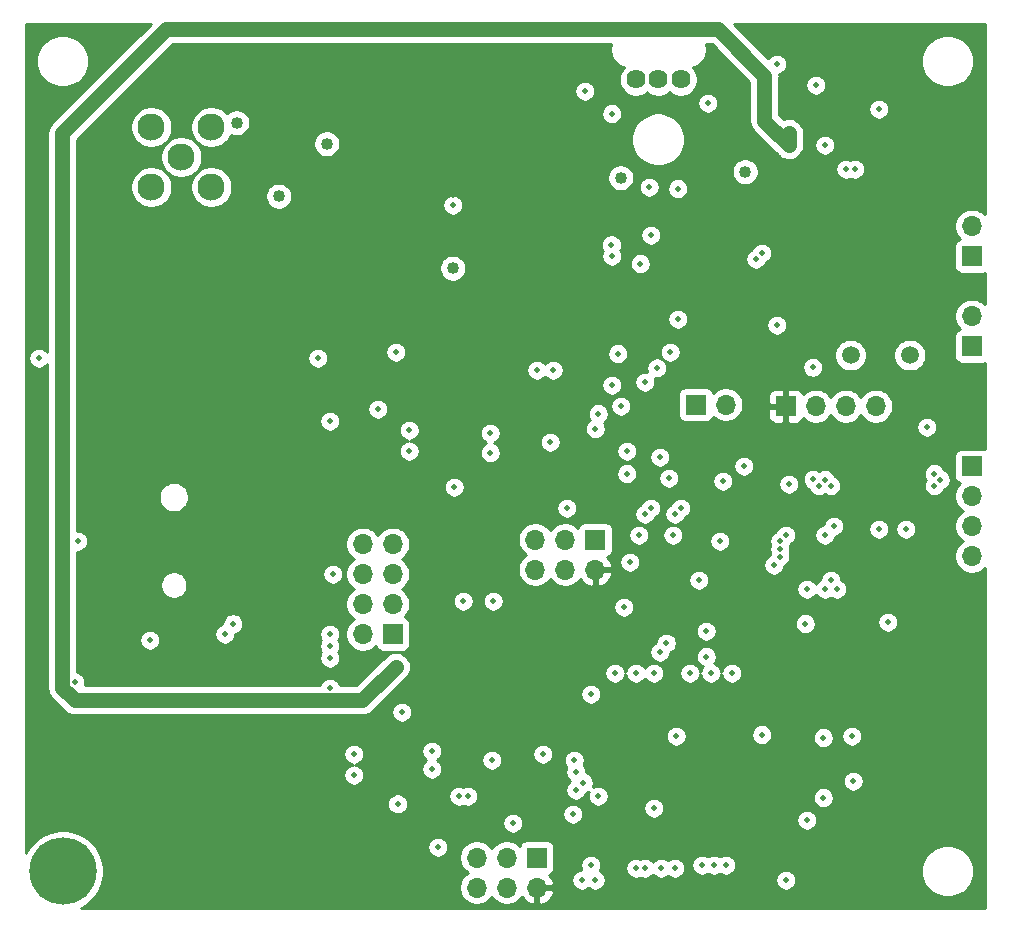
<source format=gbr>
G04 #@! TF.GenerationSoftware,KiCad,Pcbnew,(5.1.7)-1*
G04 #@! TF.CreationDate,2021-02-10T10:40:21-06:00*
G04 #@! TF.ProjectId,control_pcb,636f6e74-726f-46c5-9f70-63622e6b6963,3.0*
G04 #@! TF.SameCoordinates,Original*
G04 #@! TF.FileFunction,Copper,L3,Inr*
G04 #@! TF.FilePolarity,Positive*
%FSLAX46Y46*%
G04 Gerber Fmt 4.6, Leading zero omitted, Abs format (unit mm)*
G04 Created by KiCad (PCBNEW (5.1.7)-1) date 2021-02-10 10:40:21*
%MOMM*%
%LPD*%
G01*
G04 APERTURE LIST*
G04 #@! TA.AperFunction,ComponentPad*
%ADD10C,2.300000*%
G04 #@! TD*
G04 #@! TA.AperFunction,ComponentPad*
%ADD11C,1.500000*%
G04 #@! TD*
G04 #@! TA.AperFunction,ComponentPad*
%ADD12O,1.700000X1.700000*%
G04 #@! TD*
G04 #@! TA.AperFunction,ComponentPad*
%ADD13R,1.700000X1.700000*%
G04 #@! TD*
G04 #@! TA.AperFunction,ComponentPad*
%ADD14C,1.620000*%
G04 #@! TD*
G04 #@! TA.AperFunction,ComponentPad*
%ADD15C,5.700000*%
G04 #@! TD*
G04 #@! TA.AperFunction,ViaPad*
%ADD16C,0.508000*%
G04 #@! TD*
G04 #@! TA.AperFunction,ViaPad*
%ADD17C,1.016000*%
G04 #@! TD*
G04 #@! TA.AperFunction,Conductor*
%ADD18C,1.270000*%
G04 #@! TD*
G04 #@! TA.AperFunction,Conductor*
%ADD19C,0.254000*%
G04 #@! TD*
G04 #@! TA.AperFunction,Conductor*
%ADD20C,0.100000*%
G04 #@! TD*
G04 APERTURE END LIST*
D10*
X84963000Y-105918000D03*
X90043000Y-105918000D03*
X84963000Y-110998000D03*
X90043000Y-110998000D03*
X87503000Y-108458000D03*
D11*
X144185000Y-125222000D03*
X149185000Y-125222000D03*
D12*
X133604000Y-129413000D03*
D13*
X131064000Y-129413000D03*
X138684000Y-129540000D03*
D12*
X141224000Y-129540000D03*
X143764000Y-129540000D03*
X146304000Y-129540000D03*
X154432000Y-142240000D03*
X154432000Y-139700000D03*
X154432000Y-137160000D03*
D13*
X154432000Y-134620000D03*
D14*
X129797001Y-101887001D03*
X127892001Y-101887001D03*
X125987001Y-101887001D03*
D15*
X77470000Y-168910000D03*
D13*
X122555000Y-140843000D03*
D12*
X122555000Y-143383000D03*
X120015000Y-140843000D03*
X120015000Y-143383000D03*
X117475000Y-140843000D03*
X117475000Y-143383000D03*
X112522000Y-170307000D03*
X112522000Y-167767000D03*
X115062000Y-170307000D03*
X115062000Y-167767000D03*
X117602000Y-170307000D03*
D13*
X117602000Y-167767000D03*
X154432000Y-124460000D03*
D12*
X154432000Y-121920000D03*
X154432000Y-114300000D03*
D13*
X154432000Y-116840000D03*
X105410000Y-148844000D03*
D12*
X102870000Y-148844000D03*
X105410000Y-146304000D03*
X102870000Y-146304000D03*
X105410000Y-143764000D03*
X102870000Y-143764000D03*
X105410000Y-141224000D03*
X102870000Y-141224000D03*
D16*
X129540000Y-111125000D03*
D17*
X110490000Y-117856000D03*
X95758000Y-111760000D03*
X99822000Y-107315000D03*
X92202000Y-105537000D03*
D16*
X128143000Y-168656000D03*
X129413000Y-157480000D03*
X136652000Y-157353000D03*
X122555000Y-169672000D03*
X138684000Y-169672000D03*
X146558000Y-139954000D03*
X137668000Y-143002000D03*
X140462000Y-164592000D03*
X127127000Y-110998000D03*
X125222000Y-133350000D03*
X125222000Y-135255000D03*
X111379000Y-146050000D03*
X113919000Y-146050000D03*
X110617000Y-136398000D03*
X113665000Y-133477000D03*
X113665000Y-131826000D03*
X118745000Y-132588000D03*
X106807000Y-131572000D03*
X106807000Y-133350000D03*
X106172000Y-155448000D03*
X108712000Y-158750000D03*
X108712000Y-160274000D03*
X102108000Y-160782000D03*
X102108000Y-159004000D03*
X105813868Y-163217868D03*
X109220000Y-166878000D03*
X120904000Y-160528000D03*
X120904000Y-162052000D03*
X113792000Y-159512000D03*
X121666000Y-102870000D03*
X126365000Y-117475000D03*
X129540000Y-122174000D03*
X124460000Y-125095000D03*
X128905000Y-124968000D03*
X148844000Y-139954000D03*
X131318000Y-144272000D03*
X131953000Y-148590000D03*
X131953000Y-150749000D03*
X140335000Y-147955000D03*
X147320000Y-147828000D03*
X100076000Y-150876000D03*
X91186000Y-148844000D03*
X91877000Y-147957000D03*
X84836000Y-149352000D03*
X78486000Y-152908000D03*
X135128000Y-134620000D03*
X133096000Y-140970000D03*
X137922000Y-100584000D03*
X140970000Y-126263400D03*
X75438000Y-125476000D03*
X99060000Y-125476000D03*
X100076000Y-130810000D03*
X143002000Y-145034000D03*
X138938000Y-136144000D03*
X100076000Y-153416000D03*
X146558000Y-104394000D03*
X141224000Y-102362000D03*
X141986000Y-107442000D03*
X110490000Y-112522000D03*
X125476000Y-142748000D03*
X124714000Y-129540000D03*
D17*
X110490000Y-111379000D03*
X110490000Y-109855000D03*
D16*
X112014000Y-114173000D03*
X134239000Y-104013000D03*
X117602000Y-124714000D03*
X118745000Y-135001000D03*
X113792000Y-151892000D03*
X113792000Y-162052000D03*
X128524000Y-123190000D03*
X128905000Y-126314199D03*
X145542000Y-138938000D03*
X144018000Y-147955000D03*
X137922000Y-136144000D03*
X145796000Y-100584000D03*
X131572000Y-154178000D03*
X129032000Y-152400000D03*
X123190000Y-155194000D03*
X109982000Y-159512000D03*
X109982000Y-161036000D03*
X130556000Y-168656000D03*
X114808000Y-132588000D03*
X114808000Y-134112000D03*
X134112000Y-145542000D03*
X92456000Y-104394000D03*
X139573000Y-152908000D03*
X150495000Y-153924000D03*
D17*
X124694599Y-110216599D03*
X135235600Y-109708600D03*
D16*
X150622000Y-131318000D03*
X142494000Y-136271000D03*
X151257000Y-136271000D03*
X141986000Y-135763000D03*
X151765000Y-135763000D03*
X141478000Y-136271000D03*
X151257000Y-135255000D03*
X140995400Y-135742678D03*
X133604000Y-168402000D03*
X134112000Y-152146000D03*
X140462000Y-145034000D03*
X137922000Y-122682000D03*
X124968000Y-146558000D03*
X132080000Y-103886000D03*
X138176000Y-140970000D03*
X129794000Y-138176000D03*
X127254000Y-138176000D03*
X127254000Y-115062000D03*
X138176000Y-141630403D03*
X129286000Y-138684000D03*
X126746000Y-138684000D03*
X123952000Y-116840000D03*
X126746000Y-127508000D03*
X123952000Y-127762000D03*
X138176000Y-142290806D03*
X129133600Y-140462000D03*
X126238000Y-140462000D03*
X123926600Y-115874801D03*
X136144000Y-117094000D03*
X136652000Y-116586000D03*
X143764000Y-109474000D03*
X144526000Y-109474000D03*
X105664000Y-124968000D03*
X104140000Y-129794000D03*
X100330000Y-143764000D03*
X78740000Y-140970000D03*
X120142000Y-138176000D03*
X117602000Y-126492000D03*
X125984000Y-168656000D03*
X124206000Y-152146000D03*
X126746000Y-168656000D03*
X125984000Y-152146000D03*
X129286000Y-168656000D03*
X127508000Y-163576000D03*
X127508000Y-152146000D03*
X115570000Y-164846000D03*
X131572000Y-168402000D03*
X130556000Y-152146000D03*
X132588000Y-168402000D03*
X132334000Y-152146000D03*
X110998000Y-162560000D03*
X120650000Y-164084000D03*
X111760000Y-162560000D03*
X118110000Y-159004000D03*
X122174000Y-153924000D03*
X122174000Y-168402000D03*
X121412000Y-169672000D03*
X133350000Y-135890000D03*
X141986000Y-145034000D03*
X141986000Y-140462000D03*
X138684000Y-140462000D03*
X128016000Y-150368000D03*
X128016000Y-133858000D03*
X127762000Y-126314199D03*
X142494000Y-144272000D03*
X142748000Y-139700000D03*
X128574800Y-149606000D03*
X128778000Y-135636000D03*
X118999000Y-126492000D03*
X120777000Y-159512000D03*
X123952000Y-104775000D03*
X100076000Y-148844000D03*
X100076000Y-149860000D03*
X138938000Y-106426000D03*
X138938000Y-106426000D03*
X138938000Y-107442000D03*
X105664000Y-151638000D03*
X122809000Y-130175000D03*
X121539000Y-161417000D03*
X144399000Y-161290000D03*
X144272000Y-157480000D03*
X122555000Y-131445000D03*
X122809000Y-162560000D03*
X141859000Y-162687000D03*
X141859000Y-157607000D03*
D18*
X138938000Y-106426000D02*
X138938000Y-107442000D01*
X132950600Y-97644600D02*
X92855400Y-97644600D01*
X136880599Y-101574599D02*
X132950600Y-97644600D01*
X136880599Y-105384599D02*
X136880599Y-101574599D01*
X138938000Y-107442000D02*
X136880599Y-105384599D01*
X92855400Y-97644600D02*
X86251400Y-97644600D01*
X77444599Y-153407873D02*
X78214726Y-154178000D01*
X77444599Y-106451401D02*
X77444599Y-153407873D01*
X86251400Y-97644600D02*
X77444599Y-106451401D01*
X102844599Y-154457401D02*
X105664000Y-151638000D01*
X78494127Y-154457401D02*
X102844599Y-154457401D01*
X78214726Y-154178000D02*
X78494127Y-154457401D01*
D19*
X76590690Y-105509260D02*
X76542229Y-105549031D01*
X76383524Y-105742414D01*
X76265596Y-105963043D01*
X76252899Y-106004901D01*
X76200682Y-106177037D01*
X76192976Y-106202439D01*
X76174599Y-106389022D01*
X76174599Y-106389028D01*
X76168456Y-106451401D01*
X76174599Y-106513774D01*
X76174599Y-124978242D01*
X76128531Y-124909296D01*
X76004704Y-124785469D01*
X75859099Y-124688179D01*
X75697312Y-124621164D01*
X75525559Y-124587000D01*
X75350441Y-124587000D01*
X75178688Y-124621164D01*
X75016901Y-124688179D01*
X74871296Y-124785469D01*
X74747469Y-124909296D01*
X74650179Y-125054901D01*
X74583164Y-125216688D01*
X74549000Y-125388441D01*
X74549000Y-125563559D01*
X74583164Y-125735312D01*
X74650179Y-125897099D01*
X74747469Y-126042704D01*
X74871296Y-126166531D01*
X75016901Y-126263821D01*
X75178688Y-126330836D01*
X75350441Y-126365000D01*
X75525559Y-126365000D01*
X75697312Y-126330836D01*
X75859099Y-126263821D01*
X76004704Y-126166531D01*
X76128531Y-126042704D01*
X76174599Y-125973758D01*
X76174600Y-153345490D01*
X76168456Y-153407873D01*
X76192976Y-153656836D01*
X76247659Y-153837099D01*
X76265597Y-153896232D01*
X76383525Y-154116861D01*
X76542230Y-154310243D01*
X76590686Y-154350010D01*
X77272592Y-155031916D01*
X77551989Y-155311314D01*
X77591757Y-155359771D01*
X77785139Y-155518476D01*
X78005768Y-155636404D01*
X78239520Y-155707312D01*
X78245164Y-155709024D01*
X78494127Y-155733545D01*
X78556507Y-155727401D01*
X102782226Y-155727401D01*
X102844599Y-155733544D01*
X102906972Y-155727401D01*
X102906979Y-155727401D01*
X103093562Y-155709024D01*
X103332958Y-155636404D01*
X103553587Y-155518476D01*
X103746152Y-155360441D01*
X105283000Y-155360441D01*
X105283000Y-155535559D01*
X105317164Y-155707312D01*
X105384179Y-155869099D01*
X105481469Y-156014704D01*
X105605296Y-156138531D01*
X105750901Y-156235821D01*
X105912688Y-156302836D01*
X106084441Y-156337000D01*
X106259559Y-156337000D01*
X106431312Y-156302836D01*
X106593099Y-156235821D01*
X106738704Y-156138531D01*
X106862531Y-156014704D01*
X106959821Y-155869099D01*
X107026836Y-155707312D01*
X107061000Y-155535559D01*
X107061000Y-155360441D01*
X107026836Y-155188688D01*
X106959821Y-155026901D01*
X106862531Y-154881296D01*
X106738704Y-154757469D01*
X106593099Y-154660179D01*
X106431312Y-154593164D01*
X106259559Y-154559000D01*
X106084441Y-154559000D01*
X105912688Y-154593164D01*
X105750901Y-154660179D01*
X105605296Y-154757469D01*
X105481469Y-154881296D01*
X105384179Y-155026901D01*
X105317164Y-155188688D01*
X105283000Y-155360441D01*
X103746152Y-155360441D01*
X103746969Y-155359771D01*
X103786740Y-155311310D01*
X105261609Y-153836441D01*
X121285000Y-153836441D01*
X121285000Y-154011559D01*
X121319164Y-154183312D01*
X121386179Y-154345099D01*
X121483469Y-154490704D01*
X121607296Y-154614531D01*
X121752901Y-154711821D01*
X121914688Y-154778836D01*
X122086441Y-154813000D01*
X122261559Y-154813000D01*
X122433312Y-154778836D01*
X122595099Y-154711821D01*
X122740704Y-154614531D01*
X122864531Y-154490704D01*
X122961821Y-154345099D01*
X123028836Y-154183312D01*
X123063000Y-154011559D01*
X123063000Y-153836441D01*
X123028836Y-153664688D01*
X122961821Y-153502901D01*
X122864531Y-153357296D01*
X122740704Y-153233469D01*
X122595099Y-153136179D01*
X122433312Y-153069164D01*
X122261559Y-153035000D01*
X122086441Y-153035000D01*
X121914688Y-153069164D01*
X121752901Y-153136179D01*
X121607296Y-153233469D01*
X121483469Y-153357296D01*
X121386179Y-153502901D01*
X121319164Y-153664688D01*
X121285000Y-153836441D01*
X105261609Y-153836441D01*
X106606134Y-152491917D01*
X106725074Y-152346988D01*
X106843002Y-152126360D01*
X106863605Y-152058441D01*
X123317000Y-152058441D01*
X123317000Y-152233559D01*
X123351164Y-152405312D01*
X123418179Y-152567099D01*
X123515469Y-152712704D01*
X123639296Y-152836531D01*
X123784901Y-152933821D01*
X123946688Y-153000836D01*
X124118441Y-153035000D01*
X124293559Y-153035000D01*
X124465312Y-153000836D01*
X124627099Y-152933821D01*
X124772704Y-152836531D01*
X124896531Y-152712704D01*
X124993821Y-152567099D01*
X125060836Y-152405312D01*
X125095000Y-152233559D01*
X125129164Y-152405312D01*
X125196179Y-152567099D01*
X125293469Y-152712704D01*
X125417296Y-152836531D01*
X125562901Y-152933821D01*
X125724688Y-153000836D01*
X125896441Y-153035000D01*
X126071559Y-153035000D01*
X126243312Y-153000836D01*
X126405099Y-152933821D01*
X126550704Y-152836531D01*
X126674531Y-152712704D01*
X126746000Y-152605743D01*
X126817469Y-152712704D01*
X126941296Y-152836531D01*
X127086901Y-152933821D01*
X127248688Y-153000836D01*
X127420441Y-153035000D01*
X127595559Y-153035000D01*
X127767312Y-153000836D01*
X127929099Y-152933821D01*
X128074704Y-152836531D01*
X128198531Y-152712704D01*
X128295821Y-152567099D01*
X128362836Y-152405312D01*
X128397000Y-152233559D01*
X128397000Y-152058441D01*
X129667000Y-152058441D01*
X129667000Y-152233559D01*
X129701164Y-152405312D01*
X129768179Y-152567099D01*
X129865469Y-152712704D01*
X129989296Y-152836531D01*
X130134901Y-152933821D01*
X130296688Y-153000836D01*
X130468441Y-153035000D01*
X130643559Y-153035000D01*
X130815312Y-153000836D01*
X130977099Y-152933821D01*
X131122704Y-152836531D01*
X131246531Y-152712704D01*
X131343821Y-152567099D01*
X131410836Y-152405312D01*
X131445000Y-152233559D01*
X131479164Y-152405312D01*
X131546179Y-152567099D01*
X131643469Y-152712704D01*
X131767296Y-152836531D01*
X131912901Y-152933821D01*
X132074688Y-153000836D01*
X132246441Y-153035000D01*
X132421559Y-153035000D01*
X132593312Y-153000836D01*
X132755099Y-152933821D01*
X132900704Y-152836531D01*
X133024531Y-152712704D01*
X133121821Y-152567099D01*
X133188836Y-152405312D01*
X133223000Y-152233559D01*
X133257164Y-152405312D01*
X133324179Y-152567099D01*
X133421469Y-152712704D01*
X133545296Y-152836531D01*
X133690901Y-152933821D01*
X133852688Y-153000836D01*
X134024441Y-153035000D01*
X134199559Y-153035000D01*
X134371312Y-153000836D01*
X134533099Y-152933821D01*
X134678704Y-152836531D01*
X134802531Y-152712704D01*
X134899821Y-152567099D01*
X134966836Y-152405312D01*
X135001000Y-152233559D01*
X135001000Y-152058441D01*
X134966836Y-151886688D01*
X134899821Y-151724901D01*
X134802531Y-151579296D01*
X134678704Y-151455469D01*
X134533099Y-151358179D01*
X134371312Y-151291164D01*
X134199559Y-151257000D01*
X134024441Y-151257000D01*
X133852688Y-151291164D01*
X133690901Y-151358179D01*
X133545296Y-151455469D01*
X133421469Y-151579296D01*
X133324179Y-151724901D01*
X133257164Y-151886688D01*
X133223000Y-152058441D01*
X133188836Y-151886688D01*
X133121821Y-151724901D01*
X133024531Y-151579296D01*
X132900704Y-151455469D01*
X132755099Y-151358179D01*
X132645487Y-151312776D01*
X132740821Y-151170099D01*
X132807836Y-151008312D01*
X132842000Y-150836559D01*
X132842000Y-150661441D01*
X132807836Y-150489688D01*
X132740821Y-150327901D01*
X132643531Y-150182296D01*
X132519704Y-150058469D01*
X132374099Y-149961179D01*
X132212312Y-149894164D01*
X132040559Y-149860000D01*
X131865441Y-149860000D01*
X131693688Y-149894164D01*
X131531901Y-149961179D01*
X131386296Y-150058469D01*
X131262469Y-150182296D01*
X131165179Y-150327901D01*
X131098164Y-150489688D01*
X131064000Y-150661441D01*
X131064000Y-150836559D01*
X131098164Y-151008312D01*
X131165179Y-151170099D01*
X131262469Y-151315704D01*
X131386296Y-151439531D01*
X131531901Y-151536821D01*
X131641513Y-151582224D01*
X131546179Y-151724901D01*
X131479164Y-151886688D01*
X131445000Y-152058441D01*
X131410836Y-151886688D01*
X131343821Y-151724901D01*
X131246531Y-151579296D01*
X131122704Y-151455469D01*
X130977099Y-151358179D01*
X130815312Y-151291164D01*
X130643559Y-151257000D01*
X130468441Y-151257000D01*
X130296688Y-151291164D01*
X130134901Y-151358179D01*
X129989296Y-151455469D01*
X129865469Y-151579296D01*
X129768179Y-151724901D01*
X129701164Y-151886688D01*
X129667000Y-152058441D01*
X128397000Y-152058441D01*
X128362836Y-151886688D01*
X128295821Y-151724901D01*
X128198531Y-151579296D01*
X128074704Y-151455469D01*
X127929099Y-151358179D01*
X127767312Y-151291164D01*
X127595559Y-151257000D01*
X127420441Y-151257000D01*
X127248688Y-151291164D01*
X127086901Y-151358179D01*
X126941296Y-151455469D01*
X126817469Y-151579296D01*
X126746000Y-151686257D01*
X126674531Y-151579296D01*
X126550704Y-151455469D01*
X126405099Y-151358179D01*
X126243312Y-151291164D01*
X126071559Y-151257000D01*
X125896441Y-151257000D01*
X125724688Y-151291164D01*
X125562901Y-151358179D01*
X125417296Y-151455469D01*
X125293469Y-151579296D01*
X125196179Y-151724901D01*
X125129164Y-151886688D01*
X125095000Y-152058441D01*
X125060836Y-151886688D01*
X124993821Y-151724901D01*
X124896531Y-151579296D01*
X124772704Y-151455469D01*
X124627099Y-151358179D01*
X124465312Y-151291164D01*
X124293559Y-151257000D01*
X124118441Y-151257000D01*
X123946688Y-151291164D01*
X123784901Y-151358179D01*
X123639296Y-151455469D01*
X123515469Y-151579296D01*
X123418179Y-151724901D01*
X123351164Y-151886688D01*
X123317000Y-152058441D01*
X106863605Y-152058441D01*
X106915623Y-151886964D01*
X106940143Y-151638001D01*
X106915623Y-151389037D01*
X106843002Y-151149642D01*
X106725074Y-150929013D01*
X106566369Y-150735631D01*
X106372987Y-150576926D01*
X106152358Y-150458998D01*
X105912963Y-150386377D01*
X105663999Y-150361857D01*
X105415036Y-150386377D01*
X105175640Y-150458998D01*
X104955012Y-150576926D01*
X104810083Y-150695866D01*
X102318549Y-153187401D01*
X100936945Y-153187401D01*
X100930836Y-153156688D01*
X100863821Y-152994901D01*
X100766531Y-152849296D01*
X100642704Y-152725469D01*
X100497099Y-152628179D01*
X100335312Y-152561164D01*
X100163559Y-152527000D01*
X99988441Y-152527000D01*
X99816688Y-152561164D01*
X99654901Y-152628179D01*
X99509296Y-152725469D01*
X99385469Y-152849296D01*
X99288179Y-152994901D01*
X99221164Y-153156688D01*
X99215055Y-153187401D01*
X79332515Y-153187401D01*
X79340836Y-153167312D01*
X79375000Y-152995559D01*
X79375000Y-152820441D01*
X79340836Y-152648688D01*
X79273821Y-152486901D01*
X79176531Y-152341296D01*
X79052704Y-152217469D01*
X78907099Y-152120179D01*
X78745312Y-152053164D01*
X78714599Y-152047055D01*
X78714599Y-149264441D01*
X83947000Y-149264441D01*
X83947000Y-149439559D01*
X83981164Y-149611312D01*
X84048179Y-149773099D01*
X84145469Y-149918704D01*
X84269296Y-150042531D01*
X84414901Y-150139821D01*
X84576688Y-150206836D01*
X84748441Y-150241000D01*
X84923559Y-150241000D01*
X85095312Y-150206836D01*
X85257099Y-150139821D01*
X85402704Y-150042531D01*
X85526531Y-149918704D01*
X85623821Y-149773099D01*
X85690836Y-149611312D01*
X85725000Y-149439559D01*
X85725000Y-149264441D01*
X85690836Y-149092688D01*
X85623821Y-148930901D01*
X85526531Y-148785296D01*
X85497676Y-148756441D01*
X90297000Y-148756441D01*
X90297000Y-148931559D01*
X90331164Y-149103312D01*
X90398179Y-149265099D01*
X90495469Y-149410704D01*
X90619296Y-149534531D01*
X90764901Y-149631821D01*
X90926688Y-149698836D01*
X91098441Y-149733000D01*
X91273559Y-149733000D01*
X91445312Y-149698836D01*
X91607099Y-149631821D01*
X91752704Y-149534531D01*
X91876531Y-149410704D01*
X91973821Y-149265099D01*
X92040836Y-149103312D01*
X92075000Y-148931559D01*
X92075000Y-148824032D01*
X92136312Y-148811836D01*
X92270046Y-148756441D01*
X99187000Y-148756441D01*
X99187000Y-148931559D01*
X99221164Y-149103312D01*
X99288179Y-149265099D01*
X99346244Y-149352000D01*
X99288179Y-149438901D01*
X99221164Y-149600688D01*
X99187000Y-149772441D01*
X99187000Y-149947559D01*
X99221164Y-150119312D01*
X99288179Y-150281099D01*
X99346244Y-150368000D01*
X99288179Y-150454901D01*
X99221164Y-150616688D01*
X99187000Y-150788441D01*
X99187000Y-150963559D01*
X99221164Y-151135312D01*
X99288179Y-151297099D01*
X99385469Y-151442704D01*
X99509296Y-151566531D01*
X99654901Y-151663821D01*
X99816688Y-151730836D01*
X99988441Y-151765000D01*
X100163559Y-151765000D01*
X100335312Y-151730836D01*
X100497099Y-151663821D01*
X100642704Y-151566531D01*
X100766531Y-151442704D01*
X100863821Y-151297099D01*
X100930836Y-151135312D01*
X100965000Y-150963559D01*
X100965000Y-150788441D01*
X100930836Y-150616688D01*
X100863821Y-150454901D01*
X100805756Y-150368000D01*
X100863821Y-150281099D01*
X100930836Y-150119312D01*
X100965000Y-149947559D01*
X100965000Y-149772441D01*
X100930836Y-149600688D01*
X100863821Y-149438901D01*
X100805756Y-149352000D01*
X100863821Y-149265099D01*
X100930836Y-149103312D01*
X100965000Y-148931559D01*
X100965000Y-148756441D01*
X100930836Y-148584688D01*
X100863821Y-148422901D01*
X100766531Y-148277296D01*
X100642704Y-148153469D01*
X100497099Y-148056179D01*
X100335312Y-147989164D01*
X100163559Y-147955000D01*
X99988441Y-147955000D01*
X99816688Y-147989164D01*
X99654901Y-148056179D01*
X99509296Y-148153469D01*
X99385469Y-148277296D01*
X99288179Y-148422901D01*
X99221164Y-148584688D01*
X99187000Y-148756441D01*
X92270046Y-148756441D01*
X92298099Y-148744821D01*
X92443704Y-148647531D01*
X92567531Y-148523704D01*
X92664821Y-148378099D01*
X92731836Y-148216312D01*
X92766000Y-148044559D01*
X92766000Y-147869441D01*
X92731836Y-147697688D01*
X92664821Y-147535901D01*
X92567531Y-147390296D01*
X92443704Y-147266469D01*
X92298099Y-147169179D01*
X92136312Y-147102164D01*
X91964559Y-147068000D01*
X91789441Y-147068000D01*
X91617688Y-147102164D01*
X91455901Y-147169179D01*
X91310296Y-147266469D01*
X91186469Y-147390296D01*
X91089179Y-147535901D01*
X91022164Y-147697688D01*
X90988000Y-147869441D01*
X90988000Y-147976968D01*
X90926688Y-147989164D01*
X90764901Y-148056179D01*
X90619296Y-148153469D01*
X90495469Y-148277296D01*
X90398179Y-148422901D01*
X90331164Y-148584688D01*
X90297000Y-148756441D01*
X85497676Y-148756441D01*
X85402704Y-148661469D01*
X85257099Y-148564179D01*
X85095312Y-148497164D01*
X84923559Y-148463000D01*
X84748441Y-148463000D01*
X84576688Y-148497164D01*
X84414901Y-148564179D01*
X84269296Y-148661469D01*
X84145469Y-148785296D01*
X84048179Y-148930901D01*
X83981164Y-149092688D01*
X83947000Y-149264441D01*
X78714599Y-149264441D01*
X78714599Y-144580750D01*
X85708000Y-144580750D01*
X85708000Y-144809250D01*
X85752578Y-145033360D01*
X85840021Y-145244466D01*
X85966969Y-145434457D01*
X86128543Y-145596031D01*
X86318534Y-145722979D01*
X86529640Y-145810422D01*
X86753750Y-145855000D01*
X86982250Y-145855000D01*
X87206360Y-145810422D01*
X87417466Y-145722979D01*
X87607457Y-145596031D01*
X87769031Y-145434457D01*
X87895979Y-145244466D01*
X87983422Y-145033360D01*
X88028000Y-144809250D01*
X88028000Y-144580750D01*
X87983422Y-144356640D01*
X87895979Y-144145534D01*
X87769031Y-143955543D01*
X87607457Y-143793969D01*
X87431565Y-143676441D01*
X99441000Y-143676441D01*
X99441000Y-143851559D01*
X99475164Y-144023312D01*
X99542179Y-144185099D01*
X99639469Y-144330704D01*
X99763296Y-144454531D01*
X99908901Y-144551821D01*
X100070688Y-144618836D01*
X100242441Y-144653000D01*
X100417559Y-144653000D01*
X100589312Y-144618836D01*
X100751099Y-144551821D01*
X100896704Y-144454531D01*
X101020531Y-144330704D01*
X101117821Y-144185099D01*
X101184836Y-144023312D01*
X101219000Y-143851559D01*
X101219000Y-143676441D01*
X101184836Y-143504688D01*
X101117821Y-143342901D01*
X101020531Y-143197296D01*
X100896704Y-143073469D01*
X100751099Y-142976179D01*
X100589312Y-142909164D01*
X100417559Y-142875000D01*
X100242441Y-142875000D01*
X100070688Y-142909164D01*
X99908901Y-142976179D01*
X99763296Y-143073469D01*
X99639469Y-143197296D01*
X99542179Y-143342901D01*
X99475164Y-143504688D01*
X99441000Y-143676441D01*
X87431565Y-143676441D01*
X87417466Y-143667021D01*
X87206360Y-143579578D01*
X86982250Y-143535000D01*
X86753750Y-143535000D01*
X86529640Y-143579578D01*
X86318534Y-143667021D01*
X86128543Y-143793969D01*
X85966969Y-143955543D01*
X85840021Y-144145534D01*
X85752578Y-144356640D01*
X85708000Y-144580750D01*
X78714599Y-144580750D01*
X78714599Y-141859000D01*
X78827559Y-141859000D01*
X78999312Y-141824836D01*
X79161099Y-141757821D01*
X79306704Y-141660531D01*
X79430531Y-141536704D01*
X79527821Y-141391099D01*
X79594836Y-141229312D01*
X79624985Y-141077740D01*
X101385000Y-141077740D01*
X101385000Y-141370260D01*
X101442068Y-141657158D01*
X101554010Y-141927411D01*
X101716525Y-142170632D01*
X101923368Y-142377475D01*
X102097760Y-142494000D01*
X101923368Y-142610525D01*
X101716525Y-142817368D01*
X101554010Y-143060589D01*
X101442068Y-143330842D01*
X101385000Y-143617740D01*
X101385000Y-143910260D01*
X101442068Y-144197158D01*
X101554010Y-144467411D01*
X101716525Y-144710632D01*
X101923368Y-144917475D01*
X102097760Y-145034000D01*
X101923368Y-145150525D01*
X101716525Y-145357368D01*
X101554010Y-145600589D01*
X101442068Y-145870842D01*
X101385000Y-146157740D01*
X101385000Y-146450260D01*
X101442068Y-146737158D01*
X101554010Y-147007411D01*
X101716525Y-147250632D01*
X101923368Y-147457475D01*
X102097760Y-147574000D01*
X101923368Y-147690525D01*
X101716525Y-147897368D01*
X101554010Y-148140589D01*
X101442068Y-148410842D01*
X101385000Y-148697740D01*
X101385000Y-148990260D01*
X101442068Y-149277158D01*
X101554010Y-149547411D01*
X101716525Y-149790632D01*
X101923368Y-149997475D01*
X102166589Y-150159990D01*
X102436842Y-150271932D01*
X102723740Y-150329000D01*
X103016260Y-150329000D01*
X103303158Y-150271932D01*
X103573411Y-150159990D01*
X103816632Y-149997475D01*
X103948487Y-149865620D01*
X103970498Y-149938180D01*
X104029463Y-150048494D01*
X104108815Y-150145185D01*
X104205506Y-150224537D01*
X104315820Y-150283502D01*
X104435518Y-150319812D01*
X104560000Y-150332072D01*
X106260000Y-150332072D01*
X106384482Y-150319812D01*
X106504180Y-150283502D01*
X106509906Y-150280441D01*
X127127000Y-150280441D01*
X127127000Y-150455559D01*
X127161164Y-150627312D01*
X127228179Y-150789099D01*
X127325469Y-150934704D01*
X127449296Y-151058531D01*
X127594901Y-151155821D01*
X127756688Y-151222836D01*
X127928441Y-151257000D01*
X128103559Y-151257000D01*
X128275312Y-151222836D01*
X128437099Y-151155821D01*
X128582704Y-151058531D01*
X128706531Y-150934704D01*
X128803821Y-150789099D01*
X128870836Y-150627312D01*
X128905000Y-150455559D01*
X128905000Y-150431473D01*
X128995899Y-150393821D01*
X129141504Y-150296531D01*
X129265331Y-150172704D01*
X129362621Y-150027099D01*
X129429636Y-149865312D01*
X129463800Y-149693559D01*
X129463800Y-149518441D01*
X129429636Y-149346688D01*
X129362621Y-149184901D01*
X129265331Y-149039296D01*
X129141504Y-148915469D01*
X128995899Y-148818179D01*
X128834112Y-148751164D01*
X128662359Y-148717000D01*
X128487241Y-148717000D01*
X128315488Y-148751164D01*
X128153701Y-148818179D01*
X128008096Y-148915469D01*
X127884269Y-149039296D01*
X127786979Y-149184901D01*
X127719964Y-149346688D01*
X127685800Y-149518441D01*
X127685800Y-149542527D01*
X127594901Y-149580179D01*
X127449296Y-149677469D01*
X127325469Y-149801296D01*
X127228179Y-149946901D01*
X127161164Y-150108688D01*
X127127000Y-150280441D01*
X106509906Y-150280441D01*
X106614494Y-150224537D01*
X106711185Y-150145185D01*
X106790537Y-150048494D01*
X106849502Y-149938180D01*
X106885812Y-149818482D01*
X106898072Y-149694000D01*
X106898072Y-148502441D01*
X131064000Y-148502441D01*
X131064000Y-148677559D01*
X131098164Y-148849312D01*
X131165179Y-149011099D01*
X131262469Y-149156704D01*
X131386296Y-149280531D01*
X131531901Y-149377821D01*
X131693688Y-149444836D01*
X131865441Y-149479000D01*
X132040559Y-149479000D01*
X132212312Y-149444836D01*
X132374099Y-149377821D01*
X132519704Y-149280531D01*
X132643531Y-149156704D01*
X132740821Y-149011099D01*
X132807836Y-148849312D01*
X132842000Y-148677559D01*
X132842000Y-148502441D01*
X132807836Y-148330688D01*
X132740821Y-148168901D01*
X132643531Y-148023296D01*
X132519704Y-147899469D01*
X132471771Y-147867441D01*
X139446000Y-147867441D01*
X139446000Y-148042559D01*
X139480164Y-148214312D01*
X139547179Y-148376099D01*
X139644469Y-148521704D01*
X139768296Y-148645531D01*
X139913901Y-148742821D01*
X140075688Y-148809836D01*
X140247441Y-148844000D01*
X140422559Y-148844000D01*
X140594312Y-148809836D01*
X140756099Y-148742821D01*
X140901704Y-148645531D01*
X141025531Y-148521704D01*
X141122821Y-148376099D01*
X141189836Y-148214312D01*
X141224000Y-148042559D01*
X141224000Y-147867441D01*
X141198738Y-147740441D01*
X146431000Y-147740441D01*
X146431000Y-147915559D01*
X146465164Y-148087312D01*
X146532179Y-148249099D01*
X146629469Y-148394704D01*
X146753296Y-148518531D01*
X146898901Y-148615821D01*
X147060688Y-148682836D01*
X147232441Y-148717000D01*
X147407559Y-148717000D01*
X147579312Y-148682836D01*
X147741099Y-148615821D01*
X147886704Y-148518531D01*
X148010531Y-148394704D01*
X148107821Y-148249099D01*
X148174836Y-148087312D01*
X148209000Y-147915559D01*
X148209000Y-147740441D01*
X148174836Y-147568688D01*
X148107821Y-147406901D01*
X148010531Y-147261296D01*
X147886704Y-147137469D01*
X147741099Y-147040179D01*
X147579312Y-146973164D01*
X147407559Y-146939000D01*
X147232441Y-146939000D01*
X147060688Y-146973164D01*
X146898901Y-147040179D01*
X146753296Y-147137469D01*
X146629469Y-147261296D01*
X146532179Y-147406901D01*
X146465164Y-147568688D01*
X146431000Y-147740441D01*
X141198738Y-147740441D01*
X141189836Y-147695688D01*
X141122821Y-147533901D01*
X141025531Y-147388296D01*
X140901704Y-147264469D01*
X140756099Y-147167179D01*
X140594312Y-147100164D01*
X140422559Y-147066000D01*
X140247441Y-147066000D01*
X140075688Y-147100164D01*
X139913901Y-147167179D01*
X139768296Y-147264469D01*
X139644469Y-147388296D01*
X139547179Y-147533901D01*
X139480164Y-147695688D01*
X139446000Y-147867441D01*
X132471771Y-147867441D01*
X132374099Y-147802179D01*
X132212312Y-147735164D01*
X132040559Y-147701000D01*
X131865441Y-147701000D01*
X131693688Y-147735164D01*
X131531901Y-147802179D01*
X131386296Y-147899469D01*
X131262469Y-148023296D01*
X131165179Y-148168901D01*
X131098164Y-148330688D01*
X131064000Y-148502441D01*
X106898072Y-148502441D01*
X106898072Y-147994000D01*
X106885812Y-147869518D01*
X106849502Y-147749820D01*
X106790537Y-147639506D01*
X106711185Y-147542815D01*
X106614494Y-147463463D01*
X106504180Y-147404498D01*
X106431620Y-147382487D01*
X106563475Y-147250632D01*
X106725990Y-147007411D01*
X106837932Y-146737158D01*
X106895000Y-146450260D01*
X106895000Y-146157740D01*
X106856153Y-145962441D01*
X110490000Y-145962441D01*
X110490000Y-146137559D01*
X110524164Y-146309312D01*
X110591179Y-146471099D01*
X110688469Y-146616704D01*
X110812296Y-146740531D01*
X110957901Y-146837821D01*
X111119688Y-146904836D01*
X111291441Y-146939000D01*
X111466559Y-146939000D01*
X111638312Y-146904836D01*
X111800099Y-146837821D01*
X111945704Y-146740531D01*
X112069531Y-146616704D01*
X112166821Y-146471099D01*
X112233836Y-146309312D01*
X112268000Y-146137559D01*
X112268000Y-145962441D01*
X113030000Y-145962441D01*
X113030000Y-146137559D01*
X113064164Y-146309312D01*
X113131179Y-146471099D01*
X113228469Y-146616704D01*
X113352296Y-146740531D01*
X113497901Y-146837821D01*
X113659688Y-146904836D01*
X113831441Y-146939000D01*
X114006559Y-146939000D01*
X114178312Y-146904836D01*
X114340099Y-146837821D01*
X114485704Y-146740531D01*
X114609531Y-146616704D01*
X114706821Y-146471099D01*
X114707093Y-146470441D01*
X124079000Y-146470441D01*
X124079000Y-146645559D01*
X124113164Y-146817312D01*
X124180179Y-146979099D01*
X124277469Y-147124704D01*
X124401296Y-147248531D01*
X124546901Y-147345821D01*
X124708688Y-147412836D01*
X124880441Y-147447000D01*
X125055559Y-147447000D01*
X125227312Y-147412836D01*
X125389099Y-147345821D01*
X125534704Y-147248531D01*
X125658531Y-147124704D01*
X125755821Y-146979099D01*
X125822836Y-146817312D01*
X125857000Y-146645559D01*
X125857000Y-146470441D01*
X125822836Y-146298688D01*
X125755821Y-146136901D01*
X125658531Y-145991296D01*
X125534704Y-145867469D01*
X125389099Y-145770179D01*
X125227312Y-145703164D01*
X125055559Y-145669000D01*
X124880441Y-145669000D01*
X124708688Y-145703164D01*
X124546901Y-145770179D01*
X124401296Y-145867469D01*
X124277469Y-145991296D01*
X124180179Y-146136901D01*
X124113164Y-146298688D01*
X124079000Y-146470441D01*
X114707093Y-146470441D01*
X114773836Y-146309312D01*
X114808000Y-146137559D01*
X114808000Y-145962441D01*
X114773836Y-145790688D01*
X114706821Y-145628901D01*
X114609531Y-145483296D01*
X114485704Y-145359469D01*
X114340099Y-145262179D01*
X114178312Y-145195164D01*
X114006559Y-145161000D01*
X113831441Y-145161000D01*
X113659688Y-145195164D01*
X113497901Y-145262179D01*
X113352296Y-145359469D01*
X113228469Y-145483296D01*
X113131179Y-145628901D01*
X113064164Y-145790688D01*
X113030000Y-145962441D01*
X112268000Y-145962441D01*
X112233836Y-145790688D01*
X112166821Y-145628901D01*
X112069531Y-145483296D01*
X111945704Y-145359469D01*
X111800099Y-145262179D01*
X111638312Y-145195164D01*
X111466559Y-145161000D01*
X111291441Y-145161000D01*
X111119688Y-145195164D01*
X110957901Y-145262179D01*
X110812296Y-145359469D01*
X110688469Y-145483296D01*
X110591179Y-145628901D01*
X110524164Y-145790688D01*
X110490000Y-145962441D01*
X106856153Y-145962441D01*
X106837932Y-145870842D01*
X106725990Y-145600589D01*
X106563475Y-145357368D01*
X106356632Y-145150525D01*
X106182240Y-145034000D01*
X106356632Y-144917475D01*
X106563475Y-144710632D01*
X106725990Y-144467411D01*
X106837932Y-144197158D01*
X106895000Y-143910260D01*
X106895000Y-143617740D01*
X106837932Y-143330842D01*
X106725990Y-143060589D01*
X106563475Y-142817368D01*
X106356632Y-142610525D01*
X106182240Y-142494000D01*
X106356632Y-142377475D01*
X106563475Y-142170632D01*
X106725990Y-141927411D01*
X106837932Y-141657158D01*
X106895000Y-141370260D01*
X106895000Y-141077740D01*
X106837932Y-140790842D01*
X106798954Y-140696740D01*
X115990000Y-140696740D01*
X115990000Y-140989260D01*
X116047068Y-141276158D01*
X116159010Y-141546411D01*
X116321525Y-141789632D01*
X116528368Y-141996475D01*
X116702760Y-142113000D01*
X116528368Y-142229525D01*
X116321525Y-142436368D01*
X116159010Y-142679589D01*
X116047068Y-142949842D01*
X115990000Y-143236740D01*
X115990000Y-143529260D01*
X116047068Y-143816158D01*
X116159010Y-144086411D01*
X116321525Y-144329632D01*
X116528368Y-144536475D01*
X116771589Y-144698990D01*
X117041842Y-144810932D01*
X117328740Y-144868000D01*
X117621260Y-144868000D01*
X117908158Y-144810932D01*
X118178411Y-144698990D01*
X118421632Y-144536475D01*
X118628475Y-144329632D01*
X118745000Y-144155240D01*
X118861525Y-144329632D01*
X119068368Y-144536475D01*
X119311589Y-144698990D01*
X119581842Y-144810932D01*
X119868740Y-144868000D01*
X120161260Y-144868000D01*
X120448158Y-144810932D01*
X120718411Y-144698990D01*
X120961632Y-144536475D01*
X121168475Y-144329632D01*
X121290195Y-144147466D01*
X121359822Y-144264355D01*
X121554731Y-144480588D01*
X121788080Y-144654641D01*
X122050901Y-144779825D01*
X122198110Y-144824476D01*
X122428000Y-144703155D01*
X122428000Y-143510000D01*
X122682000Y-143510000D01*
X122682000Y-144703155D01*
X122911890Y-144824476D01*
X123059099Y-144779825D01*
X123321920Y-144654641D01*
X123555269Y-144480588D01*
X123750178Y-144264355D01*
X123797780Y-144184441D01*
X130429000Y-144184441D01*
X130429000Y-144359559D01*
X130463164Y-144531312D01*
X130530179Y-144693099D01*
X130627469Y-144838704D01*
X130751296Y-144962531D01*
X130896901Y-145059821D01*
X131058688Y-145126836D01*
X131230441Y-145161000D01*
X131405559Y-145161000D01*
X131577312Y-145126836D01*
X131739099Y-145059821D01*
X131884704Y-144962531D01*
X131900794Y-144946441D01*
X139573000Y-144946441D01*
X139573000Y-145121559D01*
X139607164Y-145293312D01*
X139674179Y-145455099D01*
X139771469Y-145600704D01*
X139895296Y-145724531D01*
X140040901Y-145821821D01*
X140202688Y-145888836D01*
X140374441Y-145923000D01*
X140549559Y-145923000D01*
X140721312Y-145888836D01*
X140883099Y-145821821D01*
X141028704Y-145724531D01*
X141152531Y-145600704D01*
X141224000Y-145493743D01*
X141295469Y-145600704D01*
X141419296Y-145724531D01*
X141564901Y-145821821D01*
X141726688Y-145888836D01*
X141898441Y-145923000D01*
X142073559Y-145923000D01*
X142245312Y-145888836D01*
X142407099Y-145821821D01*
X142494000Y-145763756D01*
X142580901Y-145821821D01*
X142742688Y-145888836D01*
X142914441Y-145923000D01*
X143089559Y-145923000D01*
X143261312Y-145888836D01*
X143423099Y-145821821D01*
X143568704Y-145724531D01*
X143692531Y-145600704D01*
X143789821Y-145455099D01*
X143856836Y-145293312D01*
X143891000Y-145121559D01*
X143891000Y-144946441D01*
X143856836Y-144774688D01*
X143789821Y-144612901D01*
X143692531Y-144467296D01*
X143568704Y-144343469D01*
X143423099Y-144246179D01*
X143383000Y-144229569D01*
X143383000Y-144184441D01*
X143348836Y-144012688D01*
X143281821Y-143850901D01*
X143184531Y-143705296D01*
X143060704Y-143581469D01*
X142915099Y-143484179D01*
X142753312Y-143417164D01*
X142581559Y-143383000D01*
X142406441Y-143383000D01*
X142234688Y-143417164D01*
X142072901Y-143484179D01*
X141927296Y-143581469D01*
X141803469Y-143705296D01*
X141706179Y-143850901D01*
X141639164Y-144012688D01*
X141605000Y-144184441D01*
X141605000Y-144229569D01*
X141564901Y-144246179D01*
X141419296Y-144343469D01*
X141295469Y-144467296D01*
X141224000Y-144574257D01*
X141152531Y-144467296D01*
X141028704Y-144343469D01*
X140883099Y-144246179D01*
X140721312Y-144179164D01*
X140549559Y-144145000D01*
X140374441Y-144145000D01*
X140202688Y-144179164D01*
X140040901Y-144246179D01*
X139895296Y-144343469D01*
X139771469Y-144467296D01*
X139674179Y-144612901D01*
X139607164Y-144774688D01*
X139573000Y-144946441D01*
X131900794Y-144946441D01*
X132008531Y-144838704D01*
X132105821Y-144693099D01*
X132172836Y-144531312D01*
X132207000Y-144359559D01*
X132207000Y-144184441D01*
X132172836Y-144012688D01*
X132105821Y-143850901D01*
X132008531Y-143705296D01*
X131884704Y-143581469D01*
X131739099Y-143484179D01*
X131577312Y-143417164D01*
X131405559Y-143383000D01*
X131230441Y-143383000D01*
X131058688Y-143417164D01*
X130896901Y-143484179D01*
X130751296Y-143581469D01*
X130627469Y-143705296D01*
X130530179Y-143850901D01*
X130463164Y-144012688D01*
X130429000Y-144184441D01*
X123797780Y-144184441D01*
X123899157Y-144014252D01*
X123996481Y-143739891D01*
X123875814Y-143510000D01*
X122682000Y-143510000D01*
X122428000Y-143510000D01*
X122408000Y-143510000D01*
X122408000Y-143256000D01*
X122428000Y-143256000D01*
X122428000Y-143236000D01*
X122682000Y-143236000D01*
X122682000Y-143256000D01*
X123875814Y-143256000D01*
X123996481Y-143026109D01*
X123899157Y-142751748D01*
X123844769Y-142660441D01*
X124587000Y-142660441D01*
X124587000Y-142835559D01*
X124621164Y-143007312D01*
X124688179Y-143169099D01*
X124785469Y-143314704D01*
X124909296Y-143438531D01*
X125054901Y-143535821D01*
X125216688Y-143602836D01*
X125388441Y-143637000D01*
X125563559Y-143637000D01*
X125735312Y-143602836D01*
X125897099Y-143535821D01*
X126042704Y-143438531D01*
X126166531Y-143314704D01*
X126263821Y-143169099D01*
X126330836Y-143007312D01*
X126349309Y-142914441D01*
X136779000Y-142914441D01*
X136779000Y-143089559D01*
X136813164Y-143261312D01*
X136880179Y-143423099D01*
X136977469Y-143568704D01*
X137101296Y-143692531D01*
X137246901Y-143789821D01*
X137408688Y-143856836D01*
X137580441Y-143891000D01*
X137755559Y-143891000D01*
X137927312Y-143856836D01*
X138089099Y-143789821D01*
X138234704Y-143692531D01*
X138358531Y-143568704D01*
X138455821Y-143423099D01*
X138522836Y-143261312D01*
X138555769Y-143095747D01*
X138597099Y-143078627D01*
X138742704Y-142981337D01*
X138866531Y-142857510D01*
X138963821Y-142711905D01*
X139030836Y-142550118D01*
X139065000Y-142378365D01*
X139065000Y-142203247D01*
X139030836Y-142031494D01*
X139001472Y-141960605D01*
X139030836Y-141889715D01*
X139065000Y-141717962D01*
X139065000Y-141542844D01*
X139030836Y-141371091D01*
X139001472Y-141300202D01*
X139005201Y-141291201D01*
X139105099Y-141249821D01*
X139250704Y-141152531D01*
X139374531Y-141028704D01*
X139471821Y-140883099D01*
X139538836Y-140721312D01*
X139573000Y-140549559D01*
X139573000Y-140374441D01*
X141097000Y-140374441D01*
X141097000Y-140549559D01*
X141131164Y-140721312D01*
X141198179Y-140883099D01*
X141295469Y-141028704D01*
X141419296Y-141152531D01*
X141564901Y-141249821D01*
X141726688Y-141316836D01*
X141898441Y-141351000D01*
X142073559Y-141351000D01*
X142245312Y-141316836D01*
X142407099Y-141249821D01*
X142552704Y-141152531D01*
X142676531Y-141028704D01*
X142773821Y-140883099D01*
X142840836Y-140721312D01*
X142868456Y-140582456D01*
X143007312Y-140554836D01*
X143169099Y-140487821D01*
X143314704Y-140390531D01*
X143438531Y-140266704D01*
X143535821Y-140121099D01*
X143602836Y-139959312D01*
X143621309Y-139866441D01*
X145669000Y-139866441D01*
X145669000Y-140041559D01*
X145703164Y-140213312D01*
X145770179Y-140375099D01*
X145867469Y-140520704D01*
X145991296Y-140644531D01*
X146136901Y-140741821D01*
X146298688Y-140808836D01*
X146470441Y-140843000D01*
X146645559Y-140843000D01*
X146817312Y-140808836D01*
X146979099Y-140741821D01*
X147124704Y-140644531D01*
X147248531Y-140520704D01*
X147345821Y-140375099D01*
X147412836Y-140213312D01*
X147447000Y-140041559D01*
X147447000Y-139866441D01*
X147955000Y-139866441D01*
X147955000Y-140041559D01*
X147989164Y-140213312D01*
X148056179Y-140375099D01*
X148153469Y-140520704D01*
X148277296Y-140644531D01*
X148422901Y-140741821D01*
X148584688Y-140808836D01*
X148756441Y-140843000D01*
X148931559Y-140843000D01*
X149103312Y-140808836D01*
X149265099Y-140741821D01*
X149410704Y-140644531D01*
X149534531Y-140520704D01*
X149631821Y-140375099D01*
X149698836Y-140213312D01*
X149733000Y-140041559D01*
X149733000Y-139866441D01*
X149698836Y-139694688D01*
X149631821Y-139532901D01*
X149534531Y-139387296D01*
X149410704Y-139263469D01*
X149265099Y-139166179D01*
X149103312Y-139099164D01*
X148931559Y-139065000D01*
X148756441Y-139065000D01*
X148584688Y-139099164D01*
X148422901Y-139166179D01*
X148277296Y-139263469D01*
X148153469Y-139387296D01*
X148056179Y-139532901D01*
X147989164Y-139694688D01*
X147955000Y-139866441D01*
X147447000Y-139866441D01*
X147412836Y-139694688D01*
X147345821Y-139532901D01*
X147248531Y-139387296D01*
X147124704Y-139263469D01*
X146979099Y-139166179D01*
X146817312Y-139099164D01*
X146645559Y-139065000D01*
X146470441Y-139065000D01*
X146298688Y-139099164D01*
X146136901Y-139166179D01*
X145991296Y-139263469D01*
X145867469Y-139387296D01*
X145770179Y-139532901D01*
X145703164Y-139694688D01*
X145669000Y-139866441D01*
X143621309Y-139866441D01*
X143637000Y-139787559D01*
X143637000Y-139612441D01*
X143602836Y-139440688D01*
X143535821Y-139278901D01*
X143438531Y-139133296D01*
X143314704Y-139009469D01*
X143169099Y-138912179D01*
X143007312Y-138845164D01*
X142835559Y-138811000D01*
X142660441Y-138811000D01*
X142488688Y-138845164D01*
X142326901Y-138912179D01*
X142181296Y-139009469D01*
X142057469Y-139133296D01*
X141960179Y-139278901D01*
X141893164Y-139440688D01*
X141865544Y-139579544D01*
X141726688Y-139607164D01*
X141564901Y-139674179D01*
X141419296Y-139771469D01*
X141295469Y-139895296D01*
X141198179Y-140040901D01*
X141131164Y-140202688D01*
X141097000Y-140374441D01*
X139573000Y-140374441D01*
X139538836Y-140202688D01*
X139471821Y-140040901D01*
X139374531Y-139895296D01*
X139250704Y-139771469D01*
X139105099Y-139674179D01*
X138943312Y-139607164D01*
X138771559Y-139573000D01*
X138596441Y-139573000D01*
X138424688Y-139607164D01*
X138262901Y-139674179D01*
X138117296Y-139771469D01*
X137993469Y-139895296D01*
X137896179Y-140040901D01*
X137854799Y-140140799D01*
X137754901Y-140182179D01*
X137609296Y-140279469D01*
X137485469Y-140403296D01*
X137388179Y-140548901D01*
X137321164Y-140710688D01*
X137287000Y-140882441D01*
X137287000Y-141057559D01*
X137321164Y-141229312D01*
X137350528Y-141300202D01*
X137321164Y-141371091D01*
X137287000Y-141542844D01*
X137287000Y-141717962D01*
X137321164Y-141889715D01*
X137350528Y-141960604D01*
X137321164Y-142031494D01*
X137288231Y-142197059D01*
X137246901Y-142214179D01*
X137101296Y-142311469D01*
X136977469Y-142435296D01*
X136880179Y-142580901D01*
X136813164Y-142742688D01*
X136779000Y-142914441D01*
X126349309Y-142914441D01*
X126365000Y-142835559D01*
X126365000Y-142660441D01*
X126330836Y-142488688D01*
X126263821Y-142326901D01*
X126166531Y-142181296D01*
X126042704Y-142057469D01*
X125897099Y-141960179D01*
X125735312Y-141893164D01*
X125563559Y-141859000D01*
X125388441Y-141859000D01*
X125216688Y-141893164D01*
X125054901Y-141960179D01*
X124909296Y-142057469D01*
X124785469Y-142181296D01*
X124688179Y-142326901D01*
X124621164Y-142488688D01*
X124587000Y-142660441D01*
X123844769Y-142660441D01*
X123750178Y-142501645D01*
X123573374Y-142305498D01*
X123649180Y-142282502D01*
X123759494Y-142223537D01*
X123856185Y-142144185D01*
X123935537Y-142047494D01*
X123994502Y-141937180D01*
X124030812Y-141817482D01*
X124043072Y-141693000D01*
X124043072Y-140374441D01*
X125349000Y-140374441D01*
X125349000Y-140549559D01*
X125383164Y-140721312D01*
X125450179Y-140883099D01*
X125547469Y-141028704D01*
X125671296Y-141152531D01*
X125816901Y-141249821D01*
X125978688Y-141316836D01*
X126150441Y-141351000D01*
X126325559Y-141351000D01*
X126497312Y-141316836D01*
X126659099Y-141249821D01*
X126804704Y-141152531D01*
X126928531Y-141028704D01*
X127025821Y-140883099D01*
X127092836Y-140721312D01*
X127127000Y-140549559D01*
X127127000Y-140374441D01*
X128244600Y-140374441D01*
X128244600Y-140549559D01*
X128278764Y-140721312D01*
X128345779Y-140883099D01*
X128443069Y-141028704D01*
X128566896Y-141152531D01*
X128712501Y-141249821D01*
X128874288Y-141316836D01*
X129046041Y-141351000D01*
X129221159Y-141351000D01*
X129392912Y-141316836D01*
X129554699Y-141249821D01*
X129700304Y-141152531D01*
X129824131Y-141028704D01*
X129921421Y-140883099D01*
X129921693Y-140882441D01*
X132207000Y-140882441D01*
X132207000Y-141057559D01*
X132241164Y-141229312D01*
X132308179Y-141391099D01*
X132405469Y-141536704D01*
X132529296Y-141660531D01*
X132674901Y-141757821D01*
X132836688Y-141824836D01*
X133008441Y-141859000D01*
X133183559Y-141859000D01*
X133355312Y-141824836D01*
X133517099Y-141757821D01*
X133662704Y-141660531D01*
X133786531Y-141536704D01*
X133883821Y-141391099D01*
X133950836Y-141229312D01*
X133985000Y-141057559D01*
X133985000Y-140882441D01*
X133950836Y-140710688D01*
X133883821Y-140548901D01*
X133786531Y-140403296D01*
X133662704Y-140279469D01*
X133517099Y-140182179D01*
X133355312Y-140115164D01*
X133183559Y-140081000D01*
X133008441Y-140081000D01*
X132836688Y-140115164D01*
X132674901Y-140182179D01*
X132529296Y-140279469D01*
X132405469Y-140403296D01*
X132308179Y-140548901D01*
X132241164Y-140710688D01*
X132207000Y-140882441D01*
X129921693Y-140882441D01*
X129988436Y-140721312D01*
X130022600Y-140549559D01*
X130022600Y-140374441D01*
X129988436Y-140202688D01*
X129921421Y-140040901D01*
X129824131Y-139895296D01*
X129700304Y-139771469D01*
X129554699Y-139674179D01*
X129392912Y-139607164D01*
X129221159Y-139573000D01*
X129373559Y-139573000D01*
X129545312Y-139538836D01*
X129707099Y-139471821D01*
X129852704Y-139374531D01*
X129976531Y-139250704D01*
X130073821Y-139105099D01*
X130115201Y-139005201D01*
X130215099Y-138963821D01*
X130360704Y-138866531D01*
X130484531Y-138742704D01*
X130581821Y-138597099D01*
X130648836Y-138435312D01*
X130683000Y-138263559D01*
X130683000Y-138088441D01*
X130648836Y-137916688D01*
X130581821Y-137754901D01*
X130484531Y-137609296D01*
X130360704Y-137485469D01*
X130215099Y-137388179D01*
X130053312Y-137321164D01*
X129881559Y-137287000D01*
X129706441Y-137287000D01*
X129534688Y-137321164D01*
X129372901Y-137388179D01*
X129227296Y-137485469D01*
X129103469Y-137609296D01*
X129006179Y-137754901D01*
X128964799Y-137854799D01*
X128864901Y-137896179D01*
X128719296Y-137993469D01*
X128595469Y-138117296D01*
X128498179Y-138262901D01*
X128431164Y-138424688D01*
X128397000Y-138596441D01*
X128397000Y-138771559D01*
X128431164Y-138943312D01*
X128498179Y-139105099D01*
X128595469Y-139250704D01*
X128719296Y-139374531D01*
X128864901Y-139471821D01*
X129026688Y-139538836D01*
X129198441Y-139573000D01*
X129046041Y-139573000D01*
X128874288Y-139607164D01*
X128712501Y-139674179D01*
X128566896Y-139771469D01*
X128443069Y-139895296D01*
X128345779Y-140040901D01*
X128278764Y-140202688D01*
X128244600Y-140374441D01*
X127127000Y-140374441D01*
X127092836Y-140202688D01*
X127025821Y-140040901D01*
X126928531Y-139895296D01*
X126804704Y-139771469D01*
X126659099Y-139674179D01*
X126497312Y-139607164D01*
X126325559Y-139573000D01*
X126150441Y-139573000D01*
X125978688Y-139607164D01*
X125816901Y-139674179D01*
X125671296Y-139771469D01*
X125547469Y-139895296D01*
X125450179Y-140040901D01*
X125383164Y-140202688D01*
X125349000Y-140374441D01*
X124043072Y-140374441D01*
X124043072Y-139993000D01*
X124030812Y-139868518D01*
X123994502Y-139748820D01*
X123935537Y-139638506D01*
X123856185Y-139541815D01*
X123759494Y-139462463D01*
X123649180Y-139403498D01*
X123529482Y-139367188D01*
X123405000Y-139354928D01*
X121705000Y-139354928D01*
X121580518Y-139367188D01*
X121460820Y-139403498D01*
X121350506Y-139462463D01*
X121253815Y-139541815D01*
X121174463Y-139638506D01*
X121115498Y-139748820D01*
X121093487Y-139821380D01*
X120961632Y-139689525D01*
X120718411Y-139527010D01*
X120448158Y-139415068D01*
X120161260Y-139358000D01*
X119868740Y-139358000D01*
X119581842Y-139415068D01*
X119311589Y-139527010D01*
X119068368Y-139689525D01*
X118861525Y-139896368D01*
X118745000Y-140070760D01*
X118628475Y-139896368D01*
X118421632Y-139689525D01*
X118178411Y-139527010D01*
X117908158Y-139415068D01*
X117621260Y-139358000D01*
X117328740Y-139358000D01*
X117041842Y-139415068D01*
X116771589Y-139527010D01*
X116528368Y-139689525D01*
X116321525Y-139896368D01*
X116159010Y-140139589D01*
X116047068Y-140409842D01*
X115990000Y-140696740D01*
X106798954Y-140696740D01*
X106725990Y-140520589D01*
X106563475Y-140277368D01*
X106356632Y-140070525D01*
X106113411Y-139908010D01*
X105843158Y-139796068D01*
X105556260Y-139739000D01*
X105263740Y-139739000D01*
X104976842Y-139796068D01*
X104706589Y-139908010D01*
X104463368Y-140070525D01*
X104256525Y-140277368D01*
X104140000Y-140451760D01*
X104023475Y-140277368D01*
X103816632Y-140070525D01*
X103573411Y-139908010D01*
X103303158Y-139796068D01*
X103016260Y-139739000D01*
X102723740Y-139739000D01*
X102436842Y-139796068D01*
X102166589Y-139908010D01*
X101923368Y-140070525D01*
X101716525Y-140277368D01*
X101554010Y-140520589D01*
X101442068Y-140790842D01*
X101385000Y-141077740D01*
X79624985Y-141077740D01*
X79629000Y-141057559D01*
X79629000Y-140882441D01*
X79594836Y-140710688D01*
X79527821Y-140548901D01*
X79430531Y-140403296D01*
X79306704Y-140279469D01*
X79161099Y-140182179D01*
X78999312Y-140115164D01*
X78827559Y-140081000D01*
X78714599Y-140081000D01*
X78714599Y-137118439D01*
X85583000Y-137118439D01*
X85583000Y-137371561D01*
X85632381Y-137619821D01*
X85729247Y-137853676D01*
X85869875Y-138064140D01*
X86048860Y-138243125D01*
X86259324Y-138383753D01*
X86493179Y-138480619D01*
X86741439Y-138530000D01*
X86994561Y-138530000D01*
X87242821Y-138480619D01*
X87476676Y-138383753D01*
X87687140Y-138243125D01*
X87841824Y-138088441D01*
X119253000Y-138088441D01*
X119253000Y-138263559D01*
X119287164Y-138435312D01*
X119354179Y-138597099D01*
X119451469Y-138742704D01*
X119575296Y-138866531D01*
X119720901Y-138963821D01*
X119882688Y-139030836D01*
X120054441Y-139065000D01*
X120229559Y-139065000D01*
X120401312Y-139030836D01*
X120563099Y-138963821D01*
X120708704Y-138866531D01*
X120832531Y-138742704D01*
X120929821Y-138597099D01*
X120930093Y-138596441D01*
X125857000Y-138596441D01*
X125857000Y-138771559D01*
X125891164Y-138943312D01*
X125958179Y-139105099D01*
X126055469Y-139250704D01*
X126179296Y-139374531D01*
X126324901Y-139471821D01*
X126486688Y-139538836D01*
X126658441Y-139573000D01*
X126833559Y-139573000D01*
X127005312Y-139538836D01*
X127167099Y-139471821D01*
X127312704Y-139374531D01*
X127436531Y-139250704D01*
X127533821Y-139105099D01*
X127575201Y-139005201D01*
X127675099Y-138963821D01*
X127820704Y-138866531D01*
X127944531Y-138742704D01*
X128041821Y-138597099D01*
X128108836Y-138435312D01*
X128143000Y-138263559D01*
X128143000Y-138088441D01*
X128108836Y-137916688D01*
X128041821Y-137754901D01*
X127944531Y-137609296D01*
X127820704Y-137485469D01*
X127675099Y-137388179D01*
X127513312Y-137321164D01*
X127341559Y-137287000D01*
X127166441Y-137287000D01*
X126994688Y-137321164D01*
X126832901Y-137388179D01*
X126687296Y-137485469D01*
X126563469Y-137609296D01*
X126466179Y-137754901D01*
X126424799Y-137854799D01*
X126324901Y-137896179D01*
X126179296Y-137993469D01*
X126055469Y-138117296D01*
X125958179Y-138262901D01*
X125891164Y-138424688D01*
X125857000Y-138596441D01*
X120930093Y-138596441D01*
X120996836Y-138435312D01*
X121031000Y-138263559D01*
X121031000Y-138088441D01*
X120996836Y-137916688D01*
X120929821Y-137754901D01*
X120832531Y-137609296D01*
X120708704Y-137485469D01*
X120563099Y-137388179D01*
X120401312Y-137321164D01*
X120229559Y-137287000D01*
X120054441Y-137287000D01*
X119882688Y-137321164D01*
X119720901Y-137388179D01*
X119575296Y-137485469D01*
X119451469Y-137609296D01*
X119354179Y-137754901D01*
X119287164Y-137916688D01*
X119253000Y-138088441D01*
X87841824Y-138088441D01*
X87866125Y-138064140D01*
X88006753Y-137853676D01*
X88103619Y-137619821D01*
X88153000Y-137371561D01*
X88153000Y-137118439D01*
X88103619Y-136870179D01*
X88006753Y-136636324D01*
X87866125Y-136425860D01*
X87750706Y-136310441D01*
X109728000Y-136310441D01*
X109728000Y-136485559D01*
X109762164Y-136657312D01*
X109829179Y-136819099D01*
X109926469Y-136964704D01*
X110050296Y-137088531D01*
X110195901Y-137185821D01*
X110357688Y-137252836D01*
X110529441Y-137287000D01*
X110704559Y-137287000D01*
X110876312Y-137252836D01*
X111038099Y-137185821D01*
X111183704Y-137088531D01*
X111307531Y-136964704D01*
X111404821Y-136819099D01*
X111471836Y-136657312D01*
X111506000Y-136485559D01*
X111506000Y-136310441D01*
X111471836Y-136138688D01*
X111404821Y-135976901D01*
X111307531Y-135831296D01*
X111183704Y-135707469D01*
X111038099Y-135610179D01*
X110876312Y-135543164D01*
X110704559Y-135509000D01*
X110529441Y-135509000D01*
X110357688Y-135543164D01*
X110195901Y-135610179D01*
X110050296Y-135707469D01*
X109926469Y-135831296D01*
X109829179Y-135976901D01*
X109762164Y-136138688D01*
X109728000Y-136310441D01*
X87750706Y-136310441D01*
X87687140Y-136246875D01*
X87476676Y-136106247D01*
X87242821Y-136009381D01*
X86994561Y-135960000D01*
X86741439Y-135960000D01*
X86493179Y-136009381D01*
X86259324Y-136106247D01*
X86048860Y-136246875D01*
X85869875Y-136425860D01*
X85729247Y-136636324D01*
X85632381Y-136870179D01*
X85583000Y-137118439D01*
X78714599Y-137118439D01*
X78714599Y-135167441D01*
X124333000Y-135167441D01*
X124333000Y-135342559D01*
X124367164Y-135514312D01*
X124434179Y-135676099D01*
X124531469Y-135821704D01*
X124655296Y-135945531D01*
X124800901Y-136042821D01*
X124962688Y-136109836D01*
X125134441Y-136144000D01*
X125309559Y-136144000D01*
X125481312Y-136109836D01*
X125643099Y-136042821D01*
X125788704Y-135945531D01*
X125912531Y-135821704D01*
X126009821Y-135676099D01*
X126062699Y-135548441D01*
X127889000Y-135548441D01*
X127889000Y-135723559D01*
X127923164Y-135895312D01*
X127990179Y-136057099D01*
X128087469Y-136202704D01*
X128211296Y-136326531D01*
X128356901Y-136423821D01*
X128518688Y-136490836D01*
X128690441Y-136525000D01*
X128865559Y-136525000D01*
X129037312Y-136490836D01*
X129199099Y-136423821D01*
X129344704Y-136326531D01*
X129468531Y-136202704D01*
X129565821Y-136057099D01*
X129632836Y-135895312D01*
X129651309Y-135802441D01*
X132461000Y-135802441D01*
X132461000Y-135977559D01*
X132495164Y-136149312D01*
X132562179Y-136311099D01*
X132659469Y-136456704D01*
X132783296Y-136580531D01*
X132928901Y-136677821D01*
X133090688Y-136744836D01*
X133262441Y-136779000D01*
X133437559Y-136779000D01*
X133609312Y-136744836D01*
X133771099Y-136677821D01*
X133916704Y-136580531D01*
X134040531Y-136456704D01*
X134137821Y-136311099D01*
X134204836Y-136149312D01*
X134223309Y-136056441D01*
X138049000Y-136056441D01*
X138049000Y-136231559D01*
X138083164Y-136403312D01*
X138150179Y-136565099D01*
X138247469Y-136710704D01*
X138371296Y-136834531D01*
X138516901Y-136931821D01*
X138678688Y-136998836D01*
X138850441Y-137033000D01*
X139025559Y-137033000D01*
X139197312Y-136998836D01*
X139359099Y-136931821D01*
X139504704Y-136834531D01*
X139628531Y-136710704D01*
X139725821Y-136565099D01*
X139792836Y-136403312D01*
X139827000Y-136231559D01*
X139827000Y-136056441D01*
X139792836Y-135884688D01*
X139725821Y-135722901D01*
X139680531Y-135655119D01*
X140106400Y-135655119D01*
X140106400Y-135830237D01*
X140140564Y-136001990D01*
X140207579Y-136163777D01*
X140304869Y-136309382D01*
X140428696Y-136433209D01*
X140574301Y-136530499D01*
X140633378Y-136554970D01*
X140690179Y-136692099D01*
X140787469Y-136837704D01*
X140911296Y-136961531D01*
X141056901Y-137058821D01*
X141218688Y-137125836D01*
X141390441Y-137160000D01*
X141565559Y-137160000D01*
X141737312Y-137125836D01*
X141899099Y-137058821D01*
X141986000Y-137000756D01*
X142072901Y-137058821D01*
X142234688Y-137125836D01*
X142406441Y-137160000D01*
X142581559Y-137160000D01*
X142753312Y-137125836D01*
X142915099Y-137058821D01*
X143060704Y-136961531D01*
X143184531Y-136837704D01*
X143281821Y-136692099D01*
X143348836Y-136530312D01*
X143383000Y-136358559D01*
X143383000Y-136183441D01*
X143348836Y-136011688D01*
X143281821Y-135849901D01*
X143184531Y-135704296D01*
X143060704Y-135580469D01*
X142915099Y-135483179D01*
X142815201Y-135441799D01*
X142773821Y-135341901D01*
X142676531Y-135196296D01*
X142647676Y-135167441D01*
X150368000Y-135167441D01*
X150368000Y-135342559D01*
X150402164Y-135514312D01*
X150469179Y-135676099D01*
X150527244Y-135763000D01*
X150469179Y-135849901D01*
X150402164Y-136011688D01*
X150368000Y-136183441D01*
X150368000Y-136358559D01*
X150402164Y-136530312D01*
X150469179Y-136692099D01*
X150566469Y-136837704D01*
X150690296Y-136961531D01*
X150835901Y-137058821D01*
X150997688Y-137125836D01*
X151169441Y-137160000D01*
X151344559Y-137160000D01*
X151516312Y-137125836D01*
X151678099Y-137058821D01*
X151823704Y-136961531D01*
X151947531Y-136837704D01*
X152044821Y-136692099D01*
X152086201Y-136592201D01*
X152186099Y-136550821D01*
X152331704Y-136453531D01*
X152455531Y-136329704D01*
X152552821Y-136184099D01*
X152619836Y-136022312D01*
X152654000Y-135850559D01*
X152654000Y-135675441D01*
X152619836Y-135503688D01*
X152552821Y-135341901D01*
X152455531Y-135196296D01*
X152331704Y-135072469D01*
X152186099Y-134975179D01*
X152086201Y-134933799D01*
X152044821Y-134833901D01*
X151947531Y-134688296D01*
X151823704Y-134564469D01*
X151678099Y-134467179D01*
X151516312Y-134400164D01*
X151344559Y-134366000D01*
X151169441Y-134366000D01*
X150997688Y-134400164D01*
X150835901Y-134467179D01*
X150690296Y-134564469D01*
X150566469Y-134688296D01*
X150469179Y-134833901D01*
X150402164Y-134995688D01*
X150368000Y-135167441D01*
X142647676Y-135167441D01*
X142552704Y-135072469D01*
X142407099Y-134975179D01*
X142245312Y-134908164D01*
X142073559Y-134874000D01*
X141898441Y-134874000D01*
X141726688Y-134908164D01*
X141564901Y-134975179D01*
X141505907Y-135014597D01*
X141416499Y-134954857D01*
X141254712Y-134887842D01*
X141082959Y-134853678D01*
X140907841Y-134853678D01*
X140736088Y-134887842D01*
X140574301Y-134954857D01*
X140428696Y-135052147D01*
X140304869Y-135175974D01*
X140207579Y-135321579D01*
X140140564Y-135483366D01*
X140106400Y-135655119D01*
X139680531Y-135655119D01*
X139628531Y-135577296D01*
X139504704Y-135453469D01*
X139359099Y-135356179D01*
X139197312Y-135289164D01*
X139025559Y-135255000D01*
X138850441Y-135255000D01*
X138678688Y-135289164D01*
X138516901Y-135356179D01*
X138371296Y-135453469D01*
X138247469Y-135577296D01*
X138150179Y-135722901D01*
X138083164Y-135884688D01*
X138049000Y-136056441D01*
X134223309Y-136056441D01*
X134239000Y-135977559D01*
X134239000Y-135802441D01*
X134204836Y-135630688D01*
X134137821Y-135468901D01*
X134040531Y-135323296D01*
X133916704Y-135199469D01*
X133771099Y-135102179D01*
X133609312Y-135035164D01*
X133437559Y-135001000D01*
X133262441Y-135001000D01*
X133090688Y-135035164D01*
X132928901Y-135102179D01*
X132783296Y-135199469D01*
X132659469Y-135323296D01*
X132562179Y-135468901D01*
X132495164Y-135630688D01*
X132461000Y-135802441D01*
X129651309Y-135802441D01*
X129667000Y-135723559D01*
X129667000Y-135548441D01*
X129632836Y-135376688D01*
X129565821Y-135214901D01*
X129468531Y-135069296D01*
X129344704Y-134945469D01*
X129199099Y-134848179D01*
X129037312Y-134781164D01*
X128865559Y-134747000D01*
X128690441Y-134747000D01*
X128518688Y-134781164D01*
X128356901Y-134848179D01*
X128211296Y-134945469D01*
X128087469Y-135069296D01*
X127990179Y-135214901D01*
X127923164Y-135376688D01*
X127889000Y-135548441D01*
X126062699Y-135548441D01*
X126076836Y-135514312D01*
X126111000Y-135342559D01*
X126111000Y-135167441D01*
X126076836Y-134995688D01*
X126009821Y-134833901D01*
X125912531Y-134688296D01*
X125788704Y-134564469D01*
X125643099Y-134467179D01*
X125481312Y-134400164D01*
X125309559Y-134366000D01*
X125134441Y-134366000D01*
X124962688Y-134400164D01*
X124800901Y-134467179D01*
X124655296Y-134564469D01*
X124531469Y-134688296D01*
X124434179Y-134833901D01*
X124367164Y-134995688D01*
X124333000Y-135167441D01*
X78714599Y-135167441D01*
X78714599Y-130722441D01*
X99187000Y-130722441D01*
X99187000Y-130897559D01*
X99221164Y-131069312D01*
X99288179Y-131231099D01*
X99385469Y-131376704D01*
X99509296Y-131500531D01*
X99654901Y-131597821D01*
X99816688Y-131664836D01*
X99988441Y-131699000D01*
X100163559Y-131699000D01*
X100335312Y-131664836D01*
X100497099Y-131597821D01*
X100642704Y-131500531D01*
X100658794Y-131484441D01*
X105918000Y-131484441D01*
X105918000Y-131659559D01*
X105952164Y-131831312D01*
X106019179Y-131993099D01*
X106116469Y-132138704D01*
X106240296Y-132262531D01*
X106385901Y-132359821D01*
X106547688Y-132426836D01*
X106719441Y-132461000D01*
X106547688Y-132495164D01*
X106385901Y-132562179D01*
X106240296Y-132659469D01*
X106116469Y-132783296D01*
X106019179Y-132928901D01*
X105952164Y-133090688D01*
X105918000Y-133262441D01*
X105918000Y-133437559D01*
X105952164Y-133609312D01*
X106019179Y-133771099D01*
X106116469Y-133916704D01*
X106240296Y-134040531D01*
X106385901Y-134137821D01*
X106547688Y-134204836D01*
X106719441Y-134239000D01*
X106894559Y-134239000D01*
X107066312Y-134204836D01*
X107228099Y-134137821D01*
X107373704Y-134040531D01*
X107497531Y-133916704D01*
X107594821Y-133771099D01*
X107661836Y-133609312D01*
X107696000Y-133437559D01*
X107696000Y-133262441D01*
X107661836Y-133090688D01*
X107594821Y-132928901D01*
X107497531Y-132783296D01*
X107373704Y-132659469D01*
X107228099Y-132562179D01*
X107066312Y-132495164D01*
X106894559Y-132461000D01*
X107066312Y-132426836D01*
X107228099Y-132359821D01*
X107373704Y-132262531D01*
X107497531Y-132138704D01*
X107594821Y-131993099D01*
X107661836Y-131831312D01*
X107680309Y-131738441D01*
X112776000Y-131738441D01*
X112776000Y-131913559D01*
X112810164Y-132085312D01*
X112877179Y-132247099D01*
X112974469Y-132392704D01*
X113098296Y-132516531D01*
X113243901Y-132613821D01*
X113334865Y-132651500D01*
X113243901Y-132689179D01*
X113098296Y-132786469D01*
X112974469Y-132910296D01*
X112877179Y-133055901D01*
X112810164Y-133217688D01*
X112776000Y-133389441D01*
X112776000Y-133564559D01*
X112810164Y-133736312D01*
X112877179Y-133898099D01*
X112974469Y-134043704D01*
X113098296Y-134167531D01*
X113243901Y-134264821D01*
X113405688Y-134331836D01*
X113577441Y-134366000D01*
X113752559Y-134366000D01*
X113924312Y-134331836D01*
X114086099Y-134264821D01*
X114231704Y-134167531D01*
X114355531Y-134043704D01*
X114452821Y-133898099D01*
X114519836Y-133736312D01*
X114554000Y-133564559D01*
X114554000Y-133389441D01*
X114519836Y-133217688D01*
X114452821Y-133055901D01*
X114355531Y-132910296D01*
X114231704Y-132786469D01*
X114086099Y-132689179D01*
X113995135Y-132651500D01*
X114086099Y-132613821D01*
X114231704Y-132516531D01*
X114247794Y-132500441D01*
X117856000Y-132500441D01*
X117856000Y-132675559D01*
X117890164Y-132847312D01*
X117957179Y-133009099D01*
X118054469Y-133154704D01*
X118178296Y-133278531D01*
X118323901Y-133375821D01*
X118485688Y-133442836D01*
X118657441Y-133477000D01*
X118832559Y-133477000D01*
X119004312Y-133442836D01*
X119166099Y-133375821D01*
X119311704Y-133278531D01*
X119327794Y-133262441D01*
X124333000Y-133262441D01*
X124333000Y-133437559D01*
X124367164Y-133609312D01*
X124434179Y-133771099D01*
X124531469Y-133916704D01*
X124655296Y-134040531D01*
X124800901Y-134137821D01*
X124962688Y-134204836D01*
X125134441Y-134239000D01*
X125309559Y-134239000D01*
X125481312Y-134204836D01*
X125643099Y-134137821D01*
X125788704Y-134040531D01*
X125912531Y-133916704D01*
X126009821Y-133771099D01*
X126010093Y-133770441D01*
X127127000Y-133770441D01*
X127127000Y-133945559D01*
X127161164Y-134117312D01*
X127228179Y-134279099D01*
X127325469Y-134424704D01*
X127449296Y-134548531D01*
X127594901Y-134645821D01*
X127756688Y-134712836D01*
X127928441Y-134747000D01*
X128103559Y-134747000D01*
X128275312Y-134712836D01*
X128437099Y-134645821D01*
X128582704Y-134548531D01*
X128598794Y-134532441D01*
X134239000Y-134532441D01*
X134239000Y-134707559D01*
X134273164Y-134879312D01*
X134340179Y-135041099D01*
X134437469Y-135186704D01*
X134561296Y-135310531D01*
X134706901Y-135407821D01*
X134868688Y-135474836D01*
X135040441Y-135509000D01*
X135215559Y-135509000D01*
X135387312Y-135474836D01*
X135549099Y-135407821D01*
X135694704Y-135310531D01*
X135818531Y-135186704D01*
X135915821Y-135041099D01*
X135982836Y-134879312D01*
X136017000Y-134707559D01*
X136017000Y-134532441D01*
X135982836Y-134360688D01*
X135915821Y-134198901D01*
X135818531Y-134053296D01*
X135694704Y-133929469D01*
X135549099Y-133832179D01*
X135387312Y-133765164D01*
X135215559Y-133731000D01*
X135040441Y-133731000D01*
X134868688Y-133765164D01*
X134706901Y-133832179D01*
X134561296Y-133929469D01*
X134437469Y-134053296D01*
X134340179Y-134198901D01*
X134273164Y-134360688D01*
X134239000Y-134532441D01*
X128598794Y-134532441D01*
X128706531Y-134424704D01*
X128803821Y-134279099D01*
X128870836Y-134117312D01*
X128905000Y-133945559D01*
X128905000Y-133770441D01*
X128870836Y-133598688D01*
X128803821Y-133436901D01*
X128706531Y-133291296D01*
X128582704Y-133167469D01*
X128437099Y-133070179D01*
X128275312Y-133003164D01*
X128103559Y-132969000D01*
X127928441Y-132969000D01*
X127756688Y-133003164D01*
X127594901Y-133070179D01*
X127449296Y-133167469D01*
X127325469Y-133291296D01*
X127228179Y-133436901D01*
X127161164Y-133598688D01*
X127127000Y-133770441D01*
X126010093Y-133770441D01*
X126076836Y-133609312D01*
X126111000Y-133437559D01*
X126111000Y-133262441D01*
X126076836Y-133090688D01*
X126009821Y-132928901D01*
X125912531Y-132783296D01*
X125788704Y-132659469D01*
X125643099Y-132562179D01*
X125481312Y-132495164D01*
X125309559Y-132461000D01*
X125134441Y-132461000D01*
X124962688Y-132495164D01*
X124800901Y-132562179D01*
X124655296Y-132659469D01*
X124531469Y-132783296D01*
X124434179Y-132928901D01*
X124367164Y-133090688D01*
X124333000Y-133262441D01*
X119327794Y-133262441D01*
X119435531Y-133154704D01*
X119532821Y-133009099D01*
X119599836Y-132847312D01*
X119634000Y-132675559D01*
X119634000Y-132500441D01*
X119599836Y-132328688D01*
X119532821Y-132166901D01*
X119435531Y-132021296D01*
X119311704Y-131897469D01*
X119166099Y-131800179D01*
X119004312Y-131733164D01*
X118832559Y-131699000D01*
X118657441Y-131699000D01*
X118485688Y-131733164D01*
X118323901Y-131800179D01*
X118178296Y-131897469D01*
X118054469Y-132021296D01*
X117957179Y-132166901D01*
X117890164Y-132328688D01*
X117856000Y-132500441D01*
X114247794Y-132500441D01*
X114355531Y-132392704D01*
X114452821Y-132247099D01*
X114519836Y-132085312D01*
X114554000Y-131913559D01*
X114554000Y-131738441D01*
X114519836Y-131566688D01*
X114452821Y-131404901D01*
X114421110Y-131357441D01*
X121666000Y-131357441D01*
X121666000Y-131532559D01*
X121700164Y-131704312D01*
X121767179Y-131866099D01*
X121864469Y-132011704D01*
X121988296Y-132135531D01*
X122133901Y-132232821D01*
X122295688Y-132299836D01*
X122467441Y-132334000D01*
X122642559Y-132334000D01*
X122814312Y-132299836D01*
X122976099Y-132232821D01*
X123121704Y-132135531D01*
X123245531Y-132011704D01*
X123342821Y-131866099D01*
X123409836Y-131704312D01*
X123444000Y-131532559D01*
X123444000Y-131357441D01*
X123418738Y-131230441D01*
X149733000Y-131230441D01*
X149733000Y-131405559D01*
X149767164Y-131577312D01*
X149834179Y-131739099D01*
X149931469Y-131884704D01*
X150055296Y-132008531D01*
X150200901Y-132105821D01*
X150362688Y-132172836D01*
X150534441Y-132207000D01*
X150709559Y-132207000D01*
X150881312Y-132172836D01*
X151043099Y-132105821D01*
X151188704Y-132008531D01*
X151312531Y-131884704D01*
X151409821Y-131739099D01*
X151476836Y-131577312D01*
X151511000Y-131405559D01*
X151511000Y-131230441D01*
X151476836Y-131058688D01*
X151409821Y-130896901D01*
X151312531Y-130751296D01*
X151188704Y-130627469D01*
X151043099Y-130530179D01*
X150881312Y-130463164D01*
X150709559Y-130429000D01*
X150534441Y-130429000D01*
X150362688Y-130463164D01*
X150200901Y-130530179D01*
X150055296Y-130627469D01*
X149931469Y-130751296D01*
X149834179Y-130896901D01*
X149767164Y-131058688D01*
X149733000Y-131230441D01*
X123418738Y-131230441D01*
X123409836Y-131185688D01*
X123342821Y-131023901D01*
X123279813Y-130929603D01*
X123375704Y-130865531D01*
X123499531Y-130741704D01*
X123596821Y-130596099D01*
X123663836Y-130434312D01*
X123698000Y-130262559D01*
X123698000Y-130087441D01*
X123663836Y-129915688D01*
X123596821Y-129753901D01*
X123499531Y-129608296D01*
X123375704Y-129484469D01*
X123327771Y-129452441D01*
X123825000Y-129452441D01*
X123825000Y-129627559D01*
X123859164Y-129799312D01*
X123926179Y-129961099D01*
X124023469Y-130106704D01*
X124147296Y-130230531D01*
X124292901Y-130327821D01*
X124454688Y-130394836D01*
X124626441Y-130429000D01*
X124801559Y-130429000D01*
X124973312Y-130394836D01*
X125135099Y-130327821D01*
X125280704Y-130230531D01*
X125404531Y-130106704D01*
X125501821Y-129961099D01*
X125568836Y-129799312D01*
X125603000Y-129627559D01*
X125603000Y-129452441D01*
X125568836Y-129280688D01*
X125501821Y-129118901D01*
X125404531Y-128973296D01*
X125280704Y-128849469D01*
X125135099Y-128752179D01*
X124973312Y-128685164D01*
X124801559Y-128651000D01*
X124626441Y-128651000D01*
X124454688Y-128685164D01*
X124292901Y-128752179D01*
X124147296Y-128849469D01*
X124023469Y-128973296D01*
X123926179Y-129118901D01*
X123859164Y-129280688D01*
X123825000Y-129452441D01*
X123327771Y-129452441D01*
X123230099Y-129387179D01*
X123068312Y-129320164D01*
X122896559Y-129286000D01*
X122721441Y-129286000D01*
X122549688Y-129320164D01*
X122387901Y-129387179D01*
X122242296Y-129484469D01*
X122118469Y-129608296D01*
X122021179Y-129753901D01*
X121954164Y-129915688D01*
X121920000Y-130087441D01*
X121920000Y-130262559D01*
X121954164Y-130434312D01*
X122021179Y-130596099D01*
X122084187Y-130690397D01*
X121988296Y-130754469D01*
X121864469Y-130878296D01*
X121767179Y-131023901D01*
X121700164Y-131185688D01*
X121666000Y-131357441D01*
X114421110Y-131357441D01*
X114355531Y-131259296D01*
X114231704Y-131135469D01*
X114086099Y-131038179D01*
X113924312Y-130971164D01*
X113752559Y-130937000D01*
X113577441Y-130937000D01*
X113405688Y-130971164D01*
X113243901Y-131038179D01*
X113098296Y-131135469D01*
X112974469Y-131259296D01*
X112877179Y-131404901D01*
X112810164Y-131566688D01*
X112776000Y-131738441D01*
X107680309Y-131738441D01*
X107696000Y-131659559D01*
X107696000Y-131484441D01*
X107661836Y-131312688D01*
X107594821Y-131150901D01*
X107497531Y-131005296D01*
X107373704Y-130881469D01*
X107228099Y-130784179D01*
X107066312Y-130717164D01*
X106894559Y-130683000D01*
X106719441Y-130683000D01*
X106547688Y-130717164D01*
X106385901Y-130784179D01*
X106240296Y-130881469D01*
X106116469Y-131005296D01*
X106019179Y-131150901D01*
X105952164Y-131312688D01*
X105918000Y-131484441D01*
X100658794Y-131484441D01*
X100766531Y-131376704D01*
X100863821Y-131231099D01*
X100930836Y-131069312D01*
X100965000Y-130897559D01*
X100965000Y-130722441D01*
X100930836Y-130550688D01*
X100863821Y-130388901D01*
X100766531Y-130243296D01*
X100642704Y-130119469D01*
X100497099Y-130022179D01*
X100335312Y-129955164D01*
X100163559Y-129921000D01*
X99988441Y-129921000D01*
X99816688Y-129955164D01*
X99654901Y-130022179D01*
X99509296Y-130119469D01*
X99385469Y-130243296D01*
X99288179Y-130388901D01*
X99221164Y-130550688D01*
X99187000Y-130722441D01*
X78714599Y-130722441D01*
X78714599Y-129706441D01*
X103251000Y-129706441D01*
X103251000Y-129881559D01*
X103285164Y-130053312D01*
X103352179Y-130215099D01*
X103449469Y-130360704D01*
X103573296Y-130484531D01*
X103718901Y-130581821D01*
X103880688Y-130648836D01*
X104052441Y-130683000D01*
X104227559Y-130683000D01*
X104399312Y-130648836D01*
X104561099Y-130581821D01*
X104706704Y-130484531D01*
X104830531Y-130360704D01*
X104927821Y-130215099D01*
X104994836Y-130053312D01*
X105029000Y-129881559D01*
X105029000Y-129706441D01*
X104994836Y-129534688D01*
X104927821Y-129372901D01*
X104830531Y-129227296D01*
X104706704Y-129103469D01*
X104561099Y-129006179D01*
X104399312Y-128939164D01*
X104227559Y-128905000D01*
X104052441Y-128905000D01*
X103880688Y-128939164D01*
X103718901Y-129006179D01*
X103573296Y-129103469D01*
X103449469Y-129227296D01*
X103352179Y-129372901D01*
X103285164Y-129534688D01*
X103251000Y-129706441D01*
X78714599Y-129706441D01*
X78714599Y-127674441D01*
X123063000Y-127674441D01*
X123063000Y-127849559D01*
X123097164Y-128021312D01*
X123164179Y-128183099D01*
X123261469Y-128328704D01*
X123385296Y-128452531D01*
X123530901Y-128549821D01*
X123692688Y-128616836D01*
X123864441Y-128651000D01*
X124039559Y-128651000D01*
X124211312Y-128616836D01*
X124341282Y-128563000D01*
X129575928Y-128563000D01*
X129575928Y-130263000D01*
X129588188Y-130387482D01*
X129624498Y-130507180D01*
X129683463Y-130617494D01*
X129762815Y-130714185D01*
X129859506Y-130793537D01*
X129969820Y-130852502D01*
X130089518Y-130888812D01*
X130214000Y-130901072D01*
X131914000Y-130901072D01*
X132038482Y-130888812D01*
X132158180Y-130852502D01*
X132268494Y-130793537D01*
X132365185Y-130714185D01*
X132444537Y-130617494D01*
X132503502Y-130507180D01*
X132525513Y-130434620D01*
X132657368Y-130566475D01*
X132900589Y-130728990D01*
X133170842Y-130840932D01*
X133457740Y-130898000D01*
X133750260Y-130898000D01*
X134037158Y-130840932D01*
X134307411Y-130728990D01*
X134550632Y-130566475D01*
X134727107Y-130390000D01*
X137195928Y-130390000D01*
X137208188Y-130514482D01*
X137244498Y-130634180D01*
X137303463Y-130744494D01*
X137382815Y-130841185D01*
X137479506Y-130920537D01*
X137589820Y-130979502D01*
X137709518Y-131015812D01*
X137834000Y-131028072D01*
X138398250Y-131025000D01*
X138557000Y-130866250D01*
X138557000Y-129667000D01*
X137357750Y-129667000D01*
X137199000Y-129825750D01*
X137195928Y-130390000D01*
X134727107Y-130390000D01*
X134757475Y-130359632D01*
X134919990Y-130116411D01*
X135031932Y-129846158D01*
X135089000Y-129559260D01*
X135089000Y-129266740D01*
X135031932Y-128979842D01*
X134919990Y-128709589D01*
X134906902Y-128690000D01*
X137195928Y-128690000D01*
X137199000Y-129254250D01*
X137357750Y-129413000D01*
X138557000Y-129413000D01*
X138557000Y-128213750D01*
X138811000Y-128213750D01*
X138811000Y-129413000D01*
X138831000Y-129413000D01*
X138831000Y-129667000D01*
X138811000Y-129667000D01*
X138811000Y-130866250D01*
X138969750Y-131025000D01*
X139534000Y-131028072D01*
X139658482Y-131015812D01*
X139778180Y-130979502D01*
X139888494Y-130920537D01*
X139985185Y-130841185D01*
X140064537Y-130744494D01*
X140123502Y-130634180D01*
X140145513Y-130561620D01*
X140277368Y-130693475D01*
X140520589Y-130855990D01*
X140790842Y-130967932D01*
X141077740Y-131025000D01*
X141370260Y-131025000D01*
X141657158Y-130967932D01*
X141927411Y-130855990D01*
X142170632Y-130693475D01*
X142377475Y-130486632D01*
X142494000Y-130312240D01*
X142610525Y-130486632D01*
X142817368Y-130693475D01*
X143060589Y-130855990D01*
X143330842Y-130967932D01*
X143617740Y-131025000D01*
X143910260Y-131025000D01*
X144197158Y-130967932D01*
X144467411Y-130855990D01*
X144710632Y-130693475D01*
X144917475Y-130486632D01*
X145034000Y-130312240D01*
X145150525Y-130486632D01*
X145357368Y-130693475D01*
X145600589Y-130855990D01*
X145870842Y-130967932D01*
X146157740Y-131025000D01*
X146450260Y-131025000D01*
X146737158Y-130967932D01*
X147007411Y-130855990D01*
X147250632Y-130693475D01*
X147457475Y-130486632D01*
X147619990Y-130243411D01*
X147731932Y-129973158D01*
X147789000Y-129686260D01*
X147789000Y-129393740D01*
X147731932Y-129106842D01*
X147619990Y-128836589D01*
X147457475Y-128593368D01*
X147250632Y-128386525D01*
X147007411Y-128224010D01*
X146737158Y-128112068D01*
X146450260Y-128055000D01*
X146157740Y-128055000D01*
X145870842Y-128112068D01*
X145600589Y-128224010D01*
X145357368Y-128386525D01*
X145150525Y-128593368D01*
X145034000Y-128767760D01*
X144917475Y-128593368D01*
X144710632Y-128386525D01*
X144467411Y-128224010D01*
X144197158Y-128112068D01*
X143910260Y-128055000D01*
X143617740Y-128055000D01*
X143330842Y-128112068D01*
X143060589Y-128224010D01*
X142817368Y-128386525D01*
X142610525Y-128593368D01*
X142494000Y-128767760D01*
X142377475Y-128593368D01*
X142170632Y-128386525D01*
X141927411Y-128224010D01*
X141657158Y-128112068D01*
X141370260Y-128055000D01*
X141077740Y-128055000D01*
X140790842Y-128112068D01*
X140520589Y-128224010D01*
X140277368Y-128386525D01*
X140145513Y-128518380D01*
X140123502Y-128445820D01*
X140064537Y-128335506D01*
X139985185Y-128238815D01*
X139888494Y-128159463D01*
X139778180Y-128100498D01*
X139658482Y-128064188D01*
X139534000Y-128051928D01*
X138969750Y-128055000D01*
X138811000Y-128213750D01*
X138557000Y-128213750D01*
X138398250Y-128055000D01*
X137834000Y-128051928D01*
X137709518Y-128064188D01*
X137589820Y-128100498D01*
X137479506Y-128159463D01*
X137382815Y-128238815D01*
X137303463Y-128335506D01*
X137244498Y-128445820D01*
X137208188Y-128565518D01*
X137195928Y-128690000D01*
X134906902Y-128690000D01*
X134757475Y-128466368D01*
X134550632Y-128259525D01*
X134307411Y-128097010D01*
X134037158Y-127985068D01*
X133750260Y-127928000D01*
X133457740Y-127928000D01*
X133170842Y-127985068D01*
X132900589Y-128097010D01*
X132657368Y-128259525D01*
X132525513Y-128391380D01*
X132503502Y-128318820D01*
X132444537Y-128208506D01*
X132365185Y-128111815D01*
X132268494Y-128032463D01*
X132158180Y-127973498D01*
X132038482Y-127937188D01*
X131914000Y-127924928D01*
X130214000Y-127924928D01*
X130089518Y-127937188D01*
X129969820Y-127973498D01*
X129859506Y-128032463D01*
X129762815Y-128111815D01*
X129683463Y-128208506D01*
X129624498Y-128318820D01*
X129588188Y-128438518D01*
X129575928Y-128563000D01*
X124341282Y-128563000D01*
X124373099Y-128549821D01*
X124518704Y-128452531D01*
X124642531Y-128328704D01*
X124739821Y-128183099D01*
X124806836Y-128021312D01*
X124841000Y-127849559D01*
X124841000Y-127674441D01*
X124806836Y-127502688D01*
X124772768Y-127420441D01*
X125857000Y-127420441D01*
X125857000Y-127595559D01*
X125891164Y-127767312D01*
X125958179Y-127929099D01*
X126055469Y-128074704D01*
X126179296Y-128198531D01*
X126324901Y-128295821D01*
X126486688Y-128362836D01*
X126658441Y-128397000D01*
X126833559Y-128397000D01*
X127005312Y-128362836D01*
X127167099Y-128295821D01*
X127312704Y-128198531D01*
X127436531Y-128074704D01*
X127533821Y-127929099D01*
X127600836Y-127767312D01*
X127635000Y-127595559D01*
X127635000Y-127420441D01*
X127600836Y-127248688D01*
X127573693Y-127183159D01*
X127674441Y-127203199D01*
X127849559Y-127203199D01*
X128021312Y-127169035D01*
X128183099Y-127102020D01*
X128328704Y-127004730D01*
X128452531Y-126880903D01*
X128549821Y-126735298D01*
X128616836Y-126573511D01*
X128651000Y-126401758D01*
X128651000Y-126226640D01*
X128640896Y-126175841D01*
X140081000Y-126175841D01*
X140081000Y-126350959D01*
X140115164Y-126522712D01*
X140182179Y-126684499D01*
X140279469Y-126830104D01*
X140403296Y-126953931D01*
X140548901Y-127051221D01*
X140710688Y-127118236D01*
X140882441Y-127152400D01*
X141057559Y-127152400D01*
X141229312Y-127118236D01*
X141391099Y-127051221D01*
X141536704Y-126953931D01*
X141660531Y-126830104D01*
X141757821Y-126684499D01*
X141824836Y-126522712D01*
X141859000Y-126350959D01*
X141859000Y-126175841D01*
X141824836Y-126004088D01*
X141757821Y-125842301D01*
X141660531Y-125696696D01*
X141536704Y-125572869D01*
X141391099Y-125475579D01*
X141229312Y-125408564D01*
X141057559Y-125374400D01*
X140882441Y-125374400D01*
X140710688Y-125408564D01*
X140548901Y-125475579D01*
X140403296Y-125572869D01*
X140279469Y-125696696D01*
X140182179Y-125842301D01*
X140115164Y-126004088D01*
X140081000Y-126175841D01*
X128640896Y-126175841D01*
X128616836Y-126054887D01*
X128549821Y-125893100D01*
X128452531Y-125747495D01*
X128414454Y-125709418D01*
X128483901Y-125755821D01*
X128645688Y-125822836D01*
X128817441Y-125857000D01*
X128992559Y-125857000D01*
X129164312Y-125822836D01*
X129326099Y-125755821D01*
X129471704Y-125658531D01*
X129595531Y-125534704D01*
X129692821Y-125389099D01*
X129759836Y-125227312D01*
X129788026Y-125085589D01*
X142800000Y-125085589D01*
X142800000Y-125358411D01*
X142853225Y-125625989D01*
X142957629Y-125878043D01*
X143109201Y-126104886D01*
X143302114Y-126297799D01*
X143528957Y-126449371D01*
X143781011Y-126553775D01*
X144048589Y-126607000D01*
X144321411Y-126607000D01*
X144588989Y-126553775D01*
X144841043Y-126449371D01*
X145067886Y-126297799D01*
X145260799Y-126104886D01*
X145412371Y-125878043D01*
X145516775Y-125625989D01*
X145570000Y-125358411D01*
X145570000Y-125085589D01*
X147800000Y-125085589D01*
X147800000Y-125358411D01*
X147853225Y-125625989D01*
X147957629Y-125878043D01*
X148109201Y-126104886D01*
X148302114Y-126297799D01*
X148528957Y-126449371D01*
X148781011Y-126553775D01*
X149048589Y-126607000D01*
X149321411Y-126607000D01*
X149588989Y-126553775D01*
X149841043Y-126449371D01*
X150067886Y-126297799D01*
X150260799Y-126104886D01*
X150412371Y-125878043D01*
X150516775Y-125625989D01*
X150570000Y-125358411D01*
X150570000Y-125085589D01*
X150516775Y-124818011D01*
X150412371Y-124565957D01*
X150260799Y-124339114D01*
X150067886Y-124146201D01*
X149841043Y-123994629D01*
X149588989Y-123890225D01*
X149321411Y-123837000D01*
X149048589Y-123837000D01*
X148781011Y-123890225D01*
X148528957Y-123994629D01*
X148302114Y-124146201D01*
X148109201Y-124339114D01*
X147957629Y-124565957D01*
X147853225Y-124818011D01*
X147800000Y-125085589D01*
X145570000Y-125085589D01*
X145516775Y-124818011D01*
X145412371Y-124565957D01*
X145260799Y-124339114D01*
X145067886Y-124146201D01*
X144841043Y-123994629D01*
X144588989Y-123890225D01*
X144321411Y-123837000D01*
X144048589Y-123837000D01*
X143781011Y-123890225D01*
X143528957Y-123994629D01*
X143302114Y-124146201D01*
X143109201Y-124339114D01*
X142957629Y-124565957D01*
X142853225Y-124818011D01*
X142800000Y-125085589D01*
X129788026Y-125085589D01*
X129794000Y-125055559D01*
X129794000Y-124880441D01*
X129759836Y-124708688D01*
X129692821Y-124546901D01*
X129595531Y-124401296D01*
X129471704Y-124277469D01*
X129326099Y-124180179D01*
X129164312Y-124113164D01*
X128992559Y-124079000D01*
X128817441Y-124079000D01*
X128645688Y-124113164D01*
X128483901Y-124180179D01*
X128338296Y-124277469D01*
X128214469Y-124401296D01*
X128117179Y-124546901D01*
X128050164Y-124708688D01*
X128016000Y-124880441D01*
X128016000Y-125055559D01*
X128050164Y-125227312D01*
X128117179Y-125389099D01*
X128214469Y-125534704D01*
X128252546Y-125572781D01*
X128183099Y-125526378D01*
X128021312Y-125459363D01*
X127849559Y-125425199D01*
X127674441Y-125425199D01*
X127502688Y-125459363D01*
X127340901Y-125526378D01*
X127195296Y-125623668D01*
X127071469Y-125747495D01*
X126974179Y-125893100D01*
X126907164Y-126054887D01*
X126873000Y-126226640D01*
X126873000Y-126401758D01*
X126907164Y-126573511D01*
X126934307Y-126639040D01*
X126833559Y-126619000D01*
X126658441Y-126619000D01*
X126486688Y-126653164D01*
X126324901Y-126720179D01*
X126179296Y-126817469D01*
X126055469Y-126941296D01*
X125958179Y-127086901D01*
X125891164Y-127248688D01*
X125857000Y-127420441D01*
X124772768Y-127420441D01*
X124739821Y-127340901D01*
X124642531Y-127195296D01*
X124518704Y-127071469D01*
X124373099Y-126974179D01*
X124211312Y-126907164D01*
X124039559Y-126873000D01*
X123864441Y-126873000D01*
X123692688Y-126907164D01*
X123530901Y-126974179D01*
X123385296Y-127071469D01*
X123261469Y-127195296D01*
X123164179Y-127340901D01*
X123097164Y-127502688D01*
X123063000Y-127674441D01*
X78714599Y-127674441D01*
X78714599Y-126404441D01*
X116713000Y-126404441D01*
X116713000Y-126579559D01*
X116747164Y-126751312D01*
X116814179Y-126913099D01*
X116911469Y-127058704D01*
X117035296Y-127182531D01*
X117180901Y-127279821D01*
X117342688Y-127346836D01*
X117514441Y-127381000D01*
X117689559Y-127381000D01*
X117861312Y-127346836D01*
X118023099Y-127279821D01*
X118168704Y-127182531D01*
X118292531Y-127058704D01*
X118300500Y-127046778D01*
X118308469Y-127058704D01*
X118432296Y-127182531D01*
X118577901Y-127279821D01*
X118739688Y-127346836D01*
X118911441Y-127381000D01*
X119086559Y-127381000D01*
X119258312Y-127346836D01*
X119420099Y-127279821D01*
X119565704Y-127182531D01*
X119689531Y-127058704D01*
X119786821Y-126913099D01*
X119853836Y-126751312D01*
X119888000Y-126579559D01*
X119888000Y-126404441D01*
X119853836Y-126232688D01*
X119786821Y-126070901D01*
X119689531Y-125925296D01*
X119565704Y-125801469D01*
X119420099Y-125704179D01*
X119258312Y-125637164D01*
X119086559Y-125603000D01*
X118911441Y-125603000D01*
X118739688Y-125637164D01*
X118577901Y-125704179D01*
X118432296Y-125801469D01*
X118308469Y-125925296D01*
X118300500Y-125937222D01*
X118292531Y-125925296D01*
X118168704Y-125801469D01*
X118023099Y-125704179D01*
X117861312Y-125637164D01*
X117689559Y-125603000D01*
X117514441Y-125603000D01*
X117342688Y-125637164D01*
X117180901Y-125704179D01*
X117035296Y-125801469D01*
X116911469Y-125925296D01*
X116814179Y-126070901D01*
X116747164Y-126232688D01*
X116713000Y-126404441D01*
X78714599Y-126404441D01*
X78714599Y-125388441D01*
X98171000Y-125388441D01*
X98171000Y-125563559D01*
X98205164Y-125735312D01*
X98272179Y-125897099D01*
X98369469Y-126042704D01*
X98493296Y-126166531D01*
X98638901Y-126263821D01*
X98800688Y-126330836D01*
X98972441Y-126365000D01*
X99147559Y-126365000D01*
X99319312Y-126330836D01*
X99481099Y-126263821D01*
X99626704Y-126166531D01*
X99750531Y-126042704D01*
X99847821Y-125897099D01*
X99914836Y-125735312D01*
X99949000Y-125563559D01*
X99949000Y-125388441D01*
X99914836Y-125216688D01*
X99847821Y-125054901D01*
X99750531Y-124909296D01*
X99721676Y-124880441D01*
X104775000Y-124880441D01*
X104775000Y-125055559D01*
X104809164Y-125227312D01*
X104876179Y-125389099D01*
X104973469Y-125534704D01*
X105097296Y-125658531D01*
X105242901Y-125755821D01*
X105404688Y-125822836D01*
X105576441Y-125857000D01*
X105751559Y-125857000D01*
X105923312Y-125822836D01*
X106085099Y-125755821D01*
X106230704Y-125658531D01*
X106354531Y-125534704D01*
X106451821Y-125389099D01*
X106518836Y-125227312D01*
X106553000Y-125055559D01*
X106553000Y-125007441D01*
X123571000Y-125007441D01*
X123571000Y-125182559D01*
X123605164Y-125354312D01*
X123672179Y-125516099D01*
X123769469Y-125661704D01*
X123893296Y-125785531D01*
X124038901Y-125882821D01*
X124200688Y-125949836D01*
X124372441Y-125984000D01*
X124547559Y-125984000D01*
X124719312Y-125949836D01*
X124881099Y-125882821D01*
X125026704Y-125785531D01*
X125150531Y-125661704D01*
X125247821Y-125516099D01*
X125314836Y-125354312D01*
X125349000Y-125182559D01*
X125349000Y-125007441D01*
X125314836Y-124835688D01*
X125247821Y-124673901D01*
X125150531Y-124528296D01*
X125026704Y-124404469D01*
X124881099Y-124307179D01*
X124719312Y-124240164D01*
X124547559Y-124206000D01*
X124372441Y-124206000D01*
X124200688Y-124240164D01*
X124038901Y-124307179D01*
X123893296Y-124404469D01*
X123769469Y-124528296D01*
X123672179Y-124673901D01*
X123605164Y-124835688D01*
X123571000Y-125007441D01*
X106553000Y-125007441D01*
X106553000Y-124880441D01*
X106518836Y-124708688D01*
X106451821Y-124546901D01*
X106354531Y-124401296D01*
X106230704Y-124277469D01*
X106085099Y-124180179D01*
X105923312Y-124113164D01*
X105751559Y-124079000D01*
X105576441Y-124079000D01*
X105404688Y-124113164D01*
X105242901Y-124180179D01*
X105097296Y-124277469D01*
X104973469Y-124401296D01*
X104876179Y-124546901D01*
X104809164Y-124708688D01*
X104775000Y-124880441D01*
X99721676Y-124880441D01*
X99626704Y-124785469D01*
X99481099Y-124688179D01*
X99319312Y-124621164D01*
X99147559Y-124587000D01*
X98972441Y-124587000D01*
X98800688Y-124621164D01*
X98638901Y-124688179D01*
X98493296Y-124785469D01*
X98369469Y-124909296D01*
X98272179Y-125054901D01*
X98205164Y-125216688D01*
X98171000Y-125388441D01*
X78714599Y-125388441D01*
X78714599Y-122086441D01*
X128651000Y-122086441D01*
X128651000Y-122261559D01*
X128685164Y-122433312D01*
X128752179Y-122595099D01*
X128849469Y-122740704D01*
X128973296Y-122864531D01*
X129118901Y-122961821D01*
X129280688Y-123028836D01*
X129452441Y-123063000D01*
X129627559Y-123063000D01*
X129799312Y-123028836D01*
X129961099Y-122961821D01*
X130106704Y-122864531D01*
X130230531Y-122740704D01*
X130327821Y-122595099D01*
X130328093Y-122594441D01*
X137033000Y-122594441D01*
X137033000Y-122769559D01*
X137067164Y-122941312D01*
X137134179Y-123103099D01*
X137231469Y-123248704D01*
X137355296Y-123372531D01*
X137500901Y-123469821D01*
X137662688Y-123536836D01*
X137834441Y-123571000D01*
X138009559Y-123571000D01*
X138181312Y-123536836D01*
X138343099Y-123469821D01*
X138488704Y-123372531D01*
X138612531Y-123248704D01*
X138709821Y-123103099D01*
X138776836Y-122941312D01*
X138811000Y-122769559D01*
X138811000Y-122594441D01*
X138776836Y-122422688D01*
X138709821Y-122260901D01*
X138612531Y-122115296D01*
X138488704Y-121991469D01*
X138343099Y-121894179D01*
X138181312Y-121827164D01*
X138009559Y-121793000D01*
X137834441Y-121793000D01*
X137662688Y-121827164D01*
X137500901Y-121894179D01*
X137355296Y-121991469D01*
X137231469Y-122115296D01*
X137134179Y-122260901D01*
X137067164Y-122422688D01*
X137033000Y-122594441D01*
X130328093Y-122594441D01*
X130394836Y-122433312D01*
X130429000Y-122261559D01*
X130429000Y-122086441D01*
X130394836Y-121914688D01*
X130327821Y-121752901D01*
X130230531Y-121607296D01*
X130106704Y-121483469D01*
X129961099Y-121386179D01*
X129799312Y-121319164D01*
X129627559Y-121285000D01*
X129452441Y-121285000D01*
X129280688Y-121319164D01*
X129118901Y-121386179D01*
X128973296Y-121483469D01*
X128849469Y-121607296D01*
X128752179Y-121752901D01*
X128685164Y-121914688D01*
X128651000Y-122086441D01*
X78714599Y-122086441D01*
X78714599Y-117743424D01*
X109347000Y-117743424D01*
X109347000Y-117968576D01*
X109390925Y-118189401D01*
X109477087Y-118397413D01*
X109602174Y-118584620D01*
X109761380Y-118743826D01*
X109948587Y-118868913D01*
X110156599Y-118955075D01*
X110377424Y-118999000D01*
X110602576Y-118999000D01*
X110823401Y-118955075D01*
X111031413Y-118868913D01*
X111218620Y-118743826D01*
X111377826Y-118584620D01*
X111502913Y-118397413D01*
X111589075Y-118189401D01*
X111633000Y-117968576D01*
X111633000Y-117743424D01*
X111589075Y-117522599D01*
X111502913Y-117314587D01*
X111377826Y-117127380D01*
X111218620Y-116968174D01*
X111031413Y-116843087D01*
X110823401Y-116756925D01*
X110602576Y-116713000D01*
X110377424Y-116713000D01*
X110156599Y-116756925D01*
X109948587Y-116843087D01*
X109761380Y-116968174D01*
X109602174Y-117127380D01*
X109477087Y-117314587D01*
X109390925Y-117522599D01*
X109347000Y-117743424D01*
X78714599Y-117743424D01*
X78714599Y-115787242D01*
X123037600Y-115787242D01*
X123037600Y-115962360D01*
X123071764Y-116134113D01*
X123138779Y-116295900D01*
X123192572Y-116376407D01*
X123164179Y-116418901D01*
X123097164Y-116580688D01*
X123063000Y-116752441D01*
X123063000Y-116927559D01*
X123097164Y-117099312D01*
X123164179Y-117261099D01*
X123261469Y-117406704D01*
X123385296Y-117530531D01*
X123530901Y-117627821D01*
X123692688Y-117694836D01*
X123864441Y-117729000D01*
X124039559Y-117729000D01*
X124211312Y-117694836D01*
X124373099Y-117627821D01*
X124518704Y-117530531D01*
X124642531Y-117406704D01*
X124655402Y-117387441D01*
X125476000Y-117387441D01*
X125476000Y-117562559D01*
X125510164Y-117734312D01*
X125577179Y-117896099D01*
X125674469Y-118041704D01*
X125798296Y-118165531D01*
X125943901Y-118262821D01*
X126105688Y-118329836D01*
X126277441Y-118364000D01*
X126452559Y-118364000D01*
X126624312Y-118329836D01*
X126786099Y-118262821D01*
X126931704Y-118165531D01*
X127055531Y-118041704D01*
X127152821Y-117896099D01*
X127219836Y-117734312D01*
X127254000Y-117562559D01*
X127254000Y-117387441D01*
X127219836Y-117215688D01*
X127152821Y-117053901D01*
X127121110Y-117006441D01*
X135255000Y-117006441D01*
X135255000Y-117181559D01*
X135289164Y-117353312D01*
X135356179Y-117515099D01*
X135453469Y-117660704D01*
X135577296Y-117784531D01*
X135722901Y-117881821D01*
X135884688Y-117948836D01*
X136056441Y-117983000D01*
X136231559Y-117983000D01*
X136403312Y-117948836D01*
X136565099Y-117881821D01*
X136710704Y-117784531D01*
X136834531Y-117660704D01*
X136931821Y-117515099D01*
X136973201Y-117415201D01*
X137073099Y-117373821D01*
X137218704Y-117276531D01*
X137342531Y-117152704D01*
X137439821Y-117007099D01*
X137506836Y-116845312D01*
X137541000Y-116673559D01*
X137541000Y-116498441D01*
X137506836Y-116326688D01*
X137439821Y-116164901D01*
X137342531Y-116019296D01*
X137218704Y-115895469D01*
X137073099Y-115798179D01*
X136911312Y-115731164D01*
X136739559Y-115697000D01*
X136564441Y-115697000D01*
X136392688Y-115731164D01*
X136230901Y-115798179D01*
X136085296Y-115895469D01*
X135961469Y-116019296D01*
X135864179Y-116164901D01*
X135822799Y-116264799D01*
X135722901Y-116306179D01*
X135577296Y-116403469D01*
X135453469Y-116527296D01*
X135356179Y-116672901D01*
X135289164Y-116834688D01*
X135255000Y-117006441D01*
X127121110Y-117006441D01*
X127055531Y-116908296D01*
X126931704Y-116784469D01*
X126786099Y-116687179D01*
X126624312Y-116620164D01*
X126452559Y-116586000D01*
X126277441Y-116586000D01*
X126105688Y-116620164D01*
X125943901Y-116687179D01*
X125798296Y-116784469D01*
X125674469Y-116908296D01*
X125577179Y-117053901D01*
X125510164Y-117215688D01*
X125476000Y-117387441D01*
X124655402Y-117387441D01*
X124739821Y-117261099D01*
X124806836Y-117099312D01*
X124841000Y-116927559D01*
X124841000Y-116752441D01*
X124806836Y-116580688D01*
X124739821Y-116418901D01*
X124686028Y-116338394D01*
X124714421Y-116295900D01*
X124781436Y-116134113D01*
X124815600Y-115962360D01*
X124815600Y-115787242D01*
X124781436Y-115615489D01*
X124714421Y-115453702D01*
X124617131Y-115308097D01*
X124493304Y-115184270D01*
X124347699Y-115086980D01*
X124185912Y-115019965D01*
X124014159Y-114985801D01*
X123839041Y-114985801D01*
X123667288Y-115019965D01*
X123505501Y-115086980D01*
X123359896Y-115184270D01*
X123236069Y-115308097D01*
X123138779Y-115453702D01*
X123071764Y-115615489D01*
X123037600Y-115787242D01*
X78714599Y-115787242D01*
X78714599Y-114974441D01*
X126365000Y-114974441D01*
X126365000Y-115149559D01*
X126399164Y-115321312D01*
X126466179Y-115483099D01*
X126563469Y-115628704D01*
X126687296Y-115752531D01*
X126832901Y-115849821D01*
X126994688Y-115916836D01*
X127166441Y-115951000D01*
X127341559Y-115951000D01*
X127513312Y-115916836D01*
X127675099Y-115849821D01*
X127820704Y-115752531D01*
X127944531Y-115628704D01*
X128041821Y-115483099D01*
X128108836Y-115321312D01*
X128143000Y-115149559D01*
X128143000Y-114974441D01*
X128108836Y-114802688D01*
X128041821Y-114640901D01*
X127944531Y-114495296D01*
X127820704Y-114371469D01*
X127675099Y-114274179D01*
X127513312Y-114207164D01*
X127341559Y-114173000D01*
X127166441Y-114173000D01*
X126994688Y-114207164D01*
X126832901Y-114274179D01*
X126687296Y-114371469D01*
X126563469Y-114495296D01*
X126466179Y-114640901D01*
X126399164Y-114802688D01*
X126365000Y-114974441D01*
X78714599Y-114974441D01*
X78714599Y-110822193D01*
X83178000Y-110822193D01*
X83178000Y-111173807D01*
X83246596Y-111518665D01*
X83381153Y-111843515D01*
X83576500Y-112135871D01*
X83825129Y-112384500D01*
X84117485Y-112579847D01*
X84442335Y-112714404D01*
X84787193Y-112783000D01*
X85138807Y-112783000D01*
X85483665Y-112714404D01*
X85808515Y-112579847D01*
X86100871Y-112384500D01*
X86349500Y-112135871D01*
X86544847Y-111843515D01*
X86679404Y-111518665D01*
X86748000Y-111173807D01*
X86748000Y-110822193D01*
X88258000Y-110822193D01*
X88258000Y-111173807D01*
X88326596Y-111518665D01*
X88461153Y-111843515D01*
X88656500Y-112135871D01*
X88905129Y-112384500D01*
X89197485Y-112579847D01*
X89522335Y-112714404D01*
X89867193Y-112783000D01*
X90218807Y-112783000D01*
X90563665Y-112714404D01*
X90888515Y-112579847D01*
X91180871Y-112384500D01*
X91429500Y-112135871D01*
X91624847Y-111843515D01*
X91706070Y-111647424D01*
X94615000Y-111647424D01*
X94615000Y-111872576D01*
X94658925Y-112093401D01*
X94745087Y-112301413D01*
X94870174Y-112488620D01*
X95029380Y-112647826D01*
X95216587Y-112772913D01*
X95424599Y-112859075D01*
X95645424Y-112903000D01*
X95870576Y-112903000D01*
X96091401Y-112859075D01*
X96299413Y-112772913D01*
X96486620Y-112647826D01*
X96645826Y-112488620D01*
X96682027Y-112434441D01*
X109601000Y-112434441D01*
X109601000Y-112609559D01*
X109635164Y-112781312D01*
X109702179Y-112943099D01*
X109799469Y-113088704D01*
X109923296Y-113212531D01*
X110068901Y-113309821D01*
X110230688Y-113376836D01*
X110402441Y-113411000D01*
X110577559Y-113411000D01*
X110749312Y-113376836D01*
X110911099Y-113309821D01*
X111056704Y-113212531D01*
X111180531Y-113088704D01*
X111277821Y-112943099D01*
X111344836Y-112781312D01*
X111379000Y-112609559D01*
X111379000Y-112434441D01*
X111344836Y-112262688D01*
X111277821Y-112100901D01*
X111180531Y-111955296D01*
X111056704Y-111831469D01*
X110911099Y-111734179D01*
X110749312Y-111667164D01*
X110577559Y-111633000D01*
X110402441Y-111633000D01*
X110230688Y-111667164D01*
X110068901Y-111734179D01*
X109923296Y-111831469D01*
X109799469Y-111955296D01*
X109702179Y-112100901D01*
X109635164Y-112262688D01*
X109601000Y-112434441D01*
X96682027Y-112434441D01*
X96770913Y-112301413D01*
X96857075Y-112093401D01*
X96901000Y-111872576D01*
X96901000Y-111647424D01*
X96857075Y-111426599D01*
X96770913Y-111218587D01*
X96645826Y-111031380D01*
X96486620Y-110872174D01*
X96299413Y-110747087D01*
X96091401Y-110660925D01*
X95870576Y-110617000D01*
X95645424Y-110617000D01*
X95424599Y-110660925D01*
X95216587Y-110747087D01*
X95029380Y-110872174D01*
X94870174Y-111031380D01*
X94745087Y-111218587D01*
X94658925Y-111426599D01*
X94615000Y-111647424D01*
X91706070Y-111647424D01*
X91759404Y-111518665D01*
X91828000Y-111173807D01*
X91828000Y-110822193D01*
X91759404Y-110477335D01*
X91624847Y-110152485D01*
X91592466Y-110104023D01*
X123551599Y-110104023D01*
X123551599Y-110329175D01*
X123595524Y-110550000D01*
X123681686Y-110758012D01*
X123806773Y-110945219D01*
X123965979Y-111104425D01*
X124153186Y-111229512D01*
X124361198Y-111315674D01*
X124582023Y-111359599D01*
X124807175Y-111359599D01*
X125028000Y-111315674D01*
X125236012Y-111229512D01*
X125423219Y-111104425D01*
X125582425Y-110945219D01*
X125605662Y-110910441D01*
X126238000Y-110910441D01*
X126238000Y-111085559D01*
X126272164Y-111257312D01*
X126339179Y-111419099D01*
X126436469Y-111564704D01*
X126560296Y-111688531D01*
X126705901Y-111785821D01*
X126867688Y-111852836D01*
X127039441Y-111887000D01*
X127214559Y-111887000D01*
X127386312Y-111852836D01*
X127548099Y-111785821D01*
X127693704Y-111688531D01*
X127817531Y-111564704D01*
X127914821Y-111419099D01*
X127981836Y-111257312D01*
X128016000Y-111085559D01*
X128016000Y-111037441D01*
X128651000Y-111037441D01*
X128651000Y-111212559D01*
X128685164Y-111384312D01*
X128752179Y-111546099D01*
X128849469Y-111691704D01*
X128973296Y-111815531D01*
X129118901Y-111912821D01*
X129280688Y-111979836D01*
X129452441Y-112014000D01*
X129627559Y-112014000D01*
X129799312Y-111979836D01*
X129961099Y-111912821D01*
X130106704Y-111815531D01*
X130230531Y-111691704D01*
X130327821Y-111546099D01*
X130394836Y-111384312D01*
X130429000Y-111212559D01*
X130429000Y-111037441D01*
X130394836Y-110865688D01*
X130327821Y-110703901D01*
X130230531Y-110558296D01*
X130106704Y-110434469D01*
X129961099Y-110337179D01*
X129799312Y-110270164D01*
X129627559Y-110236000D01*
X129452441Y-110236000D01*
X129280688Y-110270164D01*
X129118901Y-110337179D01*
X128973296Y-110434469D01*
X128849469Y-110558296D01*
X128752179Y-110703901D01*
X128685164Y-110865688D01*
X128651000Y-111037441D01*
X128016000Y-111037441D01*
X128016000Y-110910441D01*
X127981836Y-110738688D01*
X127914821Y-110576901D01*
X127817531Y-110431296D01*
X127693704Y-110307469D01*
X127548099Y-110210179D01*
X127386312Y-110143164D01*
X127214559Y-110109000D01*
X127039441Y-110109000D01*
X126867688Y-110143164D01*
X126705901Y-110210179D01*
X126560296Y-110307469D01*
X126436469Y-110431296D01*
X126339179Y-110576901D01*
X126272164Y-110738688D01*
X126238000Y-110910441D01*
X125605662Y-110910441D01*
X125707512Y-110758012D01*
X125793674Y-110550000D01*
X125837599Y-110329175D01*
X125837599Y-110104023D01*
X125793674Y-109883198D01*
X125707512Y-109675186D01*
X125654618Y-109596024D01*
X134092600Y-109596024D01*
X134092600Y-109821176D01*
X134136525Y-110042001D01*
X134222687Y-110250013D01*
X134347774Y-110437220D01*
X134506980Y-110596426D01*
X134694187Y-110721513D01*
X134902199Y-110807675D01*
X135123024Y-110851600D01*
X135348176Y-110851600D01*
X135569001Y-110807675D01*
X135777013Y-110721513D01*
X135964220Y-110596426D01*
X136123426Y-110437220D01*
X136248513Y-110250013D01*
X136334675Y-110042001D01*
X136378600Y-109821176D01*
X136378600Y-109596024D01*
X136336912Y-109386441D01*
X142875000Y-109386441D01*
X142875000Y-109561559D01*
X142909164Y-109733312D01*
X142976179Y-109895099D01*
X143073469Y-110040704D01*
X143197296Y-110164531D01*
X143342901Y-110261821D01*
X143504688Y-110328836D01*
X143676441Y-110363000D01*
X143851559Y-110363000D01*
X144023312Y-110328836D01*
X144145000Y-110278431D01*
X144266688Y-110328836D01*
X144438441Y-110363000D01*
X144613559Y-110363000D01*
X144785312Y-110328836D01*
X144947099Y-110261821D01*
X145092704Y-110164531D01*
X145216531Y-110040704D01*
X145313821Y-109895099D01*
X145380836Y-109733312D01*
X145415000Y-109561559D01*
X145415000Y-109386441D01*
X145380836Y-109214688D01*
X145313821Y-109052901D01*
X145216531Y-108907296D01*
X145092704Y-108783469D01*
X144947099Y-108686179D01*
X144785312Y-108619164D01*
X144613559Y-108585000D01*
X144438441Y-108585000D01*
X144266688Y-108619164D01*
X144145000Y-108669569D01*
X144023312Y-108619164D01*
X143851559Y-108585000D01*
X143676441Y-108585000D01*
X143504688Y-108619164D01*
X143342901Y-108686179D01*
X143197296Y-108783469D01*
X143073469Y-108907296D01*
X142976179Y-109052901D01*
X142909164Y-109214688D01*
X142875000Y-109386441D01*
X136336912Y-109386441D01*
X136334675Y-109375199D01*
X136248513Y-109167187D01*
X136123426Y-108979980D01*
X135964220Y-108820774D01*
X135777013Y-108695687D01*
X135569001Y-108609525D01*
X135348176Y-108565600D01*
X135123024Y-108565600D01*
X134902199Y-108609525D01*
X134694187Y-108695687D01*
X134506980Y-108820774D01*
X134347774Y-108979980D01*
X134222687Y-109167187D01*
X134136525Y-109375199D01*
X134092600Y-109596024D01*
X125654618Y-109596024D01*
X125582425Y-109487979D01*
X125423219Y-109328773D01*
X125236012Y-109203686D01*
X125028000Y-109117524D01*
X124807175Y-109073599D01*
X124582023Y-109073599D01*
X124361198Y-109117524D01*
X124153186Y-109203686D01*
X123965979Y-109328773D01*
X123806773Y-109487979D01*
X123681686Y-109675186D01*
X123595524Y-109883198D01*
X123551599Y-110104023D01*
X91592466Y-110104023D01*
X91429500Y-109860129D01*
X91180871Y-109611500D01*
X90888515Y-109416153D01*
X90563665Y-109281596D01*
X90218807Y-109213000D01*
X89867193Y-109213000D01*
X89522335Y-109281596D01*
X89197485Y-109416153D01*
X88905129Y-109611500D01*
X88656500Y-109860129D01*
X88461153Y-110152485D01*
X88326596Y-110477335D01*
X88258000Y-110822193D01*
X86748000Y-110822193D01*
X86679404Y-110477335D01*
X86544847Y-110152485D01*
X86349500Y-109860129D01*
X86100871Y-109611500D01*
X85808515Y-109416153D01*
X85483665Y-109281596D01*
X85138807Y-109213000D01*
X84787193Y-109213000D01*
X84442335Y-109281596D01*
X84117485Y-109416153D01*
X83825129Y-109611500D01*
X83576500Y-109860129D01*
X83381153Y-110152485D01*
X83246596Y-110477335D01*
X83178000Y-110822193D01*
X78714599Y-110822193D01*
X78714599Y-108282193D01*
X85718000Y-108282193D01*
X85718000Y-108633807D01*
X85786596Y-108978665D01*
X85921153Y-109303515D01*
X86116500Y-109595871D01*
X86365129Y-109844500D01*
X86657485Y-110039847D01*
X86982335Y-110174404D01*
X87327193Y-110243000D01*
X87678807Y-110243000D01*
X88023665Y-110174404D01*
X88348515Y-110039847D01*
X88640871Y-109844500D01*
X88889500Y-109595871D01*
X89084847Y-109303515D01*
X89219404Y-108978665D01*
X89288000Y-108633807D01*
X89288000Y-108282193D01*
X89219404Y-107937335D01*
X89084847Y-107612485D01*
X88889500Y-107320129D01*
X88640871Y-107071500D01*
X88348515Y-106876153D01*
X88023665Y-106741596D01*
X87678807Y-106673000D01*
X87327193Y-106673000D01*
X86982335Y-106741596D01*
X86657485Y-106876153D01*
X86365129Y-107071500D01*
X86116500Y-107320129D01*
X85921153Y-107612485D01*
X85786596Y-107937335D01*
X85718000Y-108282193D01*
X78714599Y-108282193D01*
X78714599Y-106977451D01*
X79949857Y-105742193D01*
X83178000Y-105742193D01*
X83178000Y-106093807D01*
X83246596Y-106438665D01*
X83381153Y-106763515D01*
X83576500Y-107055871D01*
X83825129Y-107304500D01*
X84117485Y-107499847D01*
X84442335Y-107634404D01*
X84787193Y-107703000D01*
X85138807Y-107703000D01*
X85483665Y-107634404D01*
X85808515Y-107499847D01*
X86100871Y-107304500D01*
X86349500Y-107055871D01*
X86544847Y-106763515D01*
X86679404Y-106438665D01*
X86748000Y-106093807D01*
X86748000Y-105742193D01*
X88258000Y-105742193D01*
X88258000Y-106093807D01*
X88326596Y-106438665D01*
X88461153Y-106763515D01*
X88656500Y-107055871D01*
X88905129Y-107304500D01*
X89197485Y-107499847D01*
X89522335Y-107634404D01*
X89867193Y-107703000D01*
X90218807Y-107703000D01*
X90563665Y-107634404D01*
X90888515Y-107499847D01*
X91180871Y-107304500D01*
X91282947Y-107202424D01*
X98679000Y-107202424D01*
X98679000Y-107427576D01*
X98722925Y-107648401D01*
X98809087Y-107856413D01*
X98934174Y-108043620D01*
X99093380Y-108202826D01*
X99280587Y-108327913D01*
X99488599Y-108414075D01*
X99709424Y-108458000D01*
X99934576Y-108458000D01*
X100155401Y-108414075D01*
X100363413Y-108327913D01*
X100550620Y-108202826D01*
X100709826Y-108043620D01*
X100834913Y-107856413D01*
X100921075Y-107648401D01*
X100965000Y-107427576D01*
X100965000Y-107202424D01*
X100921075Y-106981599D01*
X100834913Y-106773587D01*
X100813773Y-106741948D01*
X125607001Y-106741948D01*
X125607001Y-107192054D01*
X125694812Y-107633511D01*
X125867060Y-108049354D01*
X126117126Y-108423604D01*
X126435398Y-108741876D01*
X126809648Y-108991942D01*
X127225491Y-109164190D01*
X127666948Y-109252001D01*
X128117054Y-109252001D01*
X128558511Y-109164190D01*
X128974354Y-108991942D01*
X129348604Y-108741876D01*
X129666876Y-108423604D01*
X129916942Y-108049354D01*
X130089190Y-107633511D01*
X130177001Y-107192054D01*
X130177001Y-106741948D01*
X130089190Y-106300491D01*
X129916942Y-105884648D01*
X129666876Y-105510398D01*
X129348604Y-105192126D01*
X128974354Y-104942060D01*
X128558511Y-104769812D01*
X128117054Y-104682001D01*
X127666948Y-104682001D01*
X127225491Y-104769812D01*
X126809648Y-104942060D01*
X126435398Y-105192126D01*
X126117126Y-105510398D01*
X125867060Y-105884648D01*
X125694812Y-106300491D01*
X125607001Y-106741948D01*
X100813773Y-106741948D01*
X100709826Y-106586380D01*
X100550620Y-106427174D01*
X100363413Y-106302087D01*
X100155401Y-106215925D01*
X99934576Y-106172000D01*
X99709424Y-106172000D01*
X99488599Y-106215925D01*
X99280587Y-106302087D01*
X99093380Y-106427174D01*
X98934174Y-106586380D01*
X98809087Y-106773587D01*
X98722925Y-106981599D01*
X98679000Y-107202424D01*
X91282947Y-107202424D01*
X91429500Y-107055871D01*
X91624847Y-106763515D01*
X91705601Y-106568558D01*
X91868599Y-106636075D01*
X92089424Y-106680000D01*
X92314576Y-106680000D01*
X92535401Y-106636075D01*
X92743413Y-106549913D01*
X92930620Y-106424826D01*
X93089826Y-106265620D01*
X93214913Y-106078413D01*
X93301075Y-105870401D01*
X93345000Y-105649576D01*
X93345000Y-105424424D01*
X93301075Y-105203599D01*
X93214913Y-104995587D01*
X93089826Y-104808380D01*
X92968887Y-104687441D01*
X123063000Y-104687441D01*
X123063000Y-104862559D01*
X123097164Y-105034312D01*
X123164179Y-105196099D01*
X123261469Y-105341704D01*
X123385296Y-105465531D01*
X123530901Y-105562821D01*
X123692688Y-105629836D01*
X123864441Y-105664000D01*
X124039559Y-105664000D01*
X124211312Y-105629836D01*
X124373099Y-105562821D01*
X124518704Y-105465531D01*
X124642531Y-105341704D01*
X124739821Y-105196099D01*
X124806836Y-105034312D01*
X124841000Y-104862559D01*
X124841000Y-104687441D01*
X124806836Y-104515688D01*
X124739821Y-104353901D01*
X124642531Y-104208296D01*
X124518704Y-104084469D01*
X124373099Y-103987179D01*
X124211312Y-103920164D01*
X124039559Y-103886000D01*
X123864441Y-103886000D01*
X123692688Y-103920164D01*
X123530901Y-103987179D01*
X123385296Y-104084469D01*
X123261469Y-104208296D01*
X123164179Y-104353901D01*
X123097164Y-104515688D01*
X123063000Y-104687441D01*
X92968887Y-104687441D01*
X92930620Y-104649174D01*
X92743413Y-104524087D01*
X92535401Y-104437925D01*
X92314576Y-104394000D01*
X92089424Y-104394000D01*
X91868599Y-104437925D01*
X91660587Y-104524087D01*
X91473380Y-104649174D01*
X91385963Y-104736592D01*
X91180871Y-104531500D01*
X90888515Y-104336153D01*
X90563665Y-104201596D01*
X90218807Y-104133000D01*
X89867193Y-104133000D01*
X89522335Y-104201596D01*
X89197485Y-104336153D01*
X88905129Y-104531500D01*
X88656500Y-104780129D01*
X88461153Y-105072485D01*
X88326596Y-105397335D01*
X88258000Y-105742193D01*
X86748000Y-105742193D01*
X86679404Y-105397335D01*
X86544847Y-105072485D01*
X86349500Y-104780129D01*
X86100871Y-104531500D01*
X85808515Y-104336153D01*
X85483665Y-104201596D01*
X85138807Y-104133000D01*
X84787193Y-104133000D01*
X84442335Y-104201596D01*
X84117485Y-104336153D01*
X83825129Y-104531500D01*
X83576500Y-104780129D01*
X83381153Y-105072485D01*
X83246596Y-105397335D01*
X83178000Y-105742193D01*
X79949857Y-105742193D01*
X81893609Y-103798441D01*
X131191000Y-103798441D01*
X131191000Y-103973559D01*
X131225164Y-104145312D01*
X131292179Y-104307099D01*
X131389469Y-104452704D01*
X131513296Y-104576531D01*
X131658901Y-104673821D01*
X131820688Y-104740836D01*
X131992441Y-104775000D01*
X132167559Y-104775000D01*
X132339312Y-104740836D01*
X132501099Y-104673821D01*
X132646704Y-104576531D01*
X132770531Y-104452704D01*
X132867821Y-104307099D01*
X132934836Y-104145312D01*
X132969000Y-103973559D01*
X132969000Y-103798441D01*
X132934836Y-103626688D01*
X132867821Y-103464901D01*
X132770531Y-103319296D01*
X132646704Y-103195469D01*
X132501099Y-103098179D01*
X132339312Y-103031164D01*
X132167559Y-102997000D01*
X131992441Y-102997000D01*
X131820688Y-103031164D01*
X131658901Y-103098179D01*
X131513296Y-103195469D01*
X131389469Y-103319296D01*
X131292179Y-103464901D01*
X131225164Y-103626688D01*
X131191000Y-103798441D01*
X81893609Y-103798441D01*
X82909609Y-102782441D01*
X120777000Y-102782441D01*
X120777000Y-102957559D01*
X120811164Y-103129312D01*
X120878179Y-103291099D01*
X120975469Y-103436704D01*
X121099296Y-103560531D01*
X121244901Y-103657821D01*
X121406688Y-103724836D01*
X121578441Y-103759000D01*
X121753559Y-103759000D01*
X121925312Y-103724836D01*
X122087099Y-103657821D01*
X122232704Y-103560531D01*
X122356531Y-103436704D01*
X122453821Y-103291099D01*
X122520836Y-103129312D01*
X122555000Y-102957559D01*
X122555000Y-102782441D01*
X122520836Y-102610688D01*
X122453821Y-102448901D01*
X122356531Y-102303296D01*
X122232704Y-102179469D01*
X122087099Y-102082179D01*
X121925312Y-102015164D01*
X121753559Y-101981000D01*
X121578441Y-101981000D01*
X121406688Y-102015164D01*
X121244901Y-102082179D01*
X121099296Y-102179469D01*
X120975469Y-102303296D01*
X120878179Y-102448901D01*
X120811164Y-102610688D01*
X120777000Y-102782441D01*
X82909609Y-102782441D01*
X86777451Y-98914600D01*
X123857644Y-98914600D01*
X123802001Y-99194339D01*
X123802001Y-99499663D01*
X123861566Y-99799119D01*
X123978409Y-100081201D01*
X124148037Y-100335069D01*
X124363933Y-100550965D01*
X124617801Y-100720593D01*
X124899883Y-100837436D01*
X124977574Y-100852889D01*
X124864596Y-100965867D01*
X124706458Y-101202537D01*
X124597531Y-101465510D01*
X124542001Y-101744681D01*
X124542001Y-102029321D01*
X124597531Y-102308492D01*
X124706458Y-102571465D01*
X124864596Y-102808135D01*
X125065867Y-103009406D01*
X125302537Y-103167544D01*
X125565510Y-103276471D01*
X125844681Y-103332001D01*
X126129321Y-103332001D01*
X126408492Y-103276471D01*
X126671465Y-103167544D01*
X126908135Y-103009406D01*
X126939501Y-102978040D01*
X126970867Y-103009406D01*
X127207537Y-103167544D01*
X127470510Y-103276471D01*
X127749681Y-103332001D01*
X128034321Y-103332001D01*
X128313492Y-103276471D01*
X128576465Y-103167544D01*
X128813135Y-103009406D01*
X128844501Y-102978040D01*
X128875867Y-103009406D01*
X129112537Y-103167544D01*
X129375510Y-103276471D01*
X129654681Y-103332001D01*
X129939321Y-103332001D01*
X130218492Y-103276471D01*
X130481465Y-103167544D01*
X130718135Y-103009406D01*
X130919406Y-102808135D01*
X131077544Y-102571465D01*
X131186471Y-102308492D01*
X131242001Y-102029321D01*
X131242001Y-101744681D01*
X131186471Y-101465510D01*
X131077544Y-101202537D01*
X130919406Y-100965867D01*
X130806428Y-100852889D01*
X130884119Y-100837436D01*
X131166201Y-100720593D01*
X131420069Y-100550965D01*
X131635965Y-100335069D01*
X131805593Y-100081201D01*
X131922436Y-99799119D01*
X131982001Y-99499663D01*
X131982001Y-99194339D01*
X131926358Y-98914600D01*
X132424550Y-98914600D01*
X135610600Y-102100652D01*
X135610599Y-105322226D01*
X135604456Y-105384599D01*
X135610599Y-105446972D01*
X135610599Y-105446978D01*
X135625423Y-105597485D01*
X135628976Y-105633562D01*
X135651005Y-105706182D01*
X135701596Y-105872957D01*
X135819524Y-106093586D01*
X135978229Y-106286969D01*
X136026690Y-106326740D01*
X137995867Y-108295918D01*
X138035631Y-108344370D01*
X138084081Y-108384132D01*
X138084083Y-108384134D01*
X138174089Y-108458000D01*
X138229013Y-108503075D01*
X138449642Y-108621003D01*
X138543796Y-108649564D01*
X138689036Y-108693623D01*
X138733681Y-108698020D01*
X138938000Y-108718144D01*
X139186963Y-108693623D01*
X139426359Y-108621003D01*
X139646988Y-108503075D01*
X139840370Y-108344370D01*
X139999075Y-108150988D01*
X140117003Y-107930359D01*
X140189623Y-107690963D01*
X140208000Y-107504380D01*
X140208000Y-107504372D01*
X140214143Y-107441999D01*
X140208000Y-107379626D01*
X140208000Y-107354441D01*
X141097000Y-107354441D01*
X141097000Y-107529559D01*
X141131164Y-107701312D01*
X141198179Y-107863099D01*
X141295469Y-108008704D01*
X141419296Y-108132531D01*
X141564901Y-108229821D01*
X141726688Y-108296836D01*
X141898441Y-108331000D01*
X142073559Y-108331000D01*
X142245312Y-108296836D01*
X142407099Y-108229821D01*
X142552704Y-108132531D01*
X142676531Y-108008704D01*
X142773821Y-107863099D01*
X142840836Y-107701312D01*
X142875000Y-107529559D01*
X142875000Y-107354441D01*
X142840836Y-107182688D01*
X142773821Y-107020901D01*
X142676531Y-106875296D01*
X142552704Y-106751469D01*
X142407099Y-106654179D01*
X142245312Y-106587164D01*
X142073559Y-106553000D01*
X141898441Y-106553000D01*
X141726688Y-106587164D01*
X141564901Y-106654179D01*
X141419296Y-106751469D01*
X141295469Y-106875296D01*
X141198179Y-107020901D01*
X141131164Y-107182688D01*
X141097000Y-107354441D01*
X140208000Y-107354441D01*
X140208000Y-106363620D01*
X140189623Y-106177037D01*
X140117003Y-105937641D01*
X139999075Y-105717012D01*
X139840370Y-105523630D01*
X139646987Y-105364925D01*
X139426358Y-105246997D01*
X139186962Y-105174377D01*
X138938000Y-105149856D01*
X138689037Y-105174377D01*
X138518239Y-105226188D01*
X138150599Y-104858549D01*
X138150599Y-104306441D01*
X145669000Y-104306441D01*
X145669000Y-104481559D01*
X145703164Y-104653312D01*
X145770179Y-104815099D01*
X145867469Y-104960704D01*
X145991296Y-105084531D01*
X146136901Y-105181821D01*
X146298688Y-105248836D01*
X146470441Y-105283000D01*
X146645559Y-105283000D01*
X146817312Y-105248836D01*
X146979099Y-105181821D01*
X147124704Y-105084531D01*
X147248531Y-104960704D01*
X147345821Y-104815099D01*
X147412836Y-104653312D01*
X147447000Y-104481559D01*
X147447000Y-104306441D01*
X147412836Y-104134688D01*
X147345821Y-103972901D01*
X147248531Y-103827296D01*
X147124704Y-103703469D01*
X146979099Y-103606179D01*
X146817312Y-103539164D01*
X146645559Y-103505000D01*
X146470441Y-103505000D01*
X146298688Y-103539164D01*
X146136901Y-103606179D01*
X145991296Y-103703469D01*
X145867469Y-103827296D01*
X145770179Y-103972901D01*
X145703164Y-104134688D01*
X145669000Y-104306441D01*
X138150599Y-104306441D01*
X138150599Y-102274441D01*
X140335000Y-102274441D01*
X140335000Y-102449559D01*
X140369164Y-102621312D01*
X140436179Y-102783099D01*
X140533469Y-102928704D01*
X140657296Y-103052531D01*
X140802901Y-103149821D01*
X140964688Y-103216836D01*
X141136441Y-103251000D01*
X141311559Y-103251000D01*
X141483312Y-103216836D01*
X141645099Y-103149821D01*
X141790704Y-103052531D01*
X141914531Y-102928704D01*
X142011821Y-102783099D01*
X142078836Y-102621312D01*
X142113000Y-102449559D01*
X142113000Y-102274441D01*
X142078836Y-102102688D01*
X142011821Y-101940901D01*
X141914531Y-101795296D01*
X141790704Y-101671469D01*
X141645099Y-101574179D01*
X141483312Y-101507164D01*
X141311559Y-101473000D01*
X141136441Y-101473000D01*
X140964688Y-101507164D01*
X140802901Y-101574179D01*
X140657296Y-101671469D01*
X140533469Y-101795296D01*
X140436179Y-101940901D01*
X140369164Y-102102688D01*
X140335000Y-102274441D01*
X138150599Y-102274441D01*
X138150599Y-101636972D01*
X138156742Y-101574599D01*
X138150599Y-101512226D01*
X138150599Y-101512219D01*
X138144100Y-101446238D01*
X138181312Y-101438836D01*
X138343099Y-101371821D01*
X138488704Y-101274531D01*
X138612531Y-101150704D01*
X138709821Y-101005099D01*
X138776836Y-100843312D01*
X138811000Y-100671559D01*
X138811000Y-100496441D01*
X138776836Y-100324688D01*
X138709821Y-100162901D01*
X138674389Y-100109872D01*
X150165000Y-100109872D01*
X150165000Y-100550128D01*
X150250890Y-100981925D01*
X150419369Y-101388669D01*
X150663962Y-101754729D01*
X150975271Y-102066038D01*
X151341331Y-102310631D01*
X151748075Y-102479110D01*
X152179872Y-102565000D01*
X152620128Y-102565000D01*
X153051925Y-102479110D01*
X153458669Y-102310631D01*
X153824729Y-102066038D01*
X154136038Y-101754729D01*
X154380631Y-101388669D01*
X154549110Y-100981925D01*
X154635000Y-100550128D01*
X154635000Y-100109872D01*
X154549110Y-99678075D01*
X154380631Y-99271331D01*
X154136038Y-98905271D01*
X153824729Y-98593962D01*
X153458669Y-98349369D01*
X153051925Y-98180890D01*
X152620128Y-98095000D01*
X152179872Y-98095000D01*
X151748075Y-98180890D01*
X151341331Y-98349369D01*
X150975271Y-98593962D01*
X150663962Y-98905271D01*
X150419369Y-99271331D01*
X150250890Y-99678075D01*
X150165000Y-100109872D01*
X138674389Y-100109872D01*
X138612531Y-100017296D01*
X138488704Y-99893469D01*
X138343099Y-99796179D01*
X138181312Y-99729164D01*
X138009559Y-99695000D01*
X137834441Y-99695000D01*
X137662688Y-99729164D01*
X137500901Y-99796179D01*
X137355296Y-99893469D01*
X137231469Y-100017296D01*
X137186560Y-100084508D01*
X134282050Y-97180000D01*
X155550000Y-97180000D01*
X155550000Y-113317893D01*
X155378632Y-113146525D01*
X155135411Y-112984010D01*
X154865158Y-112872068D01*
X154578260Y-112815000D01*
X154285740Y-112815000D01*
X153998842Y-112872068D01*
X153728589Y-112984010D01*
X153485368Y-113146525D01*
X153278525Y-113353368D01*
X153116010Y-113596589D01*
X153004068Y-113866842D01*
X152947000Y-114153740D01*
X152947000Y-114446260D01*
X153004068Y-114733158D01*
X153116010Y-115003411D01*
X153278525Y-115246632D01*
X153410380Y-115378487D01*
X153337820Y-115400498D01*
X153227506Y-115459463D01*
X153130815Y-115538815D01*
X153051463Y-115635506D01*
X152992498Y-115745820D01*
X152956188Y-115865518D01*
X152943928Y-115990000D01*
X152943928Y-117690000D01*
X152956188Y-117814482D01*
X152992498Y-117934180D01*
X153051463Y-118044494D01*
X153130815Y-118141185D01*
X153227506Y-118220537D01*
X153337820Y-118279502D01*
X153457518Y-118315812D01*
X153582000Y-118328072D01*
X155282000Y-118328072D01*
X155406482Y-118315812D01*
X155526180Y-118279502D01*
X155550000Y-118266770D01*
X155550000Y-120937893D01*
X155378632Y-120766525D01*
X155135411Y-120604010D01*
X154865158Y-120492068D01*
X154578260Y-120435000D01*
X154285740Y-120435000D01*
X153998842Y-120492068D01*
X153728589Y-120604010D01*
X153485368Y-120766525D01*
X153278525Y-120973368D01*
X153116010Y-121216589D01*
X153004068Y-121486842D01*
X152947000Y-121773740D01*
X152947000Y-122066260D01*
X153004068Y-122353158D01*
X153116010Y-122623411D01*
X153278525Y-122866632D01*
X153410380Y-122998487D01*
X153337820Y-123020498D01*
X153227506Y-123079463D01*
X153130815Y-123158815D01*
X153051463Y-123255506D01*
X152992498Y-123365820D01*
X152956188Y-123485518D01*
X152943928Y-123610000D01*
X152943928Y-125310000D01*
X152956188Y-125434482D01*
X152992498Y-125554180D01*
X153051463Y-125664494D01*
X153130815Y-125761185D01*
X153227506Y-125840537D01*
X153337820Y-125899502D01*
X153457518Y-125935812D01*
X153582000Y-125948072D01*
X155282000Y-125948072D01*
X155406482Y-125935812D01*
X155526180Y-125899502D01*
X155550000Y-125886770D01*
X155550000Y-133193231D01*
X155526180Y-133180498D01*
X155406482Y-133144188D01*
X155282000Y-133131928D01*
X153582000Y-133131928D01*
X153457518Y-133144188D01*
X153337820Y-133180498D01*
X153227506Y-133239463D01*
X153130815Y-133318815D01*
X153051463Y-133415506D01*
X152992498Y-133525820D01*
X152956188Y-133645518D01*
X152943928Y-133770000D01*
X152943928Y-135470000D01*
X152956188Y-135594482D01*
X152992498Y-135714180D01*
X153051463Y-135824494D01*
X153130815Y-135921185D01*
X153227506Y-136000537D01*
X153337820Y-136059502D01*
X153410380Y-136081513D01*
X153278525Y-136213368D01*
X153116010Y-136456589D01*
X153004068Y-136726842D01*
X152947000Y-137013740D01*
X152947000Y-137306260D01*
X153004068Y-137593158D01*
X153116010Y-137863411D01*
X153278525Y-138106632D01*
X153485368Y-138313475D01*
X153659760Y-138430000D01*
X153485368Y-138546525D01*
X153278525Y-138753368D01*
X153116010Y-138996589D01*
X153004068Y-139266842D01*
X152947000Y-139553740D01*
X152947000Y-139846260D01*
X153004068Y-140133158D01*
X153116010Y-140403411D01*
X153278525Y-140646632D01*
X153485368Y-140853475D01*
X153659760Y-140970000D01*
X153485368Y-141086525D01*
X153278525Y-141293368D01*
X153116010Y-141536589D01*
X153004068Y-141806842D01*
X152947000Y-142093740D01*
X152947000Y-142386260D01*
X153004068Y-142673158D01*
X153116010Y-142943411D01*
X153278525Y-143186632D01*
X153485368Y-143393475D01*
X153728589Y-143555990D01*
X153998842Y-143667932D01*
X154285740Y-143725000D01*
X154578260Y-143725000D01*
X154865158Y-143667932D01*
X155135411Y-143555990D01*
X155378632Y-143393475D01*
X155550001Y-143222106D01*
X155550001Y-172060000D01*
X78971971Y-172060000D01*
X79120766Y-171998367D01*
X79691558Y-171616976D01*
X80176976Y-171131558D01*
X80558367Y-170560766D01*
X80821073Y-169926537D01*
X80955000Y-169253242D01*
X80955000Y-168566758D01*
X80821073Y-167893463D01*
X80558367Y-167259234D01*
X80245130Y-166790441D01*
X108331000Y-166790441D01*
X108331000Y-166965559D01*
X108365164Y-167137312D01*
X108432179Y-167299099D01*
X108529469Y-167444704D01*
X108653296Y-167568531D01*
X108798901Y-167665821D01*
X108960688Y-167732836D01*
X109132441Y-167767000D01*
X109307559Y-167767000D01*
X109479312Y-167732836D01*
X109641099Y-167665821D01*
X109708567Y-167620740D01*
X111037000Y-167620740D01*
X111037000Y-167913260D01*
X111094068Y-168200158D01*
X111206010Y-168470411D01*
X111368525Y-168713632D01*
X111575368Y-168920475D01*
X111749760Y-169037000D01*
X111575368Y-169153525D01*
X111368525Y-169360368D01*
X111206010Y-169603589D01*
X111094068Y-169873842D01*
X111037000Y-170160740D01*
X111037000Y-170453260D01*
X111094068Y-170740158D01*
X111206010Y-171010411D01*
X111368525Y-171253632D01*
X111575368Y-171460475D01*
X111818589Y-171622990D01*
X112088842Y-171734932D01*
X112375740Y-171792000D01*
X112668260Y-171792000D01*
X112955158Y-171734932D01*
X113225411Y-171622990D01*
X113468632Y-171460475D01*
X113675475Y-171253632D01*
X113792000Y-171079240D01*
X113908525Y-171253632D01*
X114115368Y-171460475D01*
X114358589Y-171622990D01*
X114628842Y-171734932D01*
X114915740Y-171792000D01*
X115208260Y-171792000D01*
X115495158Y-171734932D01*
X115765411Y-171622990D01*
X116008632Y-171460475D01*
X116215475Y-171253632D01*
X116337195Y-171071466D01*
X116406822Y-171188355D01*
X116601731Y-171404588D01*
X116835080Y-171578641D01*
X117097901Y-171703825D01*
X117245110Y-171748476D01*
X117475000Y-171627155D01*
X117475000Y-170434000D01*
X117729000Y-170434000D01*
X117729000Y-171627155D01*
X117958890Y-171748476D01*
X118106099Y-171703825D01*
X118368920Y-171578641D01*
X118602269Y-171404588D01*
X118797178Y-171188355D01*
X118946157Y-170938252D01*
X119043481Y-170663891D01*
X118922814Y-170434000D01*
X117729000Y-170434000D01*
X117475000Y-170434000D01*
X117455000Y-170434000D01*
X117455000Y-170180000D01*
X117475000Y-170180000D01*
X117475000Y-170160000D01*
X117729000Y-170160000D01*
X117729000Y-170180000D01*
X118922814Y-170180000D01*
X119043481Y-169950109D01*
X118946157Y-169675748D01*
X118891769Y-169584441D01*
X120523000Y-169584441D01*
X120523000Y-169759559D01*
X120557164Y-169931312D01*
X120624179Y-170093099D01*
X120721469Y-170238704D01*
X120845296Y-170362531D01*
X120990901Y-170459821D01*
X121152688Y-170526836D01*
X121324441Y-170561000D01*
X121499559Y-170561000D01*
X121671312Y-170526836D01*
X121833099Y-170459821D01*
X121978704Y-170362531D01*
X121983500Y-170357735D01*
X121988296Y-170362531D01*
X122133901Y-170459821D01*
X122295688Y-170526836D01*
X122467441Y-170561000D01*
X122642559Y-170561000D01*
X122814312Y-170526836D01*
X122976099Y-170459821D01*
X123121704Y-170362531D01*
X123245531Y-170238704D01*
X123342821Y-170093099D01*
X123409836Y-169931312D01*
X123444000Y-169759559D01*
X123444000Y-169584441D01*
X137795000Y-169584441D01*
X137795000Y-169759559D01*
X137829164Y-169931312D01*
X137896179Y-170093099D01*
X137993469Y-170238704D01*
X138117296Y-170362531D01*
X138262901Y-170459821D01*
X138424688Y-170526836D01*
X138596441Y-170561000D01*
X138771559Y-170561000D01*
X138943312Y-170526836D01*
X139105099Y-170459821D01*
X139250704Y-170362531D01*
X139374531Y-170238704D01*
X139471821Y-170093099D01*
X139538836Y-169931312D01*
X139573000Y-169759559D01*
X139573000Y-169584441D01*
X139538836Y-169412688D01*
X139471821Y-169250901D01*
X139374531Y-169105296D01*
X139250704Y-168981469D01*
X139105099Y-168884179D01*
X138943312Y-168817164D01*
X138771559Y-168783000D01*
X138596441Y-168783000D01*
X138424688Y-168817164D01*
X138262901Y-168884179D01*
X138117296Y-168981469D01*
X137993469Y-169105296D01*
X137896179Y-169250901D01*
X137829164Y-169412688D01*
X137795000Y-169584441D01*
X123444000Y-169584441D01*
X123409836Y-169412688D01*
X123342821Y-169250901D01*
X123245531Y-169105296D01*
X123121704Y-168981469D01*
X122976099Y-168884179D01*
X122932951Y-168866306D01*
X122961821Y-168823099D01*
X123028836Y-168661312D01*
X123047309Y-168568441D01*
X125095000Y-168568441D01*
X125095000Y-168743559D01*
X125129164Y-168915312D01*
X125196179Y-169077099D01*
X125293469Y-169222704D01*
X125417296Y-169346531D01*
X125562901Y-169443821D01*
X125724688Y-169510836D01*
X125896441Y-169545000D01*
X126071559Y-169545000D01*
X126243312Y-169510836D01*
X126365000Y-169460431D01*
X126486688Y-169510836D01*
X126658441Y-169545000D01*
X126833559Y-169545000D01*
X127005312Y-169510836D01*
X127167099Y-169443821D01*
X127312704Y-169346531D01*
X127436531Y-169222704D01*
X127444500Y-169210778D01*
X127452469Y-169222704D01*
X127576296Y-169346531D01*
X127721901Y-169443821D01*
X127883688Y-169510836D01*
X128055441Y-169545000D01*
X128230559Y-169545000D01*
X128402312Y-169510836D01*
X128564099Y-169443821D01*
X128709704Y-169346531D01*
X128714500Y-169341735D01*
X128719296Y-169346531D01*
X128864901Y-169443821D01*
X129026688Y-169510836D01*
X129198441Y-169545000D01*
X129373559Y-169545000D01*
X129545312Y-169510836D01*
X129707099Y-169443821D01*
X129852704Y-169346531D01*
X129976531Y-169222704D01*
X130073821Y-169077099D01*
X130140836Y-168915312D01*
X130175000Y-168743559D01*
X130175000Y-168568441D01*
X130140836Y-168396688D01*
X130106768Y-168314441D01*
X130683000Y-168314441D01*
X130683000Y-168489559D01*
X130717164Y-168661312D01*
X130784179Y-168823099D01*
X130881469Y-168968704D01*
X131005296Y-169092531D01*
X131150901Y-169189821D01*
X131312688Y-169256836D01*
X131484441Y-169291000D01*
X131659559Y-169291000D01*
X131831312Y-169256836D01*
X131993099Y-169189821D01*
X132080000Y-169131756D01*
X132166901Y-169189821D01*
X132328688Y-169256836D01*
X132500441Y-169291000D01*
X132675559Y-169291000D01*
X132847312Y-169256836D01*
X133009099Y-169189821D01*
X133096000Y-169131756D01*
X133182901Y-169189821D01*
X133344688Y-169256836D01*
X133516441Y-169291000D01*
X133691559Y-169291000D01*
X133863312Y-169256836D01*
X134025099Y-169189821D01*
X134170704Y-169092531D01*
X134294531Y-168968704D01*
X134391821Y-168823099D01*
X134447005Y-168689872D01*
X150165000Y-168689872D01*
X150165000Y-169130128D01*
X150250890Y-169561925D01*
X150419369Y-169968669D01*
X150663962Y-170334729D01*
X150975271Y-170646038D01*
X151341331Y-170890631D01*
X151748075Y-171059110D01*
X152179872Y-171145000D01*
X152620128Y-171145000D01*
X153051925Y-171059110D01*
X153458669Y-170890631D01*
X153824729Y-170646038D01*
X154136038Y-170334729D01*
X154380631Y-169968669D01*
X154549110Y-169561925D01*
X154635000Y-169130128D01*
X154635000Y-168689872D01*
X154549110Y-168258075D01*
X154380631Y-167851331D01*
X154136038Y-167485271D01*
X153824729Y-167173962D01*
X153458669Y-166929369D01*
X153051925Y-166760890D01*
X152620128Y-166675000D01*
X152179872Y-166675000D01*
X151748075Y-166760890D01*
X151341331Y-166929369D01*
X150975271Y-167173962D01*
X150663962Y-167485271D01*
X150419369Y-167851331D01*
X150250890Y-168258075D01*
X150165000Y-168689872D01*
X134447005Y-168689872D01*
X134458836Y-168661312D01*
X134493000Y-168489559D01*
X134493000Y-168314441D01*
X134458836Y-168142688D01*
X134391821Y-167980901D01*
X134294531Y-167835296D01*
X134170704Y-167711469D01*
X134025099Y-167614179D01*
X133863312Y-167547164D01*
X133691559Y-167513000D01*
X133516441Y-167513000D01*
X133344688Y-167547164D01*
X133182901Y-167614179D01*
X133096000Y-167672244D01*
X133009099Y-167614179D01*
X132847312Y-167547164D01*
X132675559Y-167513000D01*
X132500441Y-167513000D01*
X132328688Y-167547164D01*
X132166901Y-167614179D01*
X132080000Y-167672244D01*
X131993099Y-167614179D01*
X131831312Y-167547164D01*
X131659559Y-167513000D01*
X131484441Y-167513000D01*
X131312688Y-167547164D01*
X131150901Y-167614179D01*
X131005296Y-167711469D01*
X130881469Y-167835296D01*
X130784179Y-167980901D01*
X130717164Y-168142688D01*
X130683000Y-168314441D01*
X130106768Y-168314441D01*
X130073821Y-168234901D01*
X129976531Y-168089296D01*
X129852704Y-167965469D01*
X129707099Y-167868179D01*
X129545312Y-167801164D01*
X129373559Y-167767000D01*
X129198441Y-167767000D01*
X129026688Y-167801164D01*
X128864901Y-167868179D01*
X128719296Y-167965469D01*
X128714500Y-167970265D01*
X128709704Y-167965469D01*
X128564099Y-167868179D01*
X128402312Y-167801164D01*
X128230559Y-167767000D01*
X128055441Y-167767000D01*
X127883688Y-167801164D01*
X127721901Y-167868179D01*
X127576296Y-167965469D01*
X127452469Y-168089296D01*
X127444500Y-168101222D01*
X127436531Y-168089296D01*
X127312704Y-167965469D01*
X127167099Y-167868179D01*
X127005312Y-167801164D01*
X126833559Y-167767000D01*
X126658441Y-167767000D01*
X126486688Y-167801164D01*
X126365000Y-167851569D01*
X126243312Y-167801164D01*
X126071559Y-167767000D01*
X125896441Y-167767000D01*
X125724688Y-167801164D01*
X125562901Y-167868179D01*
X125417296Y-167965469D01*
X125293469Y-168089296D01*
X125196179Y-168234901D01*
X125129164Y-168396688D01*
X125095000Y-168568441D01*
X123047309Y-168568441D01*
X123063000Y-168489559D01*
X123063000Y-168314441D01*
X123028836Y-168142688D01*
X122961821Y-167980901D01*
X122864531Y-167835296D01*
X122740704Y-167711469D01*
X122595099Y-167614179D01*
X122433312Y-167547164D01*
X122261559Y-167513000D01*
X122086441Y-167513000D01*
X121914688Y-167547164D01*
X121752901Y-167614179D01*
X121607296Y-167711469D01*
X121483469Y-167835296D01*
X121386179Y-167980901D01*
X121319164Y-168142688D01*
X121285000Y-168314441D01*
X121285000Y-168489559D01*
X121319164Y-168661312D01*
X121369569Y-168783000D01*
X121324441Y-168783000D01*
X121152688Y-168817164D01*
X120990901Y-168884179D01*
X120845296Y-168981469D01*
X120721469Y-169105296D01*
X120624179Y-169250901D01*
X120557164Y-169412688D01*
X120523000Y-169584441D01*
X118891769Y-169584441D01*
X118797178Y-169425645D01*
X118620374Y-169229498D01*
X118696180Y-169206502D01*
X118806494Y-169147537D01*
X118903185Y-169068185D01*
X118982537Y-168971494D01*
X119041502Y-168861180D01*
X119077812Y-168741482D01*
X119090072Y-168617000D01*
X119090072Y-166917000D01*
X119077812Y-166792518D01*
X119041502Y-166672820D01*
X118982537Y-166562506D01*
X118903185Y-166465815D01*
X118806494Y-166386463D01*
X118696180Y-166327498D01*
X118576482Y-166291188D01*
X118452000Y-166278928D01*
X116752000Y-166278928D01*
X116627518Y-166291188D01*
X116507820Y-166327498D01*
X116397506Y-166386463D01*
X116300815Y-166465815D01*
X116221463Y-166562506D01*
X116162498Y-166672820D01*
X116140487Y-166745380D01*
X116008632Y-166613525D01*
X115765411Y-166451010D01*
X115495158Y-166339068D01*
X115208260Y-166282000D01*
X114915740Y-166282000D01*
X114628842Y-166339068D01*
X114358589Y-166451010D01*
X114115368Y-166613525D01*
X113908525Y-166820368D01*
X113792000Y-166994760D01*
X113675475Y-166820368D01*
X113468632Y-166613525D01*
X113225411Y-166451010D01*
X112955158Y-166339068D01*
X112668260Y-166282000D01*
X112375740Y-166282000D01*
X112088842Y-166339068D01*
X111818589Y-166451010D01*
X111575368Y-166613525D01*
X111368525Y-166820368D01*
X111206010Y-167063589D01*
X111094068Y-167333842D01*
X111037000Y-167620740D01*
X109708567Y-167620740D01*
X109786704Y-167568531D01*
X109910531Y-167444704D01*
X110007821Y-167299099D01*
X110074836Y-167137312D01*
X110109000Y-166965559D01*
X110109000Y-166790441D01*
X110074836Y-166618688D01*
X110007821Y-166456901D01*
X109910531Y-166311296D01*
X109786704Y-166187469D01*
X109641099Y-166090179D01*
X109479312Y-166023164D01*
X109307559Y-165989000D01*
X109132441Y-165989000D01*
X108960688Y-166023164D01*
X108798901Y-166090179D01*
X108653296Y-166187469D01*
X108529469Y-166311296D01*
X108432179Y-166456901D01*
X108365164Y-166618688D01*
X108331000Y-166790441D01*
X80245130Y-166790441D01*
X80176976Y-166688442D01*
X79691558Y-166203024D01*
X79120766Y-165821633D01*
X78486537Y-165558927D01*
X77813242Y-165425000D01*
X77126758Y-165425000D01*
X76453463Y-165558927D01*
X75819234Y-165821633D01*
X75248442Y-166203024D01*
X74763024Y-166688442D01*
X74381633Y-167259234D01*
X74320000Y-167408029D01*
X74320000Y-164758441D01*
X114681000Y-164758441D01*
X114681000Y-164933559D01*
X114715164Y-165105312D01*
X114782179Y-165267099D01*
X114879469Y-165412704D01*
X115003296Y-165536531D01*
X115148901Y-165633821D01*
X115310688Y-165700836D01*
X115482441Y-165735000D01*
X115657559Y-165735000D01*
X115829312Y-165700836D01*
X115991099Y-165633821D01*
X116136704Y-165536531D01*
X116260531Y-165412704D01*
X116357821Y-165267099D01*
X116424836Y-165105312D01*
X116459000Y-164933559D01*
X116459000Y-164758441D01*
X116424836Y-164586688D01*
X116357821Y-164424901D01*
X116260531Y-164279296D01*
X116136704Y-164155469D01*
X115991099Y-164058179D01*
X115842052Y-163996441D01*
X119761000Y-163996441D01*
X119761000Y-164171559D01*
X119795164Y-164343312D01*
X119862179Y-164505099D01*
X119959469Y-164650704D01*
X120083296Y-164774531D01*
X120228901Y-164871821D01*
X120390688Y-164938836D01*
X120562441Y-164973000D01*
X120737559Y-164973000D01*
X120909312Y-164938836D01*
X121071099Y-164871821D01*
X121216704Y-164774531D01*
X121340531Y-164650704D01*
X121437821Y-164505099D01*
X121438093Y-164504441D01*
X139573000Y-164504441D01*
X139573000Y-164679559D01*
X139607164Y-164851312D01*
X139674179Y-165013099D01*
X139771469Y-165158704D01*
X139895296Y-165282531D01*
X140040901Y-165379821D01*
X140202688Y-165446836D01*
X140374441Y-165481000D01*
X140549559Y-165481000D01*
X140721312Y-165446836D01*
X140883099Y-165379821D01*
X141028704Y-165282531D01*
X141152531Y-165158704D01*
X141249821Y-165013099D01*
X141316836Y-164851312D01*
X141351000Y-164679559D01*
X141351000Y-164504441D01*
X141316836Y-164332688D01*
X141249821Y-164170901D01*
X141152531Y-164025296D01*
X141028704Y-163901469D01*
X140883099Y-163804179D01*
X140721312Y-163737164D01*
X140549559Y-163703000D01*
X140374441Y-163703000D01*
X140202688Y-163737164D01*
X140040901Y-163804179D01*
X139895296Y-163901469D01*
X139771469Y-164025296D01*
X139674179Y-164170901D01*
X139607164Y-164332688D01*
X139573000Y-164504441D01*
X121438093Y-164504441D01*
X121504836Y-164343312D01*
X121539000Y-164171559D01*
X121539000Y-163996441D01*
X121504836Y-163824688D01*
X121437821Y-163662901D01*
X121340531Y-163517296D01*
X121311676Y-163488441D01*
X126619000Y-163488441D01*
X126619000Y-163663559D01*
X126653164Y-163835312D01*
X126720179Y-163997099D01*
X126817469Y-164142704D01*
X126941296Y-164266531D01*
X127086901Y-164363821D01*
X127248688Y-164430836D01*
X127420441Y-164465000D01*
X127595559Y-164465000D01*
X127767312Y-164430836D01*
X127929099Y-164363821D01*
X128074704Y-164266531D01*
X128198531Y-164142704D01*
X128295821Y-163997099D01*
X128362836Y-163835312D01*
X128397000Y-163663559D01*
X128397000Y-163488441D01*
X128362836Y-163316688D01*
X128295821Y-163154901D01*
X128198531Y-163009296D01*
X128074704Y-162885469D01*
X127929099Y-162788179D01*
X127767312Y-162721164D01*
X127595559Y-162687000D01*
X127420441Y-162687000D01*
X127248688Y-162721164D01*
X127086901Y-162788179D01*
X126941296Y-162885469D01*
X126817469Y-163009296D01*
X126720179Y-163154901D01*
X126653164Y-163316688D01*
X126619000Y-163488441D01*
X121311676Y-163488441D01*
X121216704Y-163393469D01*
X121071099Y-163296179D01*
X120909312Y-163229164D01*
X120737559Y-163195000D01*
X120562441Y-163195000D01*
X120390688Y-163229164D01*
X120228901Y-163296179D01*
X120083296Y-163393469D01*
X119959469Y-163517296D01*
X119862179Y-163662901D01*
X119795164Y-163824688D01*
X119761000Y-163996441D01*
X115842052Y-163996441D01*
X115829312Y-163991164D01*
X115657559Y-163957000D01*
X115482441Y-163957000D01*
X115310688Y-163991164D01*
X115148901Y-164058179D01*
X115003296Y-164155469D01*
X114879469Y-164279296D01*
X114782179Y-164424901D01*
X114715164Y-164586688D01*
X114681000Y-164758441D01*
X74320000Y-164758441D01*
X74320000Y-163130309D01*
X104924868Y-163130309D01*
X104924868Y-163305427D01*
X104959032Y-163477180D01*
X105026047Y-163638967D01*
X105123337Y-163784572D01*
X105247164Y-163908399D01*
X105392769Y-164005689D01*
X105554556Y-164072704D01*
X105726309Y-164106868D01*
X105901427Y-164106868D01*
X106073180Y-164072704D01*
X106234967Y-164005689D01*
X106380572Y-163908399D01*
X106504399Y-163784572D01*
X106601689Y-163638967D01*
X106668704Y-163477180D01*
X106702868Y-163305427D01*
X106702868Y-163130309D01*
X106668704Y-162958556D01*
X106601689Y-162796769D01*
X106504399Y-162651164D01*
X106380572Y-162527337D01*
X106298415Y-162472441D01*
X110109000Y-162472441D01*
X110109000Y-162647559D01*
X110143164Y-162819312D01*
X110210179Y-162981099D01*
X110307469Y-163126704D01*
X110431296Y-163250531D01*
X110576901Y-163347821D01*
X110738688Y-163414836D01*
X110910441Y-163449000D01*
X111085559Y-163449000D01*
X111257312Y-163414836D01*
X111379000Y-163364431D01*
X111500688Y-163414836D01*
X111672441Y-163449000D01*
X111847559Y-163449000D01*
X112019312Y-163414836D01*
X112181099Y-163347821D01*
X112326704Y-163250531D01*
X112450531Y-163126704D01*
X112547821Y-162981099D01*
X112614836Y-162819312D01*
X112649000Y-162647559D01*
X112649000Y-162472441D01*
X112614836Y-162300688D01*
X112547821Y-162138901D01*
X112450531Y-161993296D01*
X112326704Y-161869469D01*
X112181099Y-161772179D01*
X112019312Y-161705164D01*
X111847559Y-161671000D01*
X111672441Y-161671000D01*
X111500688Y-161705164D01*
X111379000Y-161755569D01*
X111257312Y-161705164D01*
X111085559Y-161671000D01*
X110910441Y-161671000D01*
X110738688Y-161705164D01*
X110576901Y-161772179D01*
X110431296Y-161869469D01*
X110307469Y-161993296D01*
X110210179Y-162138901D01*
X110143164Y-162300688D01*
X110109000Y-162472441D01*
X106298415Y-162472441D01*
X106234967Y-162430047D01*
X106073180Y-162363032D01*
X105901427Y-162328868D01*
X105726309Y-162328868D01*
X105554556Y-162363032D01*
X105392769Y-162430047D01*
X105247164Y-162527337D01*
X105123337Y-162651164D01*
X105026047Y-162796769D01*
X104959032Y-162958556D01*
X104924868Y-163130309D01*
X74320000Y-163130309D01*
X74320000Y-158916441D01*
X101219000Y-158916441D01*
X101219000Y-159091559D01*
X101253164Y-159263312D01*
X101320179Y-159425099D01*
X101417469Y-159570704D01*
X101541296Y-159694531D01*
X101686901Y-159791821D01*
X101848688Y-159858836D01*
X102020441Y-159893000D01*
X101848688Y-159927164D01*
X101686901Y-159994179D01*
X101541296Y-160091469D01*
X101417469Y-160215296D01*
X101320179Y-160360901D01*
X101253164Y-160522688D01*
X101219000Y-160694441D01*
X101219000Y-160869559D01*
X101253164Y-161041312D01*
X101320179Y-161203099D01*
X101417469Y-161348704D01*
X101541296Y-161472531D01*
X101686901Y-161569821D01*
X101848688Y-161636836D01*
X102020441Y-161671000D01*
X102195559Y-161671000D01*
X102367312Y-161636836D01*
X102529099Y-161569821D01*
X102674704Y-161472531D01*
X102798531Y-161348704D01*
X102895821Y-161203099D01*
X102962836Y-161041312D01*
X102997000Y-160869559D01*
X102997000Y-160694441D01*
X102962836Y-160522688D01*
X102895821Y-160360901D01*
X102798531Y-160215296D01*
X102674704Y-160091469D01*
X102529099Y-159994179D01*
X102367312Y-159927164D01*
X102195559Y-159893000D01*
X102367312Y-159858836D01*
X102529099Y-159791821D01*
X102674704Y-159694531D01*
X102798531Y-159570704D01*
X102895821Y-159425099D01*
X102962836Y-159263312D01*
X102997000Y-159091559D01*
X102997000Y-158916441D01*
X102962836Y-158744688D01*
X102928768Y-158662441D01*
X107823000Y-158662441D01*
X107823000Y-158837559D01*
X107857164Y-159009312D01*
X107924179Y-159171099D01*
X108021469Y-159316704D01*
X108145296Y-159440531D01*
X108252257Y-159512000D01*
X108145296Y-159583469D01*
X108021469Y-159707296D01*
X107924179Y-159852901D01*
X107857164Y-160014688D01*
X107823000Y-160186441D01*
X107823000Y-160361559D01*
X107857164Y-160533312D01*
X107924179Y-160695099D01*
X108021469Y-160840704D01*
X108145296Y-160964531D01*
X108290901Y-161061821D01*
X108452688Y-161128836D01*
X108624441Y-161163000D01*
X108799559Y-161163000D01*
X108971312Y-161128836D01*
X109133099Y-161061821D01*
X109278704Y-160964531D01*
X109402531Y-160840704D01*
X109499821Y-160695099D01*
X109566836Y-160533312D01*
X109601000Y-160361559D01*
X109601000Y-160186441D01*
X109566836Y-160014688D01*
X109499821Y-159852901D01*
X109402531Y-159707296D01*
X109278704Y-159583469D01*
X109171743Y-159512000D01*
X109278704Y-159440531D01*
X109294794Y-159424441D01*
X112903000Y-159424441D01*
X112903000Y-159599559D01*
X112937164Y-159771312D01*
X113004179Y-159933099D01*
X113101469Y-160078704D01*
X113225296Y-160202531D01*
X113370901Y-160299821D01*
X113532688Y-160366836D01*
X113704441Y-160401000D01*
X113879559Y-160401000D01*
X114051312Y-160366836D01*
X114213099Y-160299821D01*
X114358704Y-160202531D01*
X114482531Y-160078704D01*
X114579821Y-159933099D01*
X114646836Y-159771312D01*
X114681000Y-159599559D01*
X114681000Y-159424441D01*
X114646836Y-159252688D01*
X114579821Y-159090901D01*
X114482531Y-158945296D01*
X114453676Y-158916441D01*
X117221000Y-158916441D01*
X117221000Y-159091559D01*
X117255164Y-159263312D01*
X117322179Y-159425099D01*
X117419469Y-159570704D01*
X117543296Y-159694531D01*
X117688901Y-159791821D01*
X117850688Y-159858836D01*
X118022441Y-159893000D01*
X118197559Y-159893000D01*
X118369312Y-159858836D01*
X118531099Y-159791821D01*
X118676704Y-159694531D01*
X118800531Y-159570704D01*
X118897821Y-159425099D01*
X118898093Y-159424441D01*
X119888000Y-159424441D01*
X119888000Y-159599559D01*
X119922164Y-159771312D01*
X119989179Y-159933099D01*
X120086469Y-160078704D01*
X120115736Y-160107971D01*
X120049164Y-160268688D01*
X120015000Y-160440441D01*
X120015000Y-160615559D01*
X120049164Y-160787312D01*
X120116179Y-160949099D01*
X120213469Y-161094704D01*
X120337296Y-161218531D01*
X120444257Y-161290000D01*
X120337296Y-161361469D01*
X120213469Y-161485296D01*
X120116179Y-161630901D01*
X120049164Y-161792688D01*
X120015000Y-161964441D01*
X120015000Y-162139559D01*
X120049164Y-162311312D01*
X120116179Y-162473099D01*
X120213469Y-162618704D01*
X120337296Y-162742531D01*
X120482901Y-162839821D01*
X120644688Y-162906836D01*
X120816441Y-162941000D01*
X120991559Y-162941000D01*
X121163312Y-162906836D01*
X121325099Y-162839821D01*
X121470704Y-162742531D01*
X121594531Y-162618704D01*
X121691821Y-162473099D01*
X121758836Y-162311312D01*
X121765386Y-162278386D01*
X121798312Y-162271836D01*
X121960099Y-162204821D01*
X122006799Y-162173617D01*
X121954164Y-162300688D01*
X121920000Y-162472441D01*
X121920000Y-162647559D01*
X121954164Y-162819312D01*
X122021179Y-162981099D01*
X122118469Y-163126704D01*
X122242296Y-163250531D01*
X122387901Y-163347821D01*
X122549688Y-163414836D01*
X122721441Y-163449000D01*
X122896559Y-163449000D01*
X123068312Y-163414836D01*
X123230099Y-163347821D01*
X123375704Y-163250531D01*
X123499531Y-163126704D01*
X123596821Y-162981099D01*
X123663836Y-162819312D01*
X123698000Y-162647559D01*
X123698000Y-162599441D01*
X140970000Y-162599441D01*
X140970000Y-162774559D01*
X141004164Y-162946312D01*
X141071179Y-163108099D01*
X141168469Y-163253704D01*
X141292296Y-163377531D01*
X141437901Y-163474821D01*
X141599688Y-163541836D01*
X141771441Y-163576000D01*
X141946559Y-163576000D01*
X142118312Y-163541836D01*
X142280099Y-163474821D01*
X142425704Y-163377531D01*
X142549531Y-163253704D01*
X142646821Y-163108099D01*
X142713836Y-162946312D01*
X142748000Y-162774559D01*
X142748000Y-162599441D01*
X142713836Y-162427688D01*
X142646821Y-162265901D01*
X142549531Y-162120296D01*
X142425704Y-161996469D01*
X142280099Y-161899179D01*
X142118312Y-161832164D01*
X141946559Y-161798000D01*
X141771441Y-161798000D01*
X141599688Y-161832164D01*
X141437901Y-161899179D01*
X141292296Y-161996469D01*
X141168469Y-162120296D01*
X141071179Y-162265901D01*
X141004164Y-162427688D01*
X140970000Y-162599441D01*
X123698000Y-162599441D01*
X123698000Y-162472441D01*
X123663836Y-162300688D01*
X123596821Y-162138901D01*
X123499531Y-161993296D01*
X123375704Y-161869469D01*
X123230099Y-161772179D01*
X123068312Y-161705164D01*
X122896559Y-161671000D01*
X122721441Y-161671000D01*
X122549688Y-161705164D01*
X122387901Y-161772179D01*
X122341201Y-161803383D01*
X122393836Y-161676312D01*
X122428000Y-161504559D01*
X122428000Y-161329441D01*
X122402738Y-161202441D01*
X143510000Y-161202441D01*
X143510000Y-161377559D01*
X143544164Y-161549312D01*
X143611179Y-161711099D01*
X143708469Y-161856704D01*
X143832296Y-161980531D01*
X143977901Y-162077821D01*
X144139688Y-162144836D01*
X144311441Y-162179000D01*
X144486559Y-162179000D01*
X144658312Y-162144836D01*
X144820099Y-162077821D01*
X144965704Y-161980531D01*
X145089531Y-161856704D01*
X145186821Y-161711099D01*
X145253836Y-161549312D01*
X145288000Y-161377559D01*
X145288000Y-161202441D01*
X145253836Y-161030688D01*
X145186821Y-160868901D01*
X145089531Y-160723296D01*
X144965704Y-160599469D01*
X144820099Y-160502179D01*
X144658312Y-160435164D01*
X144486559Y-160401000D01*
X144311441Y-160401000D01*
X144139688Y-160435164D01*
X143977901Y-160502179D01*
X143832296Y-160599469D01*
X143708469Y-160723296D01*
X143611179Y-160868901D01*
X143544164Y-161030688D01*
X143510000Y-161202441D01*
X122402738Y-161202441D01*
X122393836Y-161157688D01*
X122326821Y-160995901D01*
X122229531Y-160850296D01*
X122105704Y-160726469D01*
X121960099Y-160629179D01*
X121798312Y-160562164D01*
X121793000Y-160561107D01*
X121793000Y-160440441D01*
X121758836Y-160268688D01*
X121691821Y-160106901D01*
X121594531Y-159961296D01*
X121565264Y-159932029D01*
X121631836Y-159771312D01*
X121666000Y-159599559D01*
X121666000Y-159424441D01*
X121631836Y-159252688D01*
X121564821Y-159090901D01*
X121467531Y-158945296D01*
X121343704Y-158821469D01*
X121198099Y-158724179D01*
X121036312Y-158657164D01*
X120864559Y-158623000D01*
X120689441Y-158623000D01*
X120517688Y-158657164D01*
X120355901Y-158724179D01*
X120210296Y-158821469D01*
X120086469Y-158945296D01*
X119989179Y-159090901D01*
X119922164Y-159252688D01*
X119888000Y-159424441D01*
X118898093Y-159424441D01*
X118964836Y-159263312D01*
X118999000Y-159091559D01*
X118999000Y-158916441D01*
X118964836Y-158744688D01*
X118897821Y-158582901D01*
X118800531Y-158437296D01*
X118676704Y-158313469D01*
X118531099Y-158216179D01*
X118369312Y-158149164D01*
X118197559Y-158115000D01*
X118022441Y-158115000D01*
X117850688Y-158149164D01*
X117688901Y-158216179D01*
X117543296Y-158313469D01*
X117419469Y-158437296D01*
X117322179Y-158582901D01*
X117255164Y-158744688D01*
X117221000Y-158916441D01*
X114453676Y-158916441D01*
X114358704Y-158821469D01*
X114213099Y-158724179D01*
X114051312Y-158657164D01*
X113879559Y-158623000D01*
X113704441Y-158623000D01*
X113532688Y-158657164D01*
X113370901Y-158724179D01*
X113225296Y-158821469D01*
X113101469Y-158945296D01*
X113004179Y-159090901D01*
X112937164Y-159252688D01*
X112903000Y-159424441D01*
X109294794Y-159424441D01*
X109402531Y-159316704D01*
X109499821Y-159171099D01*
X109566836Y-159009312D01*
X109601000Y-158837559D01*
X109601000Y-158662441D01*
X109566836Y-158490688D01*
X109499821Y-158328901D01*
X109402531Y-158183296D01*
X109278704Y-158059469D01*
X109133099Y-157962179D01*
X108971312Y-157895164D01*
X108799559Y-157861000D01*
X108624441Y-157861000D01*
X108452688Y-157895164D01*
X108290901Y-157962179D01*
X108145296Y-158059469D01*
X108021469Y-158183296D01*
X107924179Y-158328901D01*
X107857164Y-158490688D01*
X107823000Y-158662441D01*
X102928768Y-158662441D01*
X102895821Y-158582901D01*
X102798531Y-158437296D01*
X102674704Y-158313469D01*
X102529099Y-158216179D01*
X102367312Y-158149164D01*
X102195559Y-158115000D01*
X102020441Y-158115000D01*
X101848688Y-158149164D01*
X101686901Y-158216179D01*
X101541296Y-158313469D01*
X101417469Y-158437296D01*
X101320179Y-158582901D01*
X101253164Y-158744688D01*
X101219000Y-158916441D01*
X74320000Y-158916441D01*
X74320000Y-157392441D01*
X128524000Y-157392441D01*
X128524000Y-157567559D01*
X128558164Y-157739312D01*
X128625179Y-157901099D01*
X128722469Y-158046704D01*
X128846296Y-158170531D01*
X128991901Y-158267821D01*
X129153688Y-158334836D01*
X129325441Y-158369000D01*
X129500559Y-158369000D01*
X129672312Y-158334836D01*
X129834099Y-158267821D01*
X129979704Y-158170531D01*
X130103531Y-158046704D01*
X130200821Y-157901099D01*
X130267836Y-157739312D01*
X130302000Y-157567559D01*
X130302000Y-157392441D01*
X130276738Y-157265441D01*
X135763000Y-157265441D01*
X135763000Y-157440559D01*
X135797164Y-157612312D01*
X135864179Y-157774099D01*
X135961469Y-157919704D01*
X136085296Y-158043531D01*
X136230901Y-158140821D01*
X136392688Y-158207836D01*
X136564441Y-158242000D01*
X136739559Y-158242000D01*
X136911312Y-158207836D01*
X137073099Y-158140821D01*
X137218704Y-158043531D01*
X137342531Y-157919704D01*
X137439821Y-157774099D01*
X137506836Y-157612312D01*
X137525309Y-157519441D01*
X140970000Y-157519441D01*
X140970000Y-157694559D01*
X141004164Y-157866312D01*
X141071179Y-158028099D01*
X141168469Y-158173704D01*
X141292296Y-158297531D01*
X141437901Y-158394821D01*
X141599688Y-158461836D01*
X141771441Y-158496000D01*
X141946559Y-158496000D01*
X142118312Y-158461836D01*
X142280099Y-158394821D01*
X142425704Y-158297531D01*
X142549531Y-158173704D01*
X142646821Y-158028099D01*
X142713836Y-157866312D01*
X142748000Y-157694559D01*
X142748000Y-157519441D01*
X142722738Y-157392441D01*
X143383000Y-157392441D01*
X143383000Y-157567559D01*
X143417164Y-157739312D01*
X143484179Y-157901099D01*
X143581469Y-158046704D01*
X143705296Y-158170531D01*
X143850901Y-158267821D01*
X144012688Y-158334836D01*
X144184441Y-158369000D01*
X144359559Y-158369000D01*
X144531312Y-158334836D01*
X144693099Y-158267821D01*
X144838704Y-158170531D01*
X144962531Y-158046704D01*
X145059821Y-157901099D01*
X145126836Y-157739312D01*
X145161000Y-157567559D01*
X145161000Y-157392441D01*
X145126836Y-157220688D01*
X145059821Y-157058901D01*
X144962531Y-156913296D01*
X144838704Y-156789469D01*
X144693099Y-156692179D01*
X144531312Y-156625164D01*
X144359559Y-156591000D01*
X144184441Y-156591000D01*
X144012688Y-156625164D01*
X143850901Y-156692179D01*
X143705296Y-156789469D01*
X143581469Y-156913296D01*
X143484179Y-157058901D01*
X143417164Y-157220688D01*
X143383000Y-157392441D01*
X142722738Y-157392441D01*
X142713836Y-157347688D01*
X142646821Y-157185901D01*
X142549531Y-157040296D01*
X142425704Y-156916469D01*
X142280099Y-156819179D01*
X142118312Y-156752164D01*
X141946559Y-156718000D01*
X141771441Y-156718000D01*
X141599688Y-156752164D01*
X141437901Y-156819179D01*
X141292296Y-156916469D01*
X141168469Y-157040296D01*
X141071179Y-157185901D01*
X141004164Y-157347688D01*
X140970000Y-157519441D01*
X137525309Y-157519441D01*
X137541000Y-157440559D01*
X137541000Y-157265441D01*
X137506836Y-157093688D01*
X137439821Y-156931901D01*
X137342531Y-156786296D01*
X137218704Y-156662469D01*
X137073099Y-156565179D01*
X136911312Y-156498164D01*
X136739559Y-156464000D01*
X136564441Y-156464000D01*
X136392688Y-156498164D01*
X136230901Y-156565179D01*
X136085296Y-156662469D01*
X135961469Y-156786296D01*
X135864179Y-156931901D01*
X135797164Y-157093688D01*
X135763000Y-157265441D01*
X130276738Y-157265441D01*
X130267836Y-157220688D01*
X130200821Y-157058901D01*
X130103531Y-156913296D01*
X129979704Y-156789469D01*
X129834099Y-156692179D01*
X129672312Y-156625164D01*
X129500559Y-156591000D01*
X129325441Y-156591000D01*
X129153688Y-156625164D01*
X128991901Y-156692179D01*
X128846296Y-156789469D01*
X128722469Y-156913296D01*
X128625179Y-157058901D01*
X128558164Y-157220688D01*
X128524000Y-157392441D01*
X74320000Y-157392441D01*
X74320000Y-100109872D01*
X75235000Y-100109872D01*
X75235000Y-100550128D01*
X75320890Y-100981925D01*
X75489369Y-101388669D01*
X75733962Y-101754729D01*
X76045271Y-102066038D01*
X76411331Y-102310631D01*
X76818075Y-102479110D01*
X77249872Y-102565000D01*
X77690128Y-102565000D01*
X78121925Y-102479110D01*
X78528669Y-102310631D01*
X78894729Y-102066038D01*
X79206038Y-101754729D01*
X79450631Y-101388669D01*
X79619110Y-100981925D01*
X79705000Y-100550128D01*
X79705000Y-100109872D01*
X79619110Y-99678075D01*
X79450631Y-99271331D01*
X79206038Y-98905271D01*
X78894729Y-98593962D01*
X78528669Y-98349369D01*
X78121925Y-98180890D01*
X77690128Y-98095000D01*
X77249872Y-98095000D01*
X76818075Y-98180890D01*
X76411331Y-98349369D01*
X76045271Y-98593962D01*
X75733962Y-98905271D01*
X75489369Y-99271331D01*
X75320890Y-99678075D01*
X75235000Y-100109872D01*
X74320000Y-100109872D01*
X74320000Y-97180000D01*
X84919949Y-97180000D01*
X76590690Y-105509260D01*
G04 #@! TA.AperFunction,Conductor*
D20*
G36*
X76590690Y-105509260D02*
G01*
X76542229Y-105549031D01*
X76383524Y-105742414D01*
X76265596Y-105963043D01*
X76252899Y-106004901D01*
X76200682Y-106177037D01*
X76192976Y-106202439D01*
X76174599Y-106389022D01*
X76174599Y-106389028D01*
X76168456Y-106451401D01*
X76174599Y-106513774D01*
X76174599Y-124978242D01*
X76128531Y-124909296D01*
X76004704Y-124785469D01*
X75859099Y-124688179D01*
X75697312Y-124621164D01*
X75525559Y-124587000D01*
X75350441Y-124587000D01*
X75178688Y-124621164D01*
X75016901Y-124688179D01*
X74871296Y-124785469D01*
X74747469Y-124909296D01*
X74650179Y-125054901D01*
X74583164Y-125216688D01*
X74549000Y-125388441D01*
X74549000Y-125563559D01*
X74583164Y-125735312D01*
X74650179Y-125897099D01*
X74747469Y-126042704D01*
X74871296Y-126166531D01*
X75016901Y-126263821D01*
X75178688Y-126330836D01*
X75350441Y-126365000D01*
X75525559Y-126365000D01*
X75697312Y-126330836D01*
X75859099Y-126263821D01*
X76004704Y-126166531D01*
X76128531Y-126042704D01*
X76174599Y-125973758D01*
X76174600Y-153345490D01*
X76168456Y-153407873D01*
X76192976Y-153656836D01*
X76247659Y-153837099D01*
X76265597Y-153896232D01*
X76383525Y-154116861D01*
X76542230Y-154310243D01*
X76590686Y-154350010D01*
X77272592Y-155031916D01*
X77551989Y-155311314D01*
X77591757Y-155359771D01*
X77785139Y-155518476D01*
X78005768Y-155636404D01*
X78239520Y-155707312D01*
X78245164Y-155709024D01*
X78494127Y-155733545D01*
X78556507Y-155727401D01*
X102782226Y-155727401D01*
X102844599Y-155733544D01*
X102906972Y-155727401D01*
X102906979Y-155727401D01*
X103093562Y-155709024D01*
X103332958Y-155636404D01*
X103553587Y-155518476D01*
X103746152Y-155360441D01*
X105283000Y-155360441D01*
X105283000Y-155535559D01*
X105317164Y-155707312D01*
X105384179Y-155869099D01*
X105481469Y-156014704D01*
X105605296Y-156138531D01*
X105750901Y-156235821D01*
X105912688Y-156302836D01*
X106084441Y-156337000D01*
X106259559Y-156337000D01*
X106431312Y-156302836D01*
X106593099Y-156235821D01*
X106738704Y-156138531D01*
X106862531Y-156014704D01*
X106959821Y-155869099D01*
X107026836Y-155707312D01*
X107061000Y-155535559D01*
X107061000Y-155360441D01*
X107026836Y-155188688D01*
X106959821Y-155026901D01*
X106862531Y-154881296D01*
X106738704Y-154757469D01*
X106593099Y-154660179D01*
X106431312Y-154593164D01*
X106259559Y-154559000D01*
X106084441Y-154559000D01*
X105912688Y-154593164D01*
X105750901Y-154660179D01*
X105605296Y-154757469D01*
X105481469Y-154881296D01*
X105384179Y-155026901D01*
X105317164Y-155188688D01*
X105283000Y-155360441D01*
X103746152Y-155360441D01*
X103746969Y-155359771D01*
X103786740Y-155311310D01*
X105261609Y-153836441D01*
X121285000Y-153836441D01*
X121285000Y-154011559D01*
X121319164Y-154183312D01*
X121386179Y-154345099D01*
X121483469Y-154490704D01*
X121607296Y-154614531D01*
X121752901Y-154711821D01*
X121914688Y-154778836D01*
X122086441Y-154813000D01*
X122261559Y-154813000D01*
X122433312Y-154778836D01*
X122595099Y-154711821D01*
X122740704Y-154614531D01*
X122864531Y-154490704D01*
X122961821Y-154345099D01*
X123028836Y-154183312D01*
X123063000Y-154011559D01*
X123063000Y-153836441D01*
X123028836Y-153664688D01*
X122961821Y-153502901D01*
X122864531Y-153357296D01*
X122740704Y-153233469D01*
X122595099Y-153136179D01*
X122433312Y-153069164D01*
X122261559Y-153035000D01*
X122086441Y-153035000D01*
X121914688Y-153069164D01*
X121752901Y-153136179D01*
X121607296Y-153233469D01*
X121483469Y-153357296D01*
X121386179Y-153502901D01*
X121319164Y-153664688D01*
X121285000Y-153836441D01*
X105261609Y-153836441D01*
X106606134Y-152491917D01*
X106725074Y-152346988D01*
X106843002Y-152126360D01*
X106863605Y-152058441D01*
X123317000Y-152058441D01*
X123317000Y-152233559D01*
X123351164Y-152405312D01*
X123418179Y-152567099D01*
X123515469Y-152712704D01*
X123639296Y-152836531D01*
X123784901Y-152933821D01*
X123946688Y-153000836D01*
X124118441Y-153035000D01*
X124293559Y-153035000D01*
X124465312Y-153000836D01*
X124627099Y-152933821D01*
X124772704Y-152836531D01*
X124896531Y-152712704D01*
X124993821Y-152567099D01*
X125060836Y-152405312D01*
X125095000Y-152233559D01*
X125129164Y-152405312D01*
X125196179Y-152567099D01*
X125293469Y-152712704D01*
X125417296Y-152836531D01*
X125562901Y-152933821D01*
X125724688Y-153000836D01*
X125896441Y-153035000D01*
X126071559Y-153035000D01*
X126243312Y-153000836D01*
X126405099Y-152933821D01*
X126550704Y-152836531D01*
X126674531Y-152712704D01*
X126746000Y-152605743D01*
X126817469Y-152712704D01*
X126941296Y-152836531D01*
X127086901Y-152933821D01*
X127248688Y-153000836D01*
X127420441Y-153035000D01*
X127595559Y-153035000D01*
X127767312Y-153000836D01*
X127929099Y-152933821D01*
X128074704Y-152836531D01*
X128198531Y-152712704D01*
X128295821Y-152567099D01*
X128362836Y-152405312D01*
X128397000Y-152233559D01*
X128397000Y-152058441D01*
X129667000Y-152058441D01*
X129667000Y-152233559D01*
X129701164Y-152405312D01*
X129768179Y-152567099D01*
X129865469Y-152712704D01*
X129989296Y-152836531D01*
X130134901Y-152933821D01*
X130296688Y-153000836D01*
X130468441Y-153035000D01*
X130643559Y-153035000D01*
X130815312Y-153000836D01*
X130977099Y-152933821D01*
X131122704Y-152836531D01*
X131246531Y-152712704D01*
X131343821Y-152567099D01*
X131410836Y-152405312D01*
X131445000Y-152233559D01*
X131479164Y-152405312D01*
X131546179Y-152567099D01*
X131643469Y-152712704D01*
X131767296Y-152836531D01*
X131912901Y-152933821D01*
X132074688Y-153000836D01*
X132246441Y-153035000D01*
X132421559Y-153035000D01*
X132593312Y-153000836D01*
X132755099Y-152933821D01*
X132900704Y-152836531D01*
X133024531Y-152712704D01*
X133121821Y-152567099D01*
X133188836Y-152405312D01*
X133223000Y-152233559D01*
X133257164Y-152405312D01*
X133324179Y-152567099D01*
X133421469Y-152712704D01*
X133545296Y-152836531D01*
X133690901Y-152933821D01*
X133852688Y-153000836D01*
X134024441Y-153035000D01*
X134199559Y-153035000D01*
X134371312Y-153000836D01*
X134533099Y-152933821D01*
X134678704Y-152836531D01*
X134802531Y-152712704D01*
X134899821Y-152567099D01*
X134966836Y-152405312D01*
X135001000Y-152233559D01*
X135001000Y-152058441D01*
X134966836Y-151886688D01*
X134899821Y-151724901D01*
X134802531Y-151579296D01*
X134678704Y-151455469D01*
X134533099Y-151358179D01*
X134371312Y-151291164D01*
X134199559Y-151257000D01*
X134024441Y-151257000D01*
X133852688Y-151291164D01*
X133690901Y-151358179D01*
X133545296Y-151455469D01*
X133421469Y-151579296D01*
X133324179Y-151724901D01*
X133257164Y-151886688D01*
X133223000Y-152058441D01*
X133188836Y-151886688D01*
X133121821Y-151724901D01*
X133024531Y-151579296D01*
X132900704Y-151455469D01*
X132755099Y-151358179D01*
X132645487Y-151312776D01*
X132740821Y-151170099D01*
X132807836Y-151008312D01*
X132842000Y-150836559D01*
X132842000Y-150661441D01*
X132807836Y-150489688D01*
X132740821Y-150327901D01*
X132643531Y-150182296D01*
X132519704Y-150058469D01*
X132374099Y-149961179D01*
X132212312Y-149894164D01*
X132040559Y-149860000D01*
X131865441Y-149860000D01*
X131693688Y-149894164D01*
X131531901Y-149961179D01*
X131386296Y-150058469D01*
X131262469Y-150182296D01*
X131165179Y-150327901D01*
X131098164Y-150489688D01*
X131064000Y-150661441D01*
X131064000Y-150836559D01*
X131098164Y-151008312D01*
X131165179Y-151170099D01*
X131262469Y-151315704D01*
X131386296Y-151439531D01*
X131531901Y-151536821D01*
X131641513Y-151582224D01*
X131546179Y-151724901D01*
X131479164Y-151886688D01*
X131445000Y-152058441D01*
X131410836Y-151886688D01*
X131343821Y-151724901D01*
X131246531Y-151579296D01*
X131122704Y-151455469D01*
X130977099Y-151358179D01*
X130815312Y-151291164D01*
X130643559Y-151257000D01*
X130468441Y-151257000D01*
X130296688Y-151291164D01*
X130134901Y-151358179D01*
X129989296Y-151455469D01*
X129865469Y-151579296D01*
X129768179Y-151724901D01*
X129701164Y-151886688D01*
X129667000Y-152058441D01*
X128397000Y-152058441D01*
X128362836Y-151886688D01*
X128295821Y-151724901D01*
X128198531Y-151579296D01*
X128074704Y-151455469D01*
X127929099Y-151358179D01*
X127767312Y-151291164D01*
X127595559Y-151257000D01*
X127420441Y-151257000D01*
X127248688Y-151291164D01*
X127086901Y-151358179D01*
X126941296Y-151455469D01*
X126817469Y-151579296D01*
X126746000Y-151686257D01*
X126674531Y-151579296D01*
X126550704Y-151455469D01*
X126405099Y-151358179D01*
X126243312Y-151291164D01*
X126071559Y-151257000D01*
X125896441Y-151257000D01*
X125724688Y-151291164D01*
X125562901Y-151358179D01*
X125417296Y-151455469D01*
X125293469Y-151579296D01*
X125196179Y-151724901D01*
X125129164Y-151886688D01*
X125095000Y-152058441D01*
X125060836Y-151886688D01*
X124993821Y-151724901D01*
X124896531Y-151579296D01*
X124772704Y-151455469D01*
X124627099Y-151358179D01*
X124465312Y-151291164D01*
X124293559Y-151257000D01*
X124118441Y-151257000D01*
X123946688Y-151291164D01*
X123784901Y-151358179D01*
X123639296Y-151455469D01*
X123515469Y-151579296D01*
X123418179Y-151724901D01*
X123351164Y-151886688D01*
X123317000Y-152058441D01*
X106863605Y-152058441D01*
X106915623Y-151886964D01*
X106940143Y-151638001D01*
X106915623Y-151389037D01*
X106843002Y-151149642D01*
X106725074Y-150929013D01*
X106566369Y-150735631D01*
X106372987Y-150576926D01*
X106152358Y-150458998D01*
X105912963Y-150386377D01*
X105663999Y-150361857D01*
X105415036Y-150386377D01*
X105175640Y-150458998D01*
X104955012Y-150576926D01*
X104810083Y-150695866D01*
X102318549Y-153187401D01*
X100936945Y-153187401D01*
X100930836Y-153156688D01*
X100863821Y-152994901D01*
X100766531Y-152849296D01*
X100642704Y-152725469D01*
X100497099Y-152628179D01*
X100335312Y-152561164D01*
X100163559Y-152527000D01*
X99988441Y-152527000D01*
X99816688Y-152561164D01*
X99654901Y-152628179D01*
X99509296Y-152725469D01*
X99385469Y-152849296D01*
X99288179Y-152994901D01*
X99221164Y-153156688D01*
X99215055Y-153187401D01*
X79332515Y-153187401D01*
X79340836Y-153167312D01*
X79375000Y-152995559D01*
X79375000Y-152820441D01*
X79340836Y-152648688D01*
X79273821Y-152486901D01*
X79176531Y-152341296D01*
X79052704Y-152217469D01*
X78907099Y-152120179D01*
X78745312Y-152053164D01*
X78714599Y-152047055D01*
X78714599Y-149264441D01*
X83947000Y-149264441D01*
X83947000Y-149439559D01*
X83981164Y-149611312D01*
X84048179Y-149773099D01*
X84145469Y-149918704D01*
X84269296Y-150042531D01*
X84414901Y-150139821D01*
X84576688Y-150206836D01*
X84748441Y-150241000D01*
X84923559Y-150241000D01*
X85095312Y-150206836D01*
X85257099Y-150139821D01*
X85402704Y-150042531D01*
X85526531Y-149918704D01*
X85623821Y-149773099D01*
X85690836Y-149611312D01*
X85725000Y-149439559D01*
X85725000Y-149264441D01*
X85690836Y-149092688D01*
X85623821Y-148930901D01*
X85526531Y-148785296D01*
X85497676Y-148756441D01*
X90297000Y-148756441D01*
X90297000Y-148931559D01*
X90331164Y-149103312D01*
X90398179Y-149265099D01*
X90495469Y-149410704D01*
X90619296Y-149534531D01*
X90764901Y-149631821D01*
X90926688Y-149698836D01*
X91098441Y-149733000D01*
X91273559Y-149733000D01*
X91445312Y-149698836D01*
X91607099Y-149631821D01*
X91752704Y-149534531D01*
X91876531Y-149410704D01*
X91973821Y-149265099D01*
X92040836Y-149103312D01*
X92075000Y-148931559D01*
X92075000Y-148824032D01*
X92136312Y-148811836D01*
X92270046Y-148756441D01*
X99187000Y-148756441D01*
X99187000Y-148931559D01*
X99221164Y-149103312D01*
X99288179Y-149265099D01*
X99346244Y-149352000D01*
X99288179Y-149438901D01*
X99221164Y-149600688D01*
X99187000Y-149772441D01*
X99187000Y-149947559D01*
X99221164Y-150119312D01*
X99288179Y-150281099D01*
X99346244Y-150368000D01*
X99288179Y-150454901D01*
X99221164Y-150616688D01*
X99187000Y-150788441D01*
X99187000Y-150963559D01*
X99221164Y-151135312D01*
X99288179Y-151297099D01*
X99385469Y-151442704D01*
X99509296Y-151566531D01*
X99654901Y-151663821D01*
X99816688Y-151730836D01*
X99988441Y-151765000D01*
X100163559Y-151765000D01*
X100335312Y-151730836D01*
X100497099Y-151663821D01*
X100642704Y-151566531D01*
X100766531Y-151442704D01*
X100863821Y-151297099D01*
X100930836Y-151135312D01*
X100965000Y-150963559D01*
X100965000Y-150788441D01*
X100930836Y-150616688D01*
X100863821Y-150454901D01*
X100805756Y-150368000D01*
X100863821Y-150281099D01*
X100930836Y-150119312D01*
X100965000Y-149947559D01*
X100965000Y-149772441D01*
X100930836Y-149600688D01*
X100863821Y-149438901D01*
X100805756Y-149352000D01*
X100863821Y-149265099D01*
X100930836Y-149103312D01*
X100965000Y-148931559D01*
X100965000Y-148756441D01*
X100930836Y-148584688D01*
X100863821Y-148422901D01*
X100766531Y-148277296D01*
X100642704Y-148153469D01*
X100497099Y-148056179D01*
X100335312Y-147989164D01*
X100163559Y-147955000D01*
X99988441Y-147955000D01*
X99816688Y-147989164D01*
X99654901Y-148056179D01*
X99509296Y-148153469D01*
X99385469Y-148277296D01*
X99288179Y-148422901D01*
X99221164Y-148584688D01*
X99187000Y-148756441D01*
X92270046Y-148756441D01*
X92298099Y-148744821D01*
X92443704Y-148647531D01*
X92567531Y-148523704D01*
X92664821Y-148378099D01*
X92731836Y-148216312D01*
X92766000Y-148044559D01*
X92766000Y-147869441D01*
X92731836Y-147697688D01*
X92664821Y-147535901D01*
X92567531Y-147390296D01*
X92443704Y-147266469D01*
X92298099Y-147169179D01*
X92136312Y-147102164D01*
X91964559Y-147068000D01*
X91789441Y-147068000D01*
X91617688Y-147102164D01*
X91455901Y-147169179D01*
X91310296Y-147266469D01*
X91186469Y-147390296D01*
X91089179Y-147535901D01*
X91022164Y-147697688D01*
X90988000Y-147869441D01*
X90988000Y-147976968D01*
X90926688Y-147989164D01*
X90764901Y-148056179D01*
X90619296Y-148153469D01*
X90495469Y-148277296D01*
X90398179Y-148422901D01*
X90331164Y-148584688D01*
X90297000Y-148756441D01*
X85497676Y-148756441D01*
X85402704Y-148661469D01*
X85257099Y-148564179D01*
X85095312Y-148497164D01*
X84923559Y-148463000D01*
X84748441Y-148463000D01*
X84576688Y-148497164D01*
X84414901Y-148564179D01*
X84269296Y-148661469D01*
X84145469Y-148785296D01*
X84048179Y-148930901D01*
X83981164Y-149092688D01*
X83947000Y-149264441D01*
X78714599Y-149264441D01*
X78714599Y-144580750D01*
X85708000Y-144580750D01*
X85708000Y-144809250D01*
X85752578Y-145033360D01*
X85840021Y-145244466D01*
X85966969Y-145434457D01*
X86128543Y-145596031D01*
X86318534Y-145722979D01*
X86529640Y-145810422D01*
X86753750Y-145855000D01*
X86982250Y-145855000D01*
X87206360Y-145810422D01*
X87417466Y-145722979D01*
X87607457Y-145596031D01*
X87769031Y-145434457D01*
X87895979Y-145244466D01*
X87983422Y-145033360D01*
X88028000Y-144809250D01*
X88028000Y-144580750D01*
X87983422Y-144356640D01*
X87895979Y-144145534D01*
X87769031Y-143955543D01*
X87607457Y-143793969D01*
X87431565Y-143676441D01*
X99441000Y-143676441D01*
X99441000Y-143851559D01*
X99475164Y-144023312D01*
X99542179Y-144185099D01*
X99639469Y-144330704D01*
X99763296Y-144454531D01*
X99908901Y-144551821D01*
X100070688Y-144618836D01*
X100242441Y-144653000D01*
X100417559Y-144653000D01*
X100589312Y-144618836D01*
X100751099Y-144551821D01*
X100896704Y-144454531D01*
X101020531Y-144330704D01*
X101117821Y-144185099D01*
X101184836Y-144023312D01*
X101219000Y-143851559D01*
X101219000Y-143676441D01*
X101184836Y-143504688D01*
X101117821Y-143342901D01*
X101020531Y-143197296D01*
X100896704Y-143073469D01*
X100751099Y-142976179D01*
X100589312Y-142909164D01*
X100417559Y-142875000D01*
X100242441Y-142875000D01*
X100070688Y-142909164D01*
X99908901Y-142976179D01*
X99763296Y-143073469D01*
X99639469Y-143197296D01*
X99542179Y-143342901D01*
X99475164Y-143504688D01*
X99441000Y-143676441D01*
X87431565Y-143676441D01*
X87417466Y-143667021D01*
X87206360Y-143579578D01*
X86982250Y-143535000D01*
X86753750Y-143535000D01*
X86529640Y-143579578D01*
X86318534Y-143667021D01*
X86128543Y-143793969D01*
X85966969Y-143955543D01*
X85840021Y-144145534D01*
X85752578Y-144356640D01*
X85708000Y-144580750D01*
X78714599Y-144580750D01*
X78714599Y-141859000D01*
X78827559Y-141859000D01*
X78999312Y-141824836D01*
X79161099Y-141757821D01*
X79306704Y-141660531D01*
X79430531Y-141536704D01*
X79527821Y-141391099D01*
X79594836Y-141229312D01*
X79624985Y-141077740D01*
X101385000Y-141077740D01*
X101385000Y-141370260D01*
X101442068Y-141657158D01*
X101554010Y-141927411D01*
X101716525Y-142170632D01*
X101923368Y-142377475D01*
X102097760Y-142494000D01*
X101923368Y-142610525D01*
X101716525Y-142817368D01*
X101554010Y-143060589D01*
X101442068Y-143330842D01*
X101385000Y-143617740D01*
X101385000Y-143910260D01*
X101442068Y-144197158D01*
X101554010Y-144467411D01*
X101716525Y-144710632D01*
X101923368Y-144917475D01*
X102097760Y-145034000D01*
X101923368Y-145150525D01*
X101716525Y-145357368D01*
X101554010Y-145600589D01*
X101442068Y-145870842D01*
X101385000Y-146157740D01*
X101385000Y-146450260D01*
X101442068Y-146737158D01*
X101554010Y-147007411D01*
X101716525Y-147250632D01*
X101923368Y-147457475D01*
X102097760Y-147574000D01*
X101923368Y-147690525D01*
X101716525Y-147897368D01*
X101554010Y-148140589D01*
X101442068Y-148410842D01*
X101385000Y-148697740D01*
X101385000Y-148990260D01*
X101442068Y-149277158D01*
X101554010Y-149547411D01*
X101716525Y-149790632D01*
X101923368Y-149997475D01*
X102166589Y-150159990D01*
X102436842Y-150271932D01*
X102723740Y-150329000D01*
X103016260Y-150329000D01*
X103303158Y-150271932D01*
X103573411Y-150159990D01*
X103816632Y-149997475D01*
X103948487Y-149865620D01*
X103970498Y-149938180D01*
X104029463Y-150048494D01*
X104108815Y-150145185D01*
X104205506Y-150224537D01*
X104315820Y-150283502D01*
X104435518Y-150319812D01*
X104560000Y-150332072D01*
X106260000Y-150332072D01*
X106384482Y-150319812D01*
X106504180Y-150283502D01*
X106509906Y-150280441D01*
X127127000Y-150280441D01*
X127127000Y-150455559D01*
X127161164Y-150627312D01*
X127228179Y-150789099D01*
X127325469Y-150934704D01*
X127449296Y-151058531D01*
X127594901Y-151155821D01*
X127756688Y-151222836D01*
X127928441Y-151257000D01*
X128103559Y-151257000D01*
X128275312Y-151222836D01*
X128437099Y-151155821D01*
X128582704Y-151058531D01*
X128706531Y-150934704D01*
X128803821Y-150789099D01*
X128870836Y-150627312D01*
X128905000Y-150455559D01*
X128905000Y-150431473D01*
X128995899Y-150393821D01*
X129141504Y-150296531D01*
X129265331Y-150172704D01*
X129362621Y-150027099D01*
X129429636Y-149865312D01*
X129463800Y-149693559D01*
X129463800Y-149518441D01*
X129429636Y-149346688D01*
X129362621Y-149184901D01*
X129265331Y-149039296D01*
X129141504Y-148915469D01*
X128995899Y-148818179D01*
X128834112Y-148751164D01*
X128662359Y-148717000D01*
X128487241Y-148717000D01*
X128315488Y-148751164D01*
X128153701Y-148818179D01*
X128008096Y-148915469D01*
X127884269Y-149039296D01*
X127786979Y-149184901D01*
X127719964Y-149346688D01*
X127685800Y-149518441D01*
X127685800Y-149542527D01*
X127594901Y-149580179D01*
X127449296Y-149677469D01*
X127325469Y-149801296D01*
X127228179Y-149946901D01*
X127161164Y-150108688D01*
X127127000Y-150280441D01*
X106509906Y-150280441D01*
X106614494Y-150224537D01*
X106711185Y-150145185D01*
X106790537Y-150048494D01*
X106849502Y-149938180D01*
X106885812Y-149818482D01*
X106898072Y-149694000D01*
X106898072Y-148502441D01*
X131064000Y-148502441D01*
X131064000Y-148677559D01*
X131098164Y-148849312D01*
X131165179Y-149011099D01*
X131262469Y-149156704D01*
X131386296Y-149280531D01*
X131531901Y-149377821D01*
X131693688Y-149444836D01*
X131865441Y-149479000D01*
X132040559Y-149479000D01*
X132212312Y-149444836D01*
X132374099Y-149377821D01*
X132519704Y-149280531D01*
X132643531Y-149156704D01*
X132740821Y-149011099D01*
X132807836Y-148849312D01*
X132842000Y-148677559D01*
X132842000Y-148502441D01*
X132807836Y-148330688D01*
X132740821Y-148168901D01*
X132643531Y-148023296D01*
X132519704Y-147899469D01*
X132471771Y-147867441D01*
X139446000Y-147867441D01*
X139446000Y-148042559D01*
X139480164Y-148214312D01*
X139547179Y-148376099D01*
X139644469Y-148521704D01*
X139768296Y-148645531D01*
X139913901Y-148742821D01*
X140075688Y-148809836D01*
X140247441Y-148844000D01*
X140422559Y-148844000D01*
X140594312Y-148809836D01*
X140756099Y-148742821D01*
X140901704Y-148645531D01*
X141025531Y-148521704D01*
X141122821Y-148376099D01*
X141189836Y-148214312D01*
X141224000Y-148042559D01*
X141224000Y-147867441D01*
X141198738Y-147740441D01*
X146431000Y-147740441D01*
X146431000Y-147915559D01*
X146465164Y-148087312D01*
X146532179Y-148249099D01*
X146629469Y-148394704D01*
X146753296Y-148518531D01*
X146898901Y-148615821D01*
X147060688Y-148682836D01*
X147232441Y-148717000D01*
X147407559Y-148717000D01*
X147579312Y-148682836D01*
X147741099Y-148615821D01*
X147886704Y-148518531D01*
X148010531Y-148394704D01*
X148107821Y-148249099D01*
X148174836Y-148087312D01*
X148209000Y-147915559D01*
X148209000Y-147740441D01*
X148174836Y-147568688D01*
X148107821Y-147406901D01*
X148010531Y-147261296D01*
X147886704Y-147137469D01*
X147741099Y-147040179D01*
X147579312Y-146973164D01*
X147407559Y-146939000D01*
X147232441Y-146939000D01*
X147060688Y-146973164D01*
X146898901Y-147040179D01*
X146753296Y-147137469D01*
X146629469Y-147261296D01*
X146532179Y-147406901D01*
X146465164Y-147568688D01*
X146431000Y-147740441D01*
X141198738Y-147740441D01*
X141189836Y-147695688D01*
X141122821Y-147533901D01*
X141025531Y-147388296D01*
X140901704Y-147264469D01*
X140756099Y-147167179D01*
X140594312Y-147100164D01*
X140422559Y-147066000D01*
X140247441Y-147066000D01*
X140075688Y-147100164D01*
X139913901Y-147167179D01*
X139768296Y-147264469D01*
X139644469Y-147388296D01*
X139547179Y-147533901D01*
X139480164Y-147695688D01*
X139446000Y-147867441D01*
X132471771Y-147867441D01*
X132374099Y-147802179D01*
X132212312Y-147735164D01*
X132040559Y-147701000D01*
X131865441Y-147701000D01*
X131693688Y-147735164D01*
X131531901Y-147802179D01*
X131386296Y-147899469D01*
X131262469Y-148023296D01*
X131165179Y-148168901D01*
X131098164Y-148330688D01*
X131064000Y-148502441D01*
X106898072Y-148502441D01*
X106898072Y-147994000D01*
X106885812Y-147869518D01*
X106849502Y-147749820D01*
X106790537Y-147639506D01*
X106711185Y-147542815D01*
X106614494Y-147463463D01*
X106504180Y-147404498D01*
X106431620Y-147382487D01*
X106563475Y-147250632D01*
X106725990Y-147007411D01*
X106837932Y-146737158D01*
X106895000Y-146450260D01*
X106895000Y-146157740D01*
X106856153Y-145962441D01*
X110490000Y-145962441D01*
X110490000Y-146137559D01*
X110524164Y-146309312D01*
X110591179Y-146471099D01*
X110688469Y-146616704D01*
X110812296Y-146740531D01*
X110957901Y-146837821D01*
X111119688Y-146904836D01*
X111291441Y-146939000D01*
X111466559Y-146939000D01*
X111638312Y-146904836D01*
X111800099Y-146837821D01*
X111945704Y-146740531D01*
X112069531Y-146616704D01*
X112166821Y-146471099D01*
X112233836Y-146309312D01*
X112268000Y-146137559D01*
X112268000Y-145962441D01*
X113030000Y-145962441D01*
X113030000Y-146137559D01*
X113064164Y-146309312D01*
X113131179Y-146471099D01*
X113228469Y-146616704D01*
X113352296Y-146740531D01*
X113497901Y-146837821D01*
X113659688Y-146904836D01*
X113831441Y-146939000D01*
X114006559Y-146939000D01*
X114178312Y-146904836D01*
X114340099Y-146837821D01*
X114485704Y-146740531D01*
X114609531Y-146616704D01*
X114706821Y-146471099D01*
X114707093Y-146470441D01*
X124079000Y-146470441D01*
X124079000Y-146645559D01*
X124113164Y-146817312D01*
X124180179Y-146979099D01*
X124277469Y-147124704D01*
X124401296Y-147248531D01*
X124546901Y-147345821D01*
X124708688Y-147412836D01*
X124880441Y-147447000D01*
X125055559Y-147447000D01*
X125227312Y-147412836D01*
X125389099Y-147345821D01*
X125534704Y-147248531D01*
X125658531Y-147124704D01*
X125755821Y-146979099D01*
X125822836Y-146817312D01*
X125857000Y-146645559D01*
X125857000Y-146470441D01*
X125822836Y-146298688D01*
X125755821Y-146136901D01*
X125658531Y-145991296D01*
X125534704Y-145867469D01*
X125389099Y-145770179D01*
X125227312Y-145703164D01*
X125055559Y-145669000D01*
X124880441Y-145669000D01*
X124708688Y-145703164D01*
X124546901Y-145770179D01*
X124401296Y-145867469D01*
X124277469Y-145991296D01*
X124180179Y-146136901D01*
X124113164Y-146298688D01*
X124079000Y-146470441D01*
X114707093Y-146470441D01*
X114773836Y-146309312D01*
X114808000Y-146137559D01*
X114808000Y-145962441D01*
X114773836Y-145790688D01*
X114706821Y-145628901D01*
X114609531Y-145483296D01*
X114485704Y-145359469D01*
X114340099Y-145262179D01*
X114178312Y-145195164D01*
X114006559Y-145161000D01*
X113831441Y-145161000D01*
X113659688Y-145195164D01*
X113497901Y-145262179D01*
X113352296Y-145359469D01*
X113228469Y-145483296D01*
X113131179Y-145628901D01*
X113064164Y-145790688D01*
X113030000Y-145962441D01*
X112268000Y-145962441D01*
X112233836Y-145790688D01*
X112166821Y-145628901D01*
X112069531Y-145483296D01*
X111945704Y-145359469D01*
X111800099Y-145262179D01*
X111638312Y-145195164D01*
X111466559Y-145161000D01*
X111291441Y-145161000D01*
X111119688Y-145195164D01*
X110957901Y-145262179D01*
X110812296Y-145359469D01*
X110688469Y-145483296D01*
X110591179Y-145628901D01*
X110524164Y-145790688D01*
X110490000Y-145962441D01*
X106856153Y-145962441D01*
X106837932Y-145870842D01*
X106725990Y-145600589D01*
X106563475Y-145357368D01*
X106356632Y-145150525D01*
X106182240Y-145034000D01*
X106356632Y-144917475D01*
X106563475Y-144710632D01*
X106725990Y-144467411D01*
X106837932Y-144197158D01*
X106895000Y-143910260D01*
X106895000Y-143617740D01*
X106837932Y-143330842D01*
X106725990Y-143060589D01*
X106563475Y-142817368D01*
X106356632Y-142610525D01*
X106182240Y-142494000D01*
X106356632Y-142377475D01*
X106563475Y-142170632D01*
X106725990Y-141927411D01*
X106837932Y-141657158D01*
X106895000Y-141370260D01*
X106895000Y-141077740D01*
X106837932Y-140790842D01*
X106798954Y-140696740D01*
X115990000Y-140696740D01*
X115990000Y-140989260D01*
X116047068Y-141276158D01*
X116159010Y-141546411D01*
X116321525Y-141789632D01*
X116528368Y-141996475D01*
X116702760Y-142113000D01*
X116528368Y-142229525D01*
X116321525Y-142436368D01*
X116159010Y-142679589D01*
X116047068Y-142949842D01*
X115990000Y-143236740D01*
X115990000Y-143529260D01*
X116047068Y-143816158D01*
X116159010Y-144086411D01*
X116321525Y-144329632D01*
X116528368Y-144536475D01*
X116771589Y-144698990D01*
X117041842Y-144810932D01*
X117328740Y-144868000D01*
X117621260Y-144868000D01*
X117908158Y-144810932D01*
X118178411Y-144698990D01*
X118421632Y-144536475D01*
X118628475Y-144329632D01*
X118745000Y-144155240D01*
X118861525Y-144329632D01*
X119068368Y-144536475D01*
X119311589Y-144698990D01*
X119581842Y-144810932D01*
X119868740Y-144868000D01*
X120161260Y-144868000D01*
X120448158Y-144810932D01*
X120718411Y-144698990D01*
X120961632Y-144536475D01*
X121168475Y-144329632D01*
X121290195Y-144147466D01*
X121359822Y-144264355D01*
X121554731Y-144480588D01*
X121788080Y-144654641D01*
X122050901Y-144779825D01*
X122198110Y-144824476D01*
X122428000Y-144703155D01*
X122428000Y-143510000D01*
X122682000Y-143510000D01*
X122682000Y-144703155D01*
X122911890Y-144824476D01*
X123059099Y-144779825D01*
X123321920Y-144654641D01*
X123555269Y-144480588D01*
X123750178Y-144264355D01*
X123797780Y-144184441D01*
X130429000Y-144184441D01*
X130429000Y-144359559D01*
X130463164Y-144531312D01*
X130530179Y-144693099D01*
X130627469Y-144838704D01*
X130751296Y-144962531D01*
X130896901Y-145059821D01*
X131058688Y-145126836D01*
X131230441Y-145161000D01*
X131405559Y-145161000D01*
X131577312Y-145126836D01*
X131739099Y-145059821D01*
X131884704Y-144962531D01*
X131900794Y-144946441D01*
X139573000Y-144946441D01*
X139573000Y-145121559D01*
X139607164Y-145293312D01*
X139674179Y-145455099D01*
X139771469Y-145600704D01*
X139895296Y-145724531D01*
X140040901Y-145821821D01*
X140202688Y-145888836D01*
X140374441Y-145923000D01*
X140549559Y-145923000D01*
X140721312Y-145888836D01*
X140883099Y-145821821D01*
X141028704Y-145724531D01*
X141152531Y-145600704D01*
X141224000Y-145493743D01*
X141295469Y-145600704D01*
X141419296Y-145724531D01*
X141564901Y-145821821D01*
X141726688Y-145888836D01*
X141898441Y-145923000D01*
X142073559Y-145923000D01*
X142245312Y-145888836D01*
X142407099Y-145821821D01*
X142494000Y-145763756D01*
X142580901Y-145821821D01*
X142742688Y-145888836D01*
X142914441Y-145923000D01*
X143089559Y-145923000D01*
X143261312Y-145888836D01*
X143423099Y-145821821D01*
X143568704Y-145724531D01*
X143692531Y-145600704D01*
X143789821Y-145455099D01*
X143856836Y-145293312D01*
X143891000Y-145121559D01*
X143891000Y-144946441D01*
X143856836Y-144774688D01*
X143789821Y-144612901D01*
X143692531Y-144467296D01*
X143568704Y-144343469D01*
X143423099Y-144246179D01*
X143383000Y-144229569D01*
X143383000Y-144184441D01*
X143348836Y-144012688D01*
X143281821Y-143850901D01*
X143184531Y-143705296D01*
X143060704Y-143581469D01*
X142915099Y-143484179D01*
X142753312Y-143417164D01*
X142581559Y-143383000D01*
X142406441Y-143383000D01*
X142234688Y-143417164D01*
X142072901Y-143484179D01*
X141927296Y-143581469D01*
X141803469Y-143705296D01*
X141706179Y-143850901D01*
X141639164Y-144012688D01*
X141605000Y-144184441D01*
X141605000Y-144229569D01*
X141564901Y-144246179D01*
X141419296Y-144343469D01*
X141295469Y-144467296D01*
X141224000Y-144574257D01*
X141152531Y-144467296D01*
X141028704Y-144343469D01*
X140883099Y-144246179D01*
X140721312Y-144179164D01*
X140549559Y-144145000D01*
X140374441Y-144145000D01*
X140202688Y-144179164D01*
X140040901Y-144246179D01*
X139895296Y-144343469D01*
X139771469Y-144467296D01*
X139674179Y-144612901D01*
X139607164Y-144774688D01*
X139573000Y-144946441D01*
X131900794Y-144946441D01*
X132008531Y-144838704D01*
X132105821Y-144693099D01*
X132172836Y-144531312D01*
X132207000Y-144359559D01*
X132207000Y-144184441D01*
X132172836Y-144012688D01*
X132105821Y-143850901D01*
X132008531Y-143705296D01*
X131884704Y-143581469D01*
X131739099Y-143484179D01*
X131577312Y-143417164D01*
X131405559Y-143383000D01*
X131230441Y-143383000D01*
X131058688Y-143417164D01*
X130896901Y-143484179D01*
X130751296Y-143581469D01*
X130627469Y-143705296D01*
X130530179Y-143850901D01*
X130463164Y-144012688D01*
X130429000Y-144184441D01*
X123797780Y-144184441D01*
X123899157Y-144014252D01*
X123996481Y-143739891D01*
X123875814Y-143510000D01*
X122682000Y-143510000D01*
X122428000Y-143510000D01*
X122408000Y-143510000D01*
X122408000Y-143256000D01*
X122428000Y-143256000D01*
X122428000Y-143236000D01*
X122682000Y-143236000D01*
X122682000Y-143256000D01*
X123875814Y-143256000D01*
X123996481Y-143026109D01*
X123899157Y-142751748D01*
X123844769Y-142660441D01*
X124587000Y-142660441D01*
X124587000Y-142835559D01*
X124621164Y-143007312D01*
X124688179Y-143169099D01*
X124785469Y-143314704D01*
X124909296Y-143438531D01*
X125054901Y-143535821D01*
X125216688Y-143602836D01*
X125388441Y-143637000D01*
X125563559Y-143637000D01*
X125735312Y-143602836D01*
X125897099Y-143535821D01*
X126042704Y-143438531D01*
X126166531Y-143314704D01*
X126263821Y-143169099D01*
X126330836Y-143007312D01*
X126349309Y-142914441D01*
X136779000Y-142914441D01*
X136779000Y-143089559D01*
X136813164Y-143261312D01*
X136880179Y-143423099D01*
X136977469Y-143568704D01*
X137101296Y-143692531D01*
X137246901Y-143789821D01*
X137408688Y-143856836D01*
X137580441Y-143891000D01*
X137755559Y-143891000D01*
X137927312Y-143856836D01*
X138089099Y-143789821D01*
X138234704Y-143692531D01*
X138358531Y-143568704D01*
X138455821Y-143423099D01*
X138522836Y-143261312D01*
X138555769Y-143095747D01*
X138597099Y-143078627D01*
X138742704Y-142981337D01*
X138866531Y-142857510D01*
X138963821Y-142711905D01*
X139030836Y-142550118D01*
X139065000Y-142378365D01*
X139065000Y-142203247D01*
X139030836Y-142031494D01*
X139001472Y-141960605D01*
X139030836Y-141889715D01*
X139065000Y-141717962D01*
X139065000Y-141542844D01*
X139030836Y-141371091D01*
X139001472Y-141300202D01*
X139005201Y-141291201D01*
X139105099Y-141249821D01*
X139250704Y-141152531D01*
X139374531Y-141028704D01*
X139471821Y-140883099D01*
X139538836Y-140721312D01*
X139573000Y-140549559D01*
X139573000Y-140374441D01*
X141097000Y-140374441D01*
X141097000Y-140549559D01*
X141131164Y-140721312D01*
X141198179Y-140883099D01*
X141295469Y-141028704D01*
X141419296Y-141152531D01*
X141564901Y-141249821D01*
X141726688Y-141316836D01*
X141898441Y-141351000D01*
X142073559Y-141351000D01*
X142245312Y-141316836D01*
X142407099Y-141249821D01*
X142552704Y-141152531D01*
X142676531Y-141028704D01*
X142773821Y-140883099D01*
X142840836Y-140721312D01*
X142868456Y-140582456D01*
X143007312Y-140554836D01*
X143169099Y-140487821D01*
X143314704Y-140390531D01*
X143438531Y-140266704D01*
X143535821Y-140121099D01*
X143602836Y-139959312D01*
X143621309Y-139866441D01*
X145669000Y-139866441D01*
X145669000Y-140041559D01*
X145703164Y-140213312D01*
X145770179Y-140375099D01*
X145867469Y-140520704D01*
X145991296Y-140644531D01*
X146136901Y-140741821D01*
X146298688Y-140808836D01*
X146470441Y-140843000D01*
X146645559Y-140843000D01*
X146817312Y-140808836D01*
X146979099Y-140741821D01*
X147124704Y-140644531D01*
X147248531Y-140520704D01*
X147345821Y-140375099D01*
X147412836Y-140213312D01*
X147447000Y-140041559D01*
X147447000Y-139866441D01*
X147955000Y-139866441D01*
X147955000Y-140041559D01*
X147989164Y-140213312D01*
X148056179Y-140375099D01*
X148153469Y-140520704D01*
X148277296Y-140644531D01*
X148422901Y-140741821D01*
X148584688Y-140808836D01*
X148756441Y-140843000D01*
X148931559Y-140843000D01*
X149103312Y-140808836D01*
X149265099Y-140741821D01*
X149410704Y-140644531D01*
X149534531Y-140520704D01*
X149631821Y-140375099D01*
X149698836Y-140213312D01*
X149733000Y-140041559D01*
X149733000Y-139866441D01*
X149698836Y-139694688D01*
X149631821Y-139532901D01*
X149534531Y-139387296D01*
X149410704Y-139263469D01*
X149265099Y-139166179D01*
X149103312Y-139099164D01*
X148931559Y-139065000D01*
X148756441Y-139065000D01*
X148584688Y-139099164D01*
X148422901Y-139166179D01*
X148277296Y-139263469D01*
X148153469Y-139387296D01*
X148056179Y-139532901D01*
X147989164Y-139694688D01*
X147955000Y-139866441D01*
X147447000Y-139866441D01*
X147412836Y-139694688D01*
X147345821Y-139532901D01*
X147248531Y-139387296D01*
X147124704Y-139263469D01*
X146979099Y-139166179D01*
X146817312Y-139099164D01*
X146645559Y-139065000D01*
X146470441Y-139065000D01*
X146298688Y-139099164D01*
X146136901Y-139166179D01*
X145991296Y-139263469D01*
X145867469Y-139387296D01*
X145770179Y-139532901D01*
X145703164Y-139694688D01*
X145669000Y-139866441D01*
X143621309Y-139866441D01*
X143637000Y-139787559D01*
X143637000Y-139612441D01*
X143602836Y-139440688D01*
X143535821Y-139278901D01*
X143438531Y-139133296D01*
X143314704Y-139009469D01*
X143169099Y-138912179D01*
X143007312Y-138845164D01*
X142835559Y-138811000D01*
X142660441Y-138811000D01*
X142488688Y-138845164D01*
X142326901Y-138912179D01*
X142181296Y-139009469D01*
X142057469Y-139133296D01*
X141960179Y-139278901D01*
X141893164Y-139440688D01*
X141865544Y-139579544D01*
X141726688Y-139607164D01*
X141564901Y-139674179D01*
X141419296Y-139771469D01*
X141295469Y-139895296D01*
X141198179Y-140040901D01*
X141131164Y-140202688D01*
X141097000Y-140374441D01*
X139573000Y-140374441D01*
X139538836Y-140202688D01*
X139471821Y-140040901D01*
X139374531Y-139895296D01*
X139250704Y-139771469D01*
X139105099Y-139674179D01*
X138943312Y-139607164D01*
X138771559Y-139573000D01*
X138596441Y-139573000D01*
X138424688Y-139607164D01*
X138262901Y-139674179D01*
X138117296Y-139771469D01*
X137993469Y-139895296D01*
X137896179Y-140040901D01*
X137854799Y-140140799D01*
X137754901Y-140182179D01*
X137609296Y-140279469D01*
X137485469Y-140403296D01*
X137388179Y-140548901D01*
X137321164Y-140710688D01*
X137287000Y-140882441D01*
X137287000Y-141057559D01*
X137321164Y-141229312D01*
X137350528Y-141300202D01*
X137321164Y-141371091D01*
X137287000Y-141542844D01*
X137287000Y-141717962D01*
X137321164Y-141889715D01*
X137350528Y-141960604D01*
X137321164Y-142031494D01*
X137288231Y-142197059D01*
X137246901Y-142214179D01*
X137101296Y-142311469D01*
X136977469Y-142435296D01*
X136880179Y-142580901D01*
X136813164Y-142742688D01*
X136779000Y-142914441D01*
X126349309Y-142914441D01*
X126365000Y-142835559D01*
X126365000Y-142660441D01*
X126330836Y-142488688D01*
X126263821Y-142326901D01*
X126166531Y-142181296D01*
X126042704Y-142057469D01*
X125897099Y-141960179D01*
X125735312Y-141893164D01*
X125563559Y-141859000D01*
X125388441Y-141859000D01*
X125216688Y-141893164D01*
X125054901Y-141960179D01*
X124909296Y-142057469D01*
X124785469Y-142181296D01*
X124688179Y-142326901D01*
X124621164Y-142488688D01*
X124587000Y-142660441D01*
X123844769Y-142660441D01*
X123750178Y-142501645D01*
X123573374Y-142305498D01*
X123649180Y-142282502D01*
X123759494Y-142223537D01*
X123856185Y-142144185D01*
X123935537Y-142047494D01*
X123994502Y-141937180D01*
X124030812Y-141817482D01*
X124043072Y-141693000D01*
X124043072Y-140374441D01*
X125349000Y-140374441D01*
X125349000Y-140549559D01*
X125383164Y-140721312D01*
X125450179Y-140883099D01*
X125547469Y-141028704D01*
X125671296Y-141152531D01*
X125816901Y-141249821D01*
X125978688Y-141316836D01*
X126150441Y-141351000D01*
X126325559Y-141351000D01*
X126497312Y-141316836D01*
X126659099Y-141249821D01*
X126804704Y-141152531D01*
X126928531Y-141028704D01*
X127025821Y-140883099D01*
X127092836Y-140721312D01*
X127127000Y-140549559D01*
X127127000Y-140374441D01*
X128244600Y-140374441D01*
X128244600Y-140549559D01*
X128278764Y-140721312D01*
X128345779Y-140883099D01*
X128443069Y-141028704D01*
X128566896Y-141152531D01*
X128712501Y-141249821D01*
X128874288Y-141316836D01*
X129046041Y-141351000D01*
X129221159Y-141351000D01*
X129392912Y-141316836D01*
X129554699Y-141249821D01*
X129700304Y-141152531D01*
X129824131Y-141028704D01*
X129921421Y-140883099D01*
X129921693Y-140882441D01*
X132207000Y-140882441D01*
X132207000Y-141057559D01*
X132241164Y-141229312D01*
X132308179Y-141391099D01*
X132405469Y-141536704D01*
X132529296Y-141660531D01*
X132674901Y-141757821D01*
X132836688Y-141824836D01*
X133008441Y-141859000D01*
X133183559Y-141859000D01*
X133355312Y-141824836D01*
X133517099Y-141757821D01*
X133662704Y-141660531D01*
X133786531Y-141536704D01*
X133883821Y-141391099D01*
X133950836Y-141229312D01*
X133985000Y-141057559D01*
X133985000Y-140882441D01*
X133950836Y-140710688D01*
X133883821Y-140548901D01*
X133786531Y-140403296D01*
X133662704Y-140279469D01*
X133517099Y-140182179D01*
X133355312Y-140115164D01*
X133183559Y-140081000D01*
X133008441Y-140081000D01*
X132836688Y-140115164D01*
X132674901Y-140182179D01*
X132529296Y-140279469D01*
X132405469Y-140403296D01*
X132308179Y-140548901D01*
X132241164Y-140710688D01*
X132207000Y-140882441D01*
X129921693Y-140882441D01*
X129988436Y-140721312D01*
X130022600Y-140549559D01*
X130022600Y-140374441D01*
X129988436Y-140202688D01*
X129921421Y-140040901D01*
X129824131Y-139895296D01*
X129700304Y-139771469D01*
X129554699Y-139674179D01*
X129392912Y-139607164D01*
X129221159Y-139573000D01*
X129373559Y-139573000D01*
X129545312Y-139538836D01*
X129707099Y-139471821D01*
X129852704Y-139374531D01*
X129976531Y-139250704D01*
X130073821Y-139105099D01*
X130115201Y-139005201D01*
X130215099Y-138963821D01*
X130360704Y-138866531D01*
X130484531Y-138742704D01*
X130581821Y-138597099D01*
X130648836Y-138435312D01*
X130683000Y-138263559D01*
X130683000Y-138088441D01*
X130648836Y-137916688D01*
X130581821Y-137754901D01*
X130484531Y-137609296D01*
X130360704Y-137485469D01*
X130215099Y-137388179D01*
X130053312Y-137321164D01*
X129881559Y-137287000D01*
X129706441Y-137287000D01*
X129534688Y-137321164D01*
X129372901Y-137388179D01*
X129227296Y-137485469D01*
X129103469Y-137609296D01*
X129006179Y-137754901D01*
X128964799Y-137854799D01*
X128864901Y-137896179D01*
X128719296Y-137993469D01*
X128595469Y-138117296D01*
X128498179Y-138262901D01*
X128431164Y-138424688D01*
X128397000Y-138596441D01*
X128397000Y-138771559D01*
X128431164Y-138943312D01*
X128498179Y-139105099D01*
X128595469Y-139250704D01*
X128719296Y-139374531D01*
X128864901Y-139471821D01*
X129026688Y-139538836D01*
X129198441Y-139573000D01*
X129046041Y-139573000D01*
X128874288Y-139607164D01*
X128712501Y-139674179D01*
X128566896Y-139771469D01*
X128443069Y-139895296D01*
X128345779Y-140040901D01*
X128278764Y-140202688D01*
X128244600Y-140374441D01*
X127127000Y-140374441D01*
X127092836Y-140202688D01*
X127025821Y-140040901D01*
X126928531Y-139895296D01*
X126804704Y-139771469D01*
X126659099Y-139674179D01*
X126497312Y-139607164D01*
X126325559Y-139573000D01*
X126150441Y-139573000D01*
X125978688Y-139607164D01*
X125816901Y-139674179D01*
X125671296Y-139771469D01*
X125547469Y-139895296D01*
X125450179Y-140040901D01*
X125383164Y-140202688D01*
X125349000Y-140374441D01*
X124043072Y-140374441D01*
X124043072Y-139993000D01*
X124030812Y-139868518D01*
X123994502Y-139748820D01*
X123935537Y-139638506D01*
X123856185Y-139541815D01*
X123759494Y-139462463D01*
X123649180Y-139403498D01*
X123529482Y-139367188D01*
X123405000Y-139354928D01*
X121705000Y-139354928D01*
X121580518Y-139367188D01*
X121460820Y-139403498D01*
X121350506Y-139462463D01*
X121253815Y-139541815D01*
X121174463Y-139638506D01*
X121115498Y-139748820D01*
X121093487Y-139821380D01*
X120961632Y-139689525D01*
X120718411Y-139527010D01*
X120448158Y-139415068D01*
X120161260Y-139358000D01*
X119868740Y-139358000D01*
X119581842Y-139415068D01*
X119311589Y-139527010D01*
X119068368Y-139689525D01*
X118861525Y-139896368D01*
X118745000Y-140070760D01*
X118628475Y-139896368D01*
X118421632Y-139689525D01*
X118178411Y-139527010D01*
X117908158Y-139415068D01*
X117621260Y-139358000D01*
X117328740Y-139358000D01*
X117041842Y-139415068D01*
X116771589Y-139527010D01*
X116528368Y-139689525D01*
X116321525Y-139896368D01*
X116159010Y-140139589D01*
X116047068Y-140409842D01*
X115990000Y-140696740D01*
X106798954Y-140696740D01*
X106725990Y-140520589D01*
X106563475Y-140277368D01*
X106356632Y-140070525D01*
X106113411Y-139908010D01*
X105843158Y-139796068D01*
X105556260Y-139739000D01*
X105263740Y-139739000D01*
X104976842Y-139796068D01*
X104706589Y-139908010D01*
X104463368Y-140070525D01*
X104256525Y-140277368D01*
X104140000Y-140451760D01*
X104023475Y-140277368D01*
X103816632Y-140070525D01*
X103573411Y-139908010D01*
X103303158Y-139796068D01*
X103016260Y-139739000D01*
X102723740Y-139739000D01*
X102436842Y-139796068D01*
X102166589Y-139908010D01*
X101923368Y-140070525D01*
X101716525Y-140277368D01*
X101554010Y-140520589D01*
X101442068Y-140790842D01*
X101385000Y-141077740D01*
X79624985Y-141077740D01*
X79629000Y-141057559D01*
X79629000Y-140882441D01*
X79594836Y-140710688D01*
X79527821Y-140548901D01*
X79430531Y-140403296D01*
X79306704Y-140279469D01*
X79161099Y-140182179D01*
X78999312Y-140115164D01*
X78827559Y-140081000D01*
X78714599Y-140081000D01*
X78714599Y-137118439D01*
X85583000Y-137118439D01*
X85583000Y-137371561D01*
X85632381Y-137619821D01*
X85729247Y-137853676D01*
X85869875Y-138064140D01*
X86048860Y-138243125D01*
X86259324Y-138383753D01*
X86493179Y-138480619D01*
X86741439Y-138530000D01*
X86994561Y-138530000D01*
X87242821Y-138480619D01*
X87476676Y-138383753D01*
X87687140Y-138243125D01*
X87841824Y-138088441D01*
X119253000Y-138088441D01*
X119253000Y-138263559D01*
X119287164Y-138435312D01*
X119354179Y-138597099D01*
X119451469Y-138742704D01*
X119575296Y-138866531D01*
X119720901Y-138963821D01*
X119882688Y-139030836D01*
X120054441Y-139065000D01*
X120229559Y-139065000D01*
X120401312Y-139030836D01*
X120563099Y-138963821D01*
X120708704Y-138866531D01*
X120832531Y-138742704D01*
X120929821Y-138597099D01*
X120930093Y-138596441D01*
X125857000Y-138596441D01*
X125857000Y-138771559D01*
X125891164Y-138943312D01*
X125958179Y-139105099D01*
X126055469Y-139250704D01*
X126179296Y-139374531D01*
X126324901Y-139471821D01*
X126486688Y-139538836D01*
X126658441Y-139573000D01*
X126833559Y-139573000D01*
X127005312Y-139538836D01*
X127167099Y-139471821D01*
X127312704Y-139374531D01*
X127436531Y-139250704D01*
X127533821Y-139105099D01*
X127575201Y-139005201D01*
X127675099Y-138963821D01*
X127820704Y-138866531D01*
X127944531Y-138742704D01*
X128041821Y-138597099D01*
X128108836Y-138435312D01*
X128143000Y-138263559D01*
X128143000Y-138088441D01*
X128108836Y-137916688D01*
X128041821Y-137754901D01*
X127944531Y-137609296D01*
X127820704Y-137485469D01*
X127675099Y-137388179D01*
X127513312Y-137321164D01*
X127341559Y-137287000D01*
X127166441Y-137287000D01*
X126994688Y-137321164D01*
X126832901Y-137388179D01*
X126687296Y-137485469D01*
X126563469Y-137609296D01*
X126466179Y-137754901D01*
X126424799Y-137854799D01*
X126324901Y-137896179D01*
X126179296Y-137993469D01*
X126055469Y-138117296D01*
X125958179Y-138262901D01*
X125891164Y-138424688D01*
X125857000Y-138596441D01*
X120930093Y-138596441D01*
X120996836Y-138435312D01*
X121031000Y-138263559D01*
X121031000Y-138088441D01*
X120996836Y-137916688D01*
X120929821Y-137754901D01*
X120832531Y-137609296D01*
X120708704Y-137485469D01*
X120563099Y-137388179D01*
X120401312Y-137321164D01*
X120229559Y-137287000D01*
X120054441Y-137287000D01*
X119882688Y-137321164D01*
X119720901Y-137388179D01*
X119575296Y-137485469D01*
X119451469Y-137609296D01*
X119354179Y-137754901D01*
X119287164Y-137916688D01*
X119253000Y-138088441D01*
X87841824Y-138088441D01*
X87866125Y-138064140D01*
X88006753Y-137853676D01*
X88103619Y-137619821D01*
X88153000Y-137371561D01*
X88153000Y-137118439D01*
X88103619Y-136870179D01*
X88006753Y-136636324D01*
X87866125Y-136425860D01*
X87750706Y-136310441D01*
X109728000Y-136310441D01*
X109728000Y-136485559D01*
X109762164Y-136657312D01*
X109829179Y-136819099D01*
X109926469Y-136964704D01*
X110050296Y-137088531D01*
X110195901Y-137185821D01*
X110357688Y-137252836D01*
X110529441Y-137287000D01*
X110704559Y-137287000D01*
X110876312Y-137252836D01*
X111038099Y-137185821D01*
X111183704Y-137088531D01*
X111307531Y-136964704D01*
X111404821Y-136819099D01*
X111471836Y-136657312D01*
X111506000Y-136485559D01*
X111506000Y-136310441D01*
X111471836Y-136138688D01*
X111404821Y-135976901D01*
X111307531Y-135831296D01*
X111183704Y-135707469D01*
X111038099Y-135610179D01*
X110876312Y-135543164D01*
X110704559Y-135509000D01*
X110529441Y-135509000D01*
X110357688Y-135543164D01*
X110195901Y-135610179D01*
X110050296Y-135707469D01*
X109926469Y-135831296D01*
X109829179Y-135976901D01*
X109762164Y-136138688D01*
X109728000Y-136310441D01*
X87750706Y-136310441D01*
X87687140Y-136246875D01*
X87476676Y-136106247D01*
X87242821Y-136009381D01*
X86994561Y-135960000D01*
X86741439Y-135960000D01*
X86493179Y-136009381D01*
X86259324Y-136106247D01*
X86048860Y-136246875D01*
X85869875Y-136425860D01*
X85729247Y-136636324D01*
X85632381Y-136870179D01*
X85583000Y-137118439D01*
X78714599Y-137118439D01*
X78714599Y-135167441D01*
X124333000Y-135167441D01*
X124333000Y-135342559D01*
X124367164Y-135514312D01*
X124434179Y-135676099D01*
X124531469Y-135821704D01*
X124655296Y-135945531D01*
X124800901Y-136042821D01*
X124962688Y-136109836D01*
X125134441Y-136144000D01*
X125309559Y-136144000D01*
X125481312Y-136109836D01*
X125643099Y-136042821D01*
X125788704Y-135945531D01*
X125912531Y-135821704D01*
X126009821Y-135676099D01*
X126062699Y-135548441D01*
X127889000Y-135548441D01*
X127889000Y-135723559D01*
X127923164Y-135895312D01*
X127990179Y-136057099D01*
X128087469Y-136202704D01*
X128211296Y-136326531D01*
X128356901Y-136423821D01*
X128518688Y-136490836D01*
X128690441Y-136525000D01*
X128865559Y-136525000D01*
X129037312Y-136490836D01*
X129199099Y-136423821D01*
X129344704Y-136326531D01*
X129468531Y-136202704D01*
X129565821Y-136057099D01*
X129632836Y-135895312D01*
X129651309Y-135802441D01*
X132461000Y-135802441D01*
X132461000Y-135977559D01*
X132495164Y-136149312D01*
X132562179Y-136311099D01*
X132659469Y-136456704D01*
X132783296Y-136580531D01*
X132928901Y-136677821D01*
X133090688Y-136744836D01*
X133262441Y-136779000D01*
X133437559Y-136779000D01*
X133609312Y-136744836D01*
X133771099Y-136677821D01*
X133916704Y-136580531D01*
X134040531Y-136456704D01*
X134137821Y-136311099D01*
X134204836Y-136149312D01*
X134223309Y-136056441D01*
X138049000Y-136056441D01*
X138049000Y-136231559D01*
X138083164Y-136403312D01*
X138150179Y-136565099D01*
X138247469Y-136710704D01*
X138371296Y-136834531D01*
X138516901Y-136931821D01*
X138678688Y-136998836D01*
X138850441Y-137033000D01*
X139025559Y-137033000D01*
X139197312Y-136998836D01*
X139359099Y-136931821D01*
X139504704Y-136834531D01*
X139628531Y-136710704D01*
X139725821Y-136565099D01*
X139792836Y-136403312D01*
X139827000Y-136231559D01*
X139827000Y-136056441D01*
X139792836Y-135884688D01*
X139725821Y-135722901D01*
X139680531Y-135655119D01*
X140106400Y-135655119D01*
X140106400Y-135830237D01*
X140140564Y-136001990D01*
X140207579Y-136163777D01*
X140304869Y-136309382D01*
X140428696Y-136433209D01*
X140574301Y-136530499D01*
X140633378Y-136554970D01*
X140690179Y-136692099D01*
X140787469Y-136837704D01*
X140911296Y-136961531D01*
X141056901Y-137058821D01*
X141218688Y-137125836D01*
X141390441Y-137160000D01*
X141565559Y-137160000D01*
X141737312Y-137125836D01*
X141899099Y-137058821D01*
X141986000Y-137000756D01*
X142072901Y-137058821D01*
X142234688Y-137125836D01*
X142406441Y-137160000D01*
X142581559Y-137160000D01*
X142753312Y-137125836D01*
X142915099Y-137058821D01*
X143060704Y-136961531D01*
X143184531Y-136837704D01*
X143281821Y-136692099D01*
X143348836Y-136530312D01*
X143383000Y-136358559D01*
X143383000Y-136183441D01*
X143348836Y-136011688D01*
X143281821Y-135849901D01*
X143184531Y-135704296D
... [96049 chars truncated]
</source>
